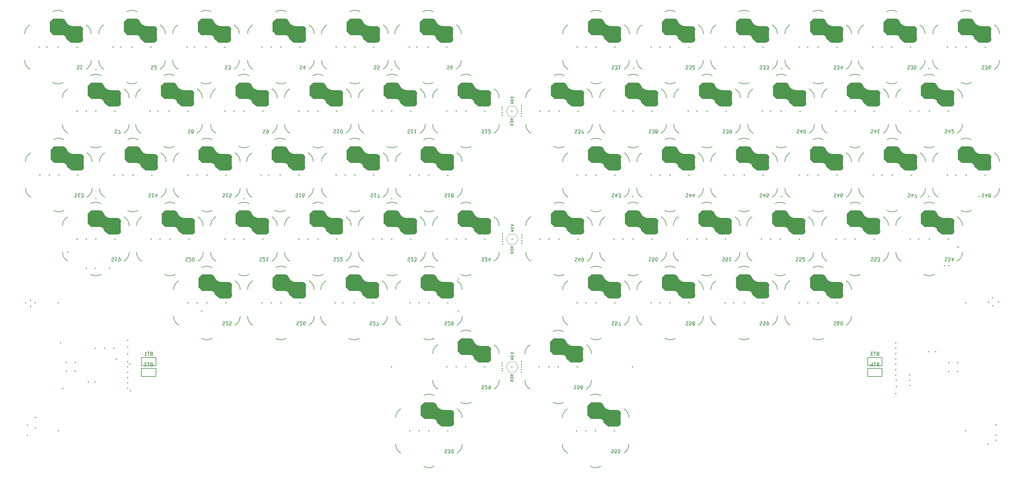
<source format=gbr>
%TF.GenerationSoftware,KiCad,Pcbnew,7.0.9*%
%TF.CreationDate,2023-12-25T02:24:27+05:30*%
%TF.ProjectId,HiveKB,48697665-4b42-42e6-9b69-6361645f7063,rev?*%
%TF.SameCoordinates,Original*%
%TF.FileFunction,Legend,Bot*%
%TF.FilePolarity,Positive*%
%FSLAX46Y46*%
G04 Gerber Fmt 4.6, Leading zero omitted, Abs format (unit mm)*
G04 Created by KiCad (PCBNEW 7.0.9) date 2023-12-25 02:24:27*
%MOMM*%
%LPD*%
G01*
G04 APERTURE LIST*
%ADD10C,0.150000*%
%ADD11C,0.120000*%
%ADD12C,0.350000*%
G04 APERTURE END LIST*
D10*
X221469280Y-132763238D02*
X222269280Y-132763238D01*
X221888328Y-132763238D02*
X221888328Y-132306095D01*
X221469280Y-132306095D02*
X222269280Y-132306095D01*
X221888328Y-131925143D02*
X221888328Y-131658477D01*
X221469280Y-131544191D02*
X221469280Y-131925143D01*
X221469280Y-131925143D02*
X222269280Y-131925143D01*
X222269280Y-131925143D02*
X222269280Y-131544191D01*
X222269280Y-131277524D02*
X221469280Y-130744190D01*
X222269280Y-130744190D02*
X221469280Y-131277524D01*
X222193871Y-137220381D02*
X221393871Y-137220381D01*
X221774823Y-137220381D02*
X221774823Y-137677524D01*
X222193871Y-137677524D02*
X221393871Y-137677524D01*
X221774823Y-138058476D02*
X221774823Y-138325142D01*
X222193871Y-138439428D02*
X222193871Y-138058476D01*
X222193871Y-138058476D02*
X221393871Y-138058476D01*
X221393871Y-138058476D02*
X221393871Y-138439428D01*
X221393871Y-138706095D02*
X222193871Y-139239429D01*
X221393871Y-139239429D02*
X222193871Y-138706095D01*
X221419280Y-170002358D02*
X222219280Y-170002358D01*
X221838328Y-170002358D02*
X221838328Y-169545215D01*
X221419280Y-169545215D02*
X222219280Y-169545215D01*
X221838328Y-169164263D02*
X221838328Y-168897597D01*
X221419280Y-168783311D02*
X221419280Y-169164263D01*
X221419280Y-169164263D02*
X222219280Y-169164263D01*
X222219280Y-169164263D02*
X222219280Y-168783311D01*
X222219280Y-168516644D02*
X221419280Y-167983310D01*
X222219280Y-167983310D02*
X221419280Y-168516644D01*
X222143871Y-174459501D02*
X221343871Y-174459501D01*
X221724823Y-174459501D02*
X221724823Y-174916644D01*
X222143871Y-174916644D02*
X221343871Y-174916644D01*
X221724823Y-175297596D02*
X221724823Y-175564262D01*
X222143871Y-175678548D02*
X222143871Y-175297596D01*
X222143871Y-175297596D02*
X221343871Y-175297596D01*
X221343871Y-175297596D02*
X221343871Y-175678548D01*
X221343871Y-175945215D02*
X222143871Y-176478549D01*
X221343871Y-176478549D02*
X222143871Y-175945215D01*
X221419280Y-95524118D02*
X222219280Y-95524118D01*
X221838328Y-95524118D02*
X221838328Y-95066975D01*
X221419280Y-95066975D02*
X222219280Y-95066975D01*
X221838328Y-94686023D02*
X221838328Y-94419357D01*
X221419280Y-94305071D02*
X221419280Y-94686023D01*
X221419280Y-94686023D02*
X222219280Y-94686023D01*
X222219280Y-94686023D02*
X222219280Y-94305071D01*
X222219280Y-94038404D02*
X221419280Y-93505070D01*
X222219280Y-93505070D02*
X221419280Y-94038404D01*
X222143871Y-99981261D02*
X221343871Y-99981261D01*
X221724823Y-99981261D02*
X221724823Y-100438404D01*
X222143871Y-100438404D02*
X221343871Y-100438404D01*
X221724823Y-100819356D02*
X221724823Y-101086022D01*
X222143871Y-101200308D02*
X222143871Y-100819356D01*
X222143871Y-100819356D02*
X221343871Y-100819356D01*
X221343871Y-100819356D02*
X221343871Y-101200308D01*
X221343871Y-101466975D02*
X222143871Y-102000309D01*
X221343871Y-102000309D02*
X222143871Y-101466975D01*
X191541016Y-140484577D02*
X191683873Y-140436957D01*
X191683873Y-140436957D02*
X191921968Y-140436957D01*
X191921968Y-140436957D02*
X192017206Y-140484577D01*
X192017206Y-140484577D02*
X192064825Y-140532196D01*
X192064825Y-140532196D02*
X192112444Y-140627434D01*
X192112444Y-140627434D02*
X192112444Y-140722672D01*
X192112444Y-140722672D02*
X192064825Y-140817910D01*
X192064825Y-140817910D02*
X192017206Y-140865529D01*
X192017206Y-140865529D02*
X191921968Y-140913148D01*
X191921968Y-140913148D02*
X191731492Y-140960767D01*
X191731492Y-140960767D02*
X191636254Y-141008386D01*
X191636254Y-141008386D02*
X191588635Y-141056005D01*
X191588635Y-141056005D02*
X191541016Y-141151243D01*
X191541016Y-141151243D02*
X191541016Y-141246481D01*
X191541016Y-141246481D02*
X191588635Y-141341719D01*
X191588635Y-141341719D02*
X191636254Y-141389338D01*
X191636254Y-141389338D02*
X191731492Y-141436957D01*
X191731492Y-141436957D02*
X191969587Y-141436957D01*
X191969587Y-141436957D02*
X192112444Y-141389338D01*
X192493397Y-141341719D02*
X192541016Y-141389338D01*
X192541016Y-141389338D02*
X192636254Y-141436957D01*
X192636254Y-141436957D02*
X192874349Y-141436957D01*
X192874349Y-141436957D02*
X192969587Y-141389338D01*
X192969587Y-141389338D02*
X193017206Y-141341719D01*
X193017206Y-141341719D02*
X193064825Y-141246481D01*
X193064825Y-141246481D02*
X193064825Y-141151243D01*
X193064825Y-141151243D02*
X193017206Y-141008386D01*
X193017206Y-141008386D02*
X192445778Y-140436957D01*
X192445778Y-140436957D02*
X193064825Y-140436957D01*
X193398159Y-141436957D02*
X194017206Y-141436957D01*
X194017206Y-141436957D02*
X193683873Y-141056005D01*
X193683873Y-141056005D02*
X193826730Y-141056005D01*
X193826730Y-141056005D02*
X193921968Y-141008386D01*
X193921968Y-141008386D02*
X193969587Y-140960767D01*
X193969587Y-140960767D02*
X194017206Y-140865529D01*
X194017206Y-140865529D02*
X194017206Y-140627434D01*
X194017206Y-140627434D02*
X193969587Y-140532196D01*
X193969587Y-140532196D02*
X193921968Y-140484577D01*
X193921968Y-140484577D02*
X193826730Y-140436957D01*
X193826730Y-140436957D02*
X193541016Y-140436957D01*
X193541016Y-140436957D02*
X193445778Y-140484577D01*
X193445778Y-140484577D02*
X193398159Y-140532196D01*
X347591257Y-140484614D02*
X347734114Y-140436994D01*
X347734114Y-140436994D02*
X347972209Y-140436994D01*
X347972209Y-140436994D02*
X348067447Y-140484614D01*
X348067447Y-140484614D02*
X348115066Y-140532233D01*
X348115066Y-140532233D02*
X348162685Y-140627471D01*
X348162685Y-140627471D02*
X348162685Y-140722709D01*
X348162685Y-140722709D02*
X348115066Y-140817947D01*
X348115066Y-140817947D02*
X348067447Y-140865566D01*
X348067447Y-140865566D02*
X347972209Y-140913185D01*
X347972209Y-140913185D02*
X347781733Y-140960804D01*
X347781733Y-140960804D02*
X347686495Y-141008423D01*
X347686495Y-141008423D02*
X347638876Y-141056042D01*
X347638876Y-141056042D02*
X347591257Y-141151280D01*
X347591257Y-141151280D02*
X347591257Y-141246518D01*
X347591257Y-141246518D02*
X347638876Y-141341756D01*
X347638876Y-141341756D02*
X347686495Y-141389375D01*
X347686495Y-141389375D02*
X347781733Y-141436994D01*
X347781733Y-141436994D02*
X348019828Y-141436994D01*
X348019828Y-141436994D02*
X348162685Y-141389375D01*
X349067447Y-141436994D02*
X348591257Y-141436994D01*
X348591257Y-141436994D02*
X348543638Y-140960804D01*
X348543638Y-140960804D02*
X348591257Y-141008423D01*
X348591257Y-141008423D02*
X348686495Y-141056042D01*
X348686495Y-141056042D02*
X348924590Y-141056042D01*
X348924590Y-141056042D02*
X349019828Y-141008423D01*
X349019828Y-141008423D02*
X349067447Y-140960804D01*
X349067447Y-140960804D02*
X349115066Y-140865566D01*
X349115066Y-140865566D02*
X349115066Y-140627471D01*
X349115066Y-140627471D02*
X349067447Y-140532233D01*
X349067447Y-140532233D02*
X349019828Y-140484614D01*
X349019828Y-140484614D02*
X348924590Y-140436994D01*
X348924590Y-140436994D02*
X348686495Y-140436994D01*
X348686495Y-140436994D02*
X348591257Y-140484614D01*
X348591257Y-140484614D02*
X348543638Y-140532233D01*
X349972209Y-141103661D02*
X349972209Y-140436994D01*
X349734114Y-141484614D02*
X349496019Y-140770328D01*
X349496019Y-140770328D02*
X350115066Y-140770328D01*
X327989326Y-171463569D02*
X327846469Y-171511188D01*
X327846469Y-171511188D02*
X327798850Y-171558807D01*
X327798850Y-171558807D02*
X327751231Y-171654045D01*
X327751231Y-171654045D02*
X327751231Y-171796902D01*
X327751231Y-171796902D02*
X327798850Y-171892140D01*
X327798850Y-171892140D02*
X327846469Y-171939760D01*
X327846469Y-171939760D02*
X327941707Y-171987379D01*
X327941707Y-171987379D02*
X328322659Y-171987379D01*
X328322659Y-171987379D02*
X328322659Y-170987379D01*
X328322659Y-170987379D02*
X327989326Y-170987379D01*
X327989326Y-170987379D02*
X327894088Y-171034998D01*
X327894088Y-171034998D02*
X327846469Y-171082617D01*
X327846469Y-171082617D02*
X327798850Y-171177855D01*
X327798850Y-171177855D02*
X327798850Y-171273093D01*
X327798850Y-171273093D02*
X327846469Y-171368331D01*
X327846469Y-171368331D02*
X327894088Y-171415950D01*
X327894088Y-171415950D02*
X327989326Y-171463569D01*
X327989326Y-171463569D02*
X328322659Y-171463569D01*
X327465516Y-170987379D02*
X326894088Y-170987379D01*
X327179802Y-171987379D02*
X327179802Y-170987379D01*
X326132183Y-171320712D02*
X326132183Y-171987379D01*
X326370278Y-170939760D02*
X326608373Y-171654045D01*
X326608373Y-171654045D02*
X325989326Y-171654045D01*
X213041019Y-177723675D02*
X213183876Y-177676055D01*
X213183876Y-177676055D02*
X213421971Y-177676055D01*
X213421971Y-177676055D02*
X213517209Y-177723675D01*
X213517209Y-177723675D02*
X213564828Y-177771294D01*
X213564828Y-177771294D02*
X213612447Y-177866532D01*
X213612447Y-177866532D02*
X213612447Y-177961770D01*
X213612447Y-177961770D02*
X213564828Y-178057008D01*
X213564828Y-178057008D02*
X213517209Y-178104627D01*
X213517209Y-178104627D02*
X213421971Y-178152246D01*
X213421971Y-178152246D02*
X213231495Y-178199865D01*
X213231495Y-178199865D02*
X213136257Y-178247484D01*
X213136257Y-178247484D02*
X213088638Y-178295103D01*
X213088638Y-178295103D02*
X213041019Y-178390341D01*
X213041019Y-178390341D02*
X213041019Y-178485579D01*
X213041019Y-178485579D02*
X213088638Y-178580817D01*
X213088638Y-178580817D02*
X213136257Y-178628436D01*
X213136257Y-178628436D02*
X213231495Y-178676055D01*
X213231495Y-178676055D02*
X213469590Y-178676055D01*
X213469590Y-178676055D02*
X213612447Y-178628436D01*
X213993400Y-178580817D02*
X214041019Y-178628436D01*
X214041019Y-178628436D02*
X214136257Y-178676055D01*
X214136257Y-178676055D02*
X214374352Y-178676055D01*
X214374352Y-178676055D02*
X214469590Y-178628436D01*
X214469590Y-178628436D02*
X214517209Y-178580817D01*
X214517209Y-178580817D02*
X214564828Y-178485579D01*
X214564828Y-178485579D02*
X214564828Y-178390341D01*
X214564828Y-178390341D02*
X214517209Y-178247484D01*
X214517209Y-178247484D02*
X213945781Y-177676055D01*
X213945781Y-177676055D02*
X214564828Y-177676055D01*
X215041019Y-177676055D02*
X215231495Y-177676055D01*
X215231495Y-177676055D02*
X215326733Y-177723675D01*
X215326733Y-177723675D02*
X215374352Y-177771294D01*
X215374352Y-177771294D02*
X215469590Y-177914151D01*
X215469590Y-177914151D02*
X215517209Y-178104627D01*
X215517209Y-178104627D02*
X215517209Y-178485579D01*
X215517209Y-178485579D02*
X215469590Y-178580817D01*
X215469590Y-178580817D02*
X215421971Y-178628436D01*
X215421971Y-178628436D02*
X215326733Y-178676055D01*
X215326733Y-178676055D02*
X215136257Y-178676055D01*
X215136257Y-178676055D02*
X215041019Y-178628436D01*
X215041019Y-178628436D02*
X214993400Y-178580817D01*
X214993400Y-178580817D02*
X214945781Y-178485579D01*
X214945781Y-178485579D02*
X214945781Y-178247484D01*
X214945781Y-178247484D02*
X214993400Y-178152246D01*
X214993400Y-178152246D02*
X215041019Y-178104627D01*
X215041019Y-178104627D02*
X215136257Y-178057008D01*
X215136257Y-178057008D02*
X215326733Y-178057008D01*
X215326733Y-178057008D02*
X215421971Y-178104627D01*
X215421971Y-178104627D02*
X215469590Y-178152246D01*
X215469590Y-178152246D02*
X215517209Y-178247484D01*
X240091257Y-103245518D02*
X240234114Y-103197898D01*
X240234114Y-103197898D02*
X240472209Y-103197898D01*
X240472209Y-103197898D02*
X240567447Y-103245518D01*
X240567447Y-103245518D02*
X240615066Y-103293137D01*
X240615066Y-103293137D02*
X240662685Y-103388375D01*
X240662685Y-103388375D02*
X240662685Y-103483613D01*
X240662685Y-103483613D02*
X240615066Y-103578851D01*
X240615066Y-103578851D02*
X240567447Y-103626470D01*
X240567447Y-103626470D02*
X240472209Y-103674089D01*
X240472209Y-103674089D02*
X240281733Y-103721708D01*
X240281733Y-103721708D02*
X240186495Y-103769327D01*
X240186495Y-103769327D02*
X240138876Y-103816946D01*
X240138876Y-103816946D02*
X240091257Y-103912184D01*
X240091257Y-103912184D02*
X240091257Y-104007422D01*
X240091257Y-104007422D02*
X240138876Y-104102660D01*
X240138876Y-104102660D02*
X240186495Y-104150279D01*
X240186495Y-104150279D02*
X240281733Y-104197898D01*
X240281733Y-104197898D02*
X240519828Y-104197898D01*
X240519828Y-104197898D02*
X240662685Y-104150279D01*
X240996019Y-104197898D02*
X241615066Y-104197898D01*
X241615066Y-104197898D02*
X241281733Y-103816946D01*
X241281733Y-103816946D02*
X241424590Y-103816946D01*
X241424590Y-103816946D02*
X241519828Y-103769327D01*
X241519828Y-103769327D02*
X241567447Y-103721708D01*
X241567447Y-103721708D02*
X241615066Y-103626470D01*
X241615066Y-103626470D02*
X241615066Y-103388375D01*
X241615066Y-103388375D02*
X241567447Y-103293137D01*
X241567447Y-103293137D02*
X241519828Y-103245518D01*
X241519828Y-103245518D02*
X241424590Y-103197898D01*
X241424590Y-103197898D02*
X241138876Y-103197898D01*
X241138876Y-103197898D02*
X241043638Y-103245518D01*
X241043638Y-103245518D02*
X240996019Y-103293137D01*
X241948400Y-104197898D02*
X242615066Y-104197898D01*
X242615066Y-104197898D02*
X242186495Y-103197898D01*
X283091257Y-103245518D02*
X283234114Y-103197898D01*
X283234114Y-103197898D02*
X283472209Y-103197898D01*
X283472209Y-103197898D02*
X283567447Y-103245518D01*
X283567447Y-103245518D02*
X283615066Y-103293137D01*
X283615066Y-103293137D02*
X283662685Y-103388375D01*
X283662685Y-103388375D02*
X283662685Y-103483613D01*
X283662685Y-103483613D02*
X283615066Y-103578851D01*
X283615066Y-103578851D02*
X283567447Y-103626470D01*
X283567447Y-103626470D02*
X283472209Y-103674089D01*
X283472209Y-103674089D02*
X283281733Y-103721708D01*
X283281733Y-103721708D02*
X283186495Y-103769327D01*
X283186495Y-103769327D02*
X283138876Y-103816946D01*
X283138876Y-103816946D02*
X283091257Y-103912184D01*
X283091257Y-103912184D02*
X283091257Y-104007422D01*
X283091257Y-104007422D02*
X283138876Y-104102660D01*
X283138876Y-104102660D02*
X283186495Y-104150279D01*
X283186495Y-104150279D02*
X283281733Y-104197898D01*
X283281733Y-104197898D02*
X283519828Y-104197898D01*
X283519828Y-104197898D02*
X283662685Y-104150279D01*
X283996019Y-104197898D02*
X284615066Y-104197898D01*
X284615066Y-104197898D02*
X284281733Y-103816946D01*
X284281733Y-103816946D02*
X284424590Y-103816946D01*
X284424590Y-103816946D02*
X284519828Y-103769327D01*
X284519828Y-103769327D02*
X284567447Y-103721708D01*
X284567447Y-103721708D02*
X284615066Y-103626470D01*
X284615066Y-103626470D02*
X284615066Y-103388375D01*
X284615066Y-103388375D02*
X284567447Y-103293137D01*
X284567447Y-103293137D02*
X284519828Y-103245518D01*
X284519828Y-103245518D02*
X284424590Y-103197898D01*
X284424590Y-103197898D02*
X284138876Y-103197898D01*
X284138876Y-103197898D02*
X284043638Y-103245518D01*
X284043638Y-103245518D02*
X283996019Y-103293137D01*
X285091257Y-103197898D02*
X285281733Y-103197898D01*
X285281733Y-103197898D02*
X285376971Y-103245518D01*
X285376971Y-103245518D02*
X285424590Y-103293137D01*
X285424590Y-103293137D02*
X285519828Y-103435994D01*
X285519828Y-103435994D02*
X285567447Y-103626470D01*
X285567447Y-103626470D02*
X285567447Y-104007422D01*
X285567447Y-104007422D02*
X285519828Y-104102660D01*
X285519828Y-104102660D02*
X285472209Y-104150279D01*
X285472209Y-104150279D02*
X285376971Y-104197898D01*
X285376971Y-104197898D02*
X285186495Y-104197898D01*
X285186495Y-104197898D02*
X285091257Y-104150279D01*
X285091257Y-104150279D02*
X285043638Y-104102660D01*
X285043638Y-104102660D02*
X284996019Y-104007422D01*
X284996019Y-104007422D02*
X284996019Y-103769327D01*
X284996019Y-103769327D02*
X285043638Y-103674089D01*
X285043638Y-103674089D02*
X285091257Y-103626470D01*
X285091257Y-103626470D02*
X285186495Y-103578851D01*
X285186495Y-103578851D02*
X285376971Y-103578851D01*
X285376971Y-103578851D02*
X285472209Y-103626470D01*
X285472209Y-103626470D02*
X285519828Y-103674089D01*
X285519828Y-103674089D02*
X285567447Y-103769327D01*
X358341257Y-84625970D02*
X358484114Y-84578350D01*
X358484114Y-84578350D02*
X358722209Y-84578350D01*
X358722209Y-84578350D02*
X358817447Y-84625970D01*
X358817447Y-84625970D02*
X358865066Y-84673589D01*
X358865066Y-84673589D02*
X358912685Y-84768827D01*
X358912685Y-84768827D02*
X358912685Y-84864065D01*
X358912685Y-84864065D02*
X358865066Y-84959303D01*
X358865066Y-84959303D02*
X358817447Y-85006922D01*
X358817447Y-85006922D02*
X358722209Y-85054541D01*
X358722209Y-85054541D02*
X358531733Y-85102160D01*
X358531733Y-85102160D02*
X358436495Y-85149779D01*
X358436495Y-85149779D02*
X358388876Y-85197398D01*
X358388876Y-85197398D02*
X358341257Y-85292636D01*
X358341257Y-85292636D02*
X358341257Y-85387874D01*
X358341257Y-85387874D02*
X358388876Y-85483112D01*
X358388876Y-85483112D02*
X358436495Y-85530731D01*
X358436495Y-85530731D02*
X358531733Y-85578350D01*
X358531733Y-85578350D02*
X358769828Y-85578350D01*
X358769828Y-85578350D02*
X358912685Y-85530731D01*
X359246019Y-85578350D02*
X359865066Y-85578350D01*
X359865066Y-85578350D02*
X359531733Y-85197398D01*
X359531733Y-85197398D02*
X359674590Y-85197398D01*
X359674590Y-85197398D02*
X359769828Y-85149779D01*
X359769828Y-85149779D02*
X359817447Y-85102160D01*
X359817447Y-85102160D02*
X359865066Y-85006922D01*
X359865066Y-85006922D02*
X359865066Y-84768827D01*
X359865066Y-84768827D02*
X359817447Y-84673589D01*
X359817447Y-84673589D02*
X359769828Y-84625970D01*
X359769828Y-84625970D02*
X359674590Y-84578350D01*
X359674590Y-84578350D02*
X359388876Y-84578350D01*
X359388876Y-84578350D02*
X359293638Y-84625970D01*
X359293638Y-84625970D02*
X359246019Y-84673589D01*
X360722209Y-85578350D02*
X360531733Y-85578350D01*
X360531733Y-85578350D02*
X360436495Y-85530731D01*
X360436495Y-85530731D02*
X360388876Y-85483112D01*
X360388876Y-85483112D02*
X360293638Y-85340255D01*
X360293638Y-85340255D02*
X360246019Y-85149779D01*
X360246019Y-85149779D02*
X360246019Y-84768827D01*
X360246019Y-84768827D02*
X360293638Y-84673589D01*
X360293638Y-84673589D02*
X360341257Y-84625970D01*
X360341257Y-84625970D02*
X360436495Y-84578350D01*
X360436495Y-84578350D02*
X360626971Y-84578350D01*
X360626971Y-84578350D02*
X360722209Y-84625970D01*
X360722209Y-84625970D02*
X360769828Y-84673589D01*
X360769828Y-84673589D02*
X360817447Y-84768827D01*
X360817447Y-84768827D02*
X360817447Y-85006922D01*
X360817447Y-85006922D02*
X360769828Y-85102160D01*
X360769828Y-85102160D02*
X360722209Y-85149779D01*
X360722209Y-85149779D02*
X360626971Y-85197398D01*
X360626971Y-85197398D02*
X360436495Y-85197398D01*
X360436495Y-85197398D02*
X360341257Y-85149779D01*
X360341257Y-85149779D02*
X360293638Y-85102160D01*
X360293638Y-85102160D02*
X360246019Y-85006922D01*
X261591257Y-103245518D02*
X261734114Y-103197898D01*
X261734114Y-103197898D02*
X261972209Y-103197898D01*
X261972209Y-103197898D02*
X262067447Y-103245518D01*
X262067447Y-103245518D02*
X262115066Y-103293137D01*
X262115066Y-103293137D02*
X262162685Y-103388375D01*
X262162685Y-103388375D02*
X262162685Y-103483613D01*
X262162685Y-103483613D02*
X262115066Y-103578851D01*
X262115066Y-103578851D02*
X262067447Y-103626470D01*
X262067447Y-103626470D02*
X261972209Y-103674089D01*
X261972209Y-103674089D02*
X261781733Y-103721708D01*
X261781733Y-103721708D02*
X261686495Y-103769327D01*
X261686495Y-103769327D02*
X261638876Y-103816946D01*
X261638876Y-103816946D02*
X261591257Y-103912184D01*
X261591257Y-103912184D02*
X261591257Y-104007422D01*
X261591257Y-104007422D02*
X261638876Y-104102660D01*
X261638876Y-104102660D02*
X261686495Y-104150279D01*
X261686495Y-104150279D02*
X261781733Y-104197898D01*
X261781733Y-104197898D02*
X262019828Y-104197898D01*
X262019828Y-104197898D02*
X262162685Y-104150279D01*
X262496019Y-104197898D02*
X263115066Y-104197898D01*
X263115066Y-104197898D02*
X262781733Y-103816946D01*
X262781733Y-103816946D02*
X262924590Y-103816946D01*
X262924590Y-103816946D02*
X263019828Y-103769327D01*
X263019828Y-103769327D02*
X263067447Y-103721708D01*
X263067447Y-103721708D02*
X263115066Y-103626470D01*
X263115066Y-103626470D02*
X263115066Y-103388375D01*
X263115066Y-103388375D02*
X263067447Y-103293137D01*
X263067447Y-103293137D02*
X263019828Y-103245518D01*
X263019828Y-103245518D02*
X262924590Y-103197898D01*
X262924590Y-103197898D02*
X262638876Y-103197898D01*
X262638876Y-103197898D02*
X262543638Y-103245518D01*
X262543638Y-103245518D02*
X262496019Y-103293137D01*
X263686495Y-103769327D02*
X263591257Y-103816946D01*
X263591257Y-103816946D02*
X263543638Y-103864565D01*
X263543638Y-103864565D02*
X263496019Y-103959803D01*
X263496019Y-103959803D02*
X263496019Y-104007422D01*
X263496019Y-104007422D02*
X263543638Y-104102660D01*
X263543638Y-104102660D02*
X263591257Y-104150279D01*
X263591257Y-104150279D02*
X263686495Y-104197898D01*
X263686495Y-104197898D02*
X263876971Y-104197898D01*
X263876971Y-104197898D02*
X263972209Y-104150279D01*
X263972209Y-104150279D02*
X264019828Y-104102660D01*
X264019828Y-104102660D02*
X264067447Y-104007422D01*
X264067447Y-104007422D02*
X264067447Y-103959803D01*
X264067447Y-103959803D02*
X264019828Y-103864565D01*
X264019828Y-103864565D02*
X263972209Y-103816946D01*
X263972209Y-103816946D02*
X263876971Y-103769327D01*
X263876971Y-103769327D02*
X263686495Y-103769327D01*
X263686495Y-103769327D02*
X263591257Y-103721708D01*
X263591257Y-103721708D02*
X263543638Y-103674089D01*
X263543638Y-103674089D02*
X263496019Y-103578851D01*
X263496019Y-103578851D02*
X263496019Y-103388375D01*
X263496019Y-103388375D02*
X263543638Y-103293137D01*
X263543638Y-103293137D02*
X263591257Y-103245518D01*
X263591257Y-103245518D02*
X263686495Y-103197898D01*
X263686495Y-103197898D02*
X263876971Y-103197898D01*
X263876971Y-103197898D02*
X263972209Y-103245518D01*
X263972209Y-103245518D02*
X264019828Y-103293137D01*
X264019828Y-103293137D02*
X264067447Y-103388375D01*
X264067447Y-103388375D02*
X264067447Y-103578851D01*
X264067447Y-103578851D02*
X264019828Y-103674089D01*
X264019828Y-103674089D02*
X263972209Y-103721708D01*
X263972209Y-103721708D02*
X263876971Y-103769327D01*
X315341257Y-84625970D02*
X315484114Y-84578350D01*
X315484114Y-84578350D02*
X315722209Y-84578350D01*
X315722209Y-84578350D02*
X315817447Y-84625970D01*
X315817447Y-84625970D02*
X315865066Y-84673589D01*
X315865066Y-84673589D02*
X315912685Y-84768827D01*
X315912685Y-84768827D02*
X315912685Y-84864065D01*
X315912685Y-84864065D02*
X315865066Y-84959303D01*
X315865066Y-84959303D02*
X315817447Y-85006922D01*
X315817447Y-85006922D02*
X315722209Y-85054541D01*
X315722209Y-85054541D02*
X315531733Y-85102160D01*
X315531733Y-85102160D02*
X315436495Y-85149779D01*
X315436495Y-85149779D02*
X315388876Y-85197398D01*
X315388876Y-85197398D02*
X315341257Y-85292636D01*
X315341257Y-85292636D02*
X315341257Y-85387874D01*
X315341257Y-85387874D02*
X315388876Y-85483112D01*
X315388876Y-85483112D02*
X315436495Y-85530731D01*
X315436495Y-85530731D02*
X315531733Y-85578350D01*
X315531733Y-85578350D02*
X315769828Y-85578350D01*
X315769828Y-85578350D02*
X315912685Y-85530731D01*
X316246019Y-85578350D02*
X316865066Y-85578350D01*
X316865066Y-85578350D02*
X316531733Y-85197398D01*
X316531733Y-85197398D02*
X316674590Y-85197398D01*
X316674590Y-85197398D02*
X316769828Y-85149779D01*
X316769828Y-85149779D02*
X316817447Y-85102160D01*
X316817447Y-85102160D02*
X316865066Y-85006922D01*
X316865066Y-85006922D02*
X316865066Y-84768827D01*
X316865066Y-84768827D02*
X316817447Y-84673589D01*
X316817447Y-84673589D02*
X316769828Y-84625970D01*
X316769828Y-84625970D02*
X316674590Y-84578350D01*
X316674590Y-84578350D02*
X316388876Y-84578350D01*
X316388876Y-84578350D02*
X316293638Y-84625970D01*
X316293638Y-84625970D02*
X316246019Y-84673589D01*
X317722209Y-85245017D02*
X317722209Y-84578350D01*
X317484114Y-85625970D02*
X317246019Y-84911684D01*
X317246019Y-84911684D02*
X317865066Y-84911684D01*
X261591257Y-140484614D02*
X261734114Y-140436994D01*
X261734114Y-140436994D02*
X261972209Y-140436994D01*
X261972209Y-140436994D02*
X262067447Y-140484614D01*
X262067447Y-140484614D02*
X262115066Y-140532233D01*
X262115066Y-140532233D02*
X262162685Y-140627471D01*
X262162685Y-140627471D02*
X262162685Y-140722709D01*
X262162685Y-140722709D02*
X262115066Y-140817947D01*
X262115066Y-140817947D02*
X262067447Y-140865566D01*
X262067447Y-140865566D02*
X261972209Y-140913185D01*
X261972209Y-140913185D02*
X261781733Y-140960804D01*
X261781733Y-140960804D02*
X261686495Y-141008423D01*
X261686495Y-141008423D02*
X261638876Y-141056042D01*
X261638876Y-141056042D02*
X261591257Y-141151280D01*
X261591257Y-141151280D02*
X261591257Y-141246518D01*
X261591257Y-141246518D02*
X261638876Y-141341756D01*
X261638876Y-141341756D02*
X261686495Y-141389375D01*
X261686495Y-141389375D02*
X261781733Y-141436994D01*
X261781733Y-141436994D02*
X262019828Y-141436994D01*
X262019828Y-141436994D02*
X262162685Y-141389375D01*
X263067447Y-141436994D02*
X262591257Y-141436994D01*
X262591257Y-141436994D02*
X262543638Y-140960804D01*
X262543638Y-140960804D02*
X262591257Y-141008423D01*
X262591257Y-141008423D02*
X262686495Y-141056042D01*
X262686495Y-141056042D02*
X262924590Y-141056042D01*
X262924590Y-141056042D02*
X263019828Y-141008423D01*
X263019828Y-141008423D02*
X263067447Y-140960804D01*
X263067447Y-140960804D02*
X263115066Y-140865566D01*
X263115066Y-140865566D02*
X263115066Y-140627471D01*
X263115066Y-140627471D02*
X263067447Y-140532233D01*
X263067447Y-140532233D02*
X263019828Y-140484614D01*
X263019828Y-140484614D02*
X262924590Y-140436994D01*
X262924590Y-140436994D02*
X262686495Y-140436994D01*
X262686495Y-140436994D02*
X262591257Y-140484614D01*
X262591257Y-140484614D02*
X262543638Y-140532233D01*
X263734114Y-141436994D02*
X263829352Y-141436994D01*
X263829352Y-141436994D02*
X263924590Y-141389375D01*
X263924590Y-141389375D02*
X263972209Y-141341756D01*
X263972209Y-141341756D02*
X264019828Y-141246518D01*
X264019828Y-141246518D02*
X264067447Y-141056042D01*
X264067447Y-141056042D02*
X264067447Y-140817947D01*
X264067447Y-140817947D02*
X264019828Y-140627471D01*
X264019828Y-140627471D02*
X263972209Y-140532233D01*
X263972209Y-140532233D02*
X263924590Y-140484614D01*
X263924590Y-140484614D02*
X263829352Y-140436994D01*
X263829352Y-140436994D02*
X263734114Y-140436994D01*
X263734114Y-140436994D02*
X263638876Y-140484614D01*
X263638876Y-140484614D02*
X263591257Y-140532233D01*
X263591257Y-140532233D02*
X263543638Y-140627471D01*
X263543638Y-140627471D02*
X263496019Y-140817947D01*
X263496019Y-140817947D02*
X263496019Y-141056042D01*
X263496019Y-141056042D02*
X263543638Y-141246518D01*
X263543638Y-141246518D02*
X263591257Y-141341756D01*
X263591257Y-141341756D02*
X263638876Y-141389375D01*
X263638876Y-141389375D02*
X263734114Y-141436994D01*
X336841257Y-121865066D02*
X336984114Y-121817446D01*
X336984114Y-121817446D02*
X337222209Y-121817446D01*
X337222209Y-121817446D02*
X337317447Y-121865066D01*
X337317447Y-121865066D02*
X337365066Y-121912685D01*
X337365066Y-121912685D02*
X337412685Y-122007923D01*
X337412685Y-122007923D02*
X337412685Y-122103161D01*
X337412685Y-122103161D02*
X337365066Y-122198399D01*
X337365066Y-122198399D02*
X337317447Y-122246018D01*
X337317447Y-122246018D02*
X337222209Y-122293637D01*
X337222209Y-122293637D02*
X337031733Y-122341256D01*
X337031733Y-122341256D02*
X336936495Y-122388875D01*
X336936495Y-122388875D02*
X336888876Y-122436494D01*
X336888876Y-122436494D02*
X336841257Y-122531732D01*
X336841257Y-122531732D02*
X336841257Y-122626970D01*
X336841257Y-122626970D02*
X336888876Y-122722208D01*
X336888876Y-122722208D02*
X336936495Y-122769827D01*
X336936495Y-122769827D02*
X337031733Y-122817446D01*
X337031733Y-122817446D02*
X337269828Y-122817446D01*
X337269828Y-122817446D02*
X337412685Y-122769827D01*
X338269828Y-122484113D02*
X338269828Y-121817446D01*
X338031733Y-122865066D02*
X337793638Y-122150780D01*
X337793638Y-122150780D02*
X338412685Y-122150780D01*
X338698400Y-122817446D02*
X339365066Y-122817446D01*
X339365066Y-122817446D02*
X338936495Y-121817446D01*
X105541018Y-140484577D02*
X105683875Y-140436957D01*
X105683875Y-140436957D02*
X105921970Y-140436957D01*
X105921970Y-140436957D02*
X106017208Y-140484577D01*
X106017208Y-140484577D02*
X106064827Y-140532196D01*
X106064827Y-140532196D02*
X106112446Y-140627434D01*
X106112446Y-140627434D02*
X106112446Y-140722672D01*
X106112446Y-140722672D02*
X106064827Y-140817910D01*
X106064827Y-140817910D02*
X106017208Y-140865529D01*
X106017208Y-140865529D02*
X105921970Y-140913148D01*
X105921970Y-140913148D02*
X105731494Y-140960767D01*
X105731494Y-140960767D02*
X105636256Y-141008386D01*
X105636256Y-141008386D02*
X105588637Y-141056005D01*
X105588637Y-141056005D02*
X105541018Y-141151243D01*
X105541018Y-141151243D02*
X105541018Y-141246481D01*
X105541018Y-141246481D02*
X105588637Y-141341719D01*
X105588637Y-141341719D02*
X105636256Y-141389338D01*
X105636256Y-141389338D02*
X105731494Y-141436957D01*
X105731494Y-141436957D02*
X105969589Y-141436957D01*
X105969589Y-141436957D02*
X106112446Y-141389338D01*
X107064827Y-140436957D02*
X106493399Y-140436957D01*
X106779113Y-140436957D02*
X106779113Y-141436957D01*
X106779113Y-141436957D02*
X106683875Y-141294100D01*
X106683875Y-141294100D02*
X106588637Y-141198862D01*
X106588637Y-141198862D02*
X106493399Y-141151243D01*
X107541018Y-140436957D02*
X107731494Y-140436957D01*
X107731494Y-140436957D02*
X107826732Y-140484577D01*
X107826732Y-140484577D02*
X107874351Y-140532196D01*
X107874351Y-140532196D02*
X107969589Y-140675053D01*
X107969589Y-140675053D02*
X108017208Y-140865529D01*
X108017208Y-140865529D02*
X108017208Y-141246481D01*
X108017208Y-141246481D02*
X107969589Y-141341719D01*
X107969589Y-141341719D02*
X107921970Y-141389338D01*
X107921970Y-141389338D02*
X107826732Y-141436957D01*
X107826732Y-141436957D02*
X107636256Y-141436957D01*
X107636256Y-141436957D02*
X107541018Y-141389338D01*
X107541018Y-141389338D02*
X107493399Y-141341719D01*
X107493399Y-141341719D02*
X107445780Y-141246481D01*
X107445780Y-141246481D02*
X107445780Y-141008386D01*
X107445780Y-141008386D02*
X107493399Y-140913148D01*
X107493399Y-140913148D02*
X107541018Y-140865529D01*
X107541018Y-140865529D02*
X107636256Y-140817910D01*
X107636256Y-140817910D02*
X107826732Y-140817910D01*
X107826732Y-140817910D02*
X107921970Y-140865529D01*
X107921970Y-140865529D02*
X107969589Y-140913148D01*
X107969589Y-140913148D02*
X108017208Y-141008386D01*
X315341257Y-159104162D02*
X315484114Y-159056542D01*
X315484114Y-159056542D02*
X315722209Y-159056542D01*
X315722209Y-159056542D02*
X315817447Y-159104162D01*
X315817447Y-159104162D02*
X315865066Y-159151781D01*
X315865066Y-159151781D02*
X315912685Y-159247019D01*
X315912685Y-159247019D02*
X315912685Y-159342257D01*
X315912685Y-159342257D02*
X315865066Y-159437495D01*
X315865066Y-159437495D02*
X315817447Y-159485114D01*
X315817447Y-159485114D02*
X315722209Y-159532733D01*
X315722209Y-159532733D02*
X315531733Y-159580352D01*
X315531733Y-159580352D02*
X315436495Y-159627971D01*
X315436495Y-159627971D02*
X315388876Y-159675590D01*
X315388876Y-159675590D02*
X315341257Y-159770828D01*
X315341257Y-159770828D02*
X315341257Y-159866066D01*
X315341257Y-159866066D02*
X315388876Y-159961304D01*
X315388876Y-159961304D02*
X315436495Y-160008923D01*
X315436495Y-160008923D02*
X315531733Y-160056542D01*
X315531733Y-160056542D02*
X315769828Y-160056542D01*
X315769828Y-160056542D02*
X315912685Y-160008923D01*
X316769828Y-160056542D02*
X316579352Y-160056542D01*
X316579352Y-160056542D02*
X316484114Y-160008923D01*
X316484114Y-160008923D02*
X316436495Y-159961304D01*
X316436495Y-159961304D02*
X316341257Y-159818447D01*
X316341257Y-159818447D02*
X316293638Y-159627971D01*
X316293638Y-159627971D02*
X316293638Y-159247019D01*
X316293638Y-159247019D02*
X316341257Y-159151781D01*
X316341257Y-159151781D02*
X316388876Y-159104162D01*
X316388876Y-159104162D02*
X316484114Y-159056542D01*
X316484114Y-159056542D02*
X316674590Y-159056542D01*
X316674590Y-159056542D02*
X316769828Y-159104162D01*
X316769828Y-159104162D02*
X316817447Y-159151781D01*
X316817447Y-159151781D02*
X316865066Y-159247019D01*
X316865066Y-159247019D02*
X316865066Y-159485114D01*
X316865066Y-159485114D02*
X316817447Y-159580352D01*
X316817447Y-159580352D02*
X316769828Y-159627971D01*
X316769828Y-159627971D02*
X316674590Y-159675590D01*
X316674590Y-159675590D02*
X316484114Y-159675590D01*
X316484114Y-159675590D02*
X316388876Y-159627971D01*
X316388876Y-159627971D02*
X316341257Y-159580352D01*
X316341257Y-159580352D02*
X316293638Y-159485114D01*
X317484114Y-160056542D02*
X317579352Y-160056542D01*
X317579352Y-160056542D02*
X317674590Y-160008923D01*
X317674590Y-160008923D02*
X317722209Y-159961304D01*
X317722209Y-159961304D02*
X317769828Y-159866066D01*
X317769828Y-159866066D02*
X317817447Y-159675590D01*
X317817447Y-159675590D02*
X317817447Y-159437495D01*
X317817447Y-159437495D02*
X317769828Y-159247019D01*
X317769828Y-159247019D02*
X317722209Y-159151781D01*
X317722209Y-159151781D02*
X317674590Y-159104162D01*
X317674590Y-159104162D02*
X317579352Y-159056542D01*
X317579352Y-159056542D02*
X317484114Y-159056542D01*
X317484114Y-159056542D02*
X317388876Y-159104162D01*
X317388876Y-159104162D02*
X317341257Y-159151781D01*
X317341257Y-159151781D02*
X317293638Y-159247019D01*
X317293638Y-159247019D02*
X317246019Y-159437495D01*
X317246019Y-159437495D02*
X317246019Y-159675590D01*
X317246019Y-159675590D02*
X317293638Y-159866066D01*
X317293638Y-159866066D02*
X317341257Y-159961304D01*
X317341257Y-159961304D02*
X317388876Y-160008923D01*
X317388876Y-160008923D02*
X317484114Y-160056542D01*
X202993400Y-84625972D02*
X203136257Y-84578352D01*
X203136257Y-84578352D02*
X203374352Y-84578352D01*
X203374352Y-84578352D02*
X203469590Y-84625972D01*
X203469590Y-84625972D02*
X203517209Y-84673591D01*
X203517209Y-84673591D02*
X203564828Y-84768829D01*
X203564828Y-84768829D02*
X203564828Y-84864067D01*
X203564828Y-84864067D02*
X203517209Y-84959305D01*
X203517209Y-84959305D02*
X203469590Y-85006924D01*
X203469590Y-85006924D02*
X203374352Y-85054543D01*
X203374352Y-85054543D02*
X203183876Y-85102162D01*
X203183876Y-85102162D02*
X203088638Y-85149781D01*
X203088638Y-85149781D02*
X203041019Y-85197400D01*
X203041019Y-85197400D02*
X202993400Y-85292638D01*
X202993400Y-85292638D02*
X202993400Y-85387876D01*
X202993400Y-85387876D02*
X203041019Y-85483114D01*
X203041019Y-85483114D02*
X203088638Y-85530733D01*
X203088638Y-85530733D02*
X203183876Y-85578352D01*
X203183876Y-85578352D02*
X203421971Y-85578352D01*
X203421971Y-85578352D02*
X203564828Y-85530733D01*
X204421971Y-85578352D02*
X204231495Y-85578352D01*
X204231495Y-85578352D02*
X204136257Y-85530733D01*
X204136257Y-85530733D02*
X204088638Y-85483114D01*
X204088638Y-85483114D02*
X203993400Y-85340257D01*
X203993400Y-85340257D02*
X203945781Y-85149781D01*
X203945781Y-85149781D02*
X203945781Y-84768829D01*
X203945781Y-84768829D02*
X203993400Y-84673591D01*
X203993400Y-84673591D02*
X204041019Y-84625972D01*
X204041019Y-84625972D02*
X204136257Y-84578352D01*
X204136257Y-84578352D02*
X204326733Y-84578352D01*
X204326733Y-84578352D02*
X204421971Y-84625972D01*
X204421971Y-84625972D02*
X204469590Y-84673591D01*
X204469590Y-84673591D02*
X204517209Y-84768829D01*
X204517209Y-84768829D02*
X204517209Y-85006924D01*
X204517209Y-85006924D02*
X204469590Y-85102162D01*
X204469590Y-85102162D02*
X204421971Y-85149781D01*
X204421971Y-85149781D02*
X204326733Y-85197400D01*
X204326733Y-85197400D02*
X204136257Y-85197400D01*
X204136257Y-85197400D02*
X204041019Y-85149781D01*
X204041019Y-85149781D02*
X203993400Y-85102162D01*
X203993400Y-85102162D02*
X203945781Y-85006924D01*
X160243400Y-84625972D02*
X160386257Y-84578352D01*
X160386257Y-84578352D02*
X160624352Y-84578352D01*
X160624352Y-84578352D02*
X160719590Y-84625972D01*
X160719590Y-84625972D02*
X160767209Y-84673591D01*
X160767209Y-84673591D02*
X160814828Y-84768829D01*
X160814828Y-84768829D02*
X160814828Y-84864067D01*
X160814828Y-84864067D02*
X160767209Y-84959305D01*
X160767209Y-84959305D02*
X160719590Y-85006924D01*
X160719590Y-85006924D02*
X160624352Y-85054543D01*
X160624352Y-85054543D02*
X160433876Y-85102162D01*
X160433876Y-85102162D02*
X160338638Y-85149781D01*
X160338638Y-85149781D02*
X160291019Y-85197400D01*
X160291019Y-85197400D02*
X160243400Y-85292638D01*
X160243400Y-85292638D02*
X160243400Y-85387876D01*
X160243400Y-85387876D02*
X160291019Y-85483114D01*
X160291019Y-85483114D02*
X160338638Y-85530733D01*
X160338638Y-85530733D02*
X160433876Y-85578352D01*
X160433876Y-85578352D02*
X160671971Y-85578352D01*
X160671971Y-85578352D02*
X160814828Y-85530733D01*
X161671971Y-85245019D02*
X161671971Y-84578352D01*
X161433876Y-85625972D02*
X161195781Y-84911686D01*
X161195781Y-84911686D02*
X161814828Y-84911686D01*
X180791020Y-121864974D02*
X180933877Y-121817354D01*
X180933877Y-121817354D02*
X181171972Y-121817354D01*
X181171972Y-121817354D02*
X181267210Y-121864974D01*
X181267210Y-121864974D02*
X181314829Y-121912593D01*
X181314829Y-121912593D02*
X181362448Y-122007831D01*
X181362448Y-122007831D02*
X181362448Y-122103069D01*
X181362448Y-122103069D02*
X181314829Y-122198307D01*
X181314829Y-122198307D02*
X181267210Y-122245926D01*
X181267210Y-122245926D02*
X181171972Y-122293545D01*
X181171972Y-122293545D02*
X180981496Y-122341164D01*
X180981496Y-122341164D02*
X180886258Y-122388783D01*
X180886258Y-122388783D02*
X180838639Y-122436402D01*
X180838639Y-122436402D02*
X180791020Y-122531640D01*
X180791020Y-122531640D02*
X180791020Y-122626878D01*
X180791020Y-122626878D02*
X180838639Y-122722116D01*
X180838639Y-122722116D02*
X180886258Y-122769735D01*
X180886258Y-122769735D02*
X180981496Y-122817354D01*
X180981496Y-122817354D02*
X181219591Y-122817354D01*
X181219591Y-122817354D02*
X181362448Y-122769735D01*
X182314829Y-121817354D02*
X181743401Y-121817354D01*
X182029115Y-121817354D02*
X182029115Y-122817354D01*
X182029115Y-122817354D02*
X181933877Y-122674497D01*
X181933877Y-122674497D02*
X181838639Y-122579259D01*
X181838639Y-122579259D02*
X181743401Y-122531640D01*
X182648163Y-122817354D02*
X183314829Y-122817354D01*
X183314829Y-122817354D02*
X182886258Y-121817354D01*
X213041020Y-140484576D02*
X213183877Y-140436956D01*
X213183877Y-140436956D02*
X213421972Y-140436956D01*
X213421972Y-140436956D02*
X213517210Y-140484576D01*
X213517210Y-140484576D02*
X213564829Y-140532195D01*
X213564829Y-140532195D02*
X213612448Y-140627433D01*
X213612448Y-140627433D02*
X213612448Y-140722671D01*
X213612448Y-140722671D02*
X213564829Y-140817909D01*
X213564829Y-140817909D02*
X213517210Y-140865528D01*
X213517210Y-140865528D02*
X213421972Y-140913147D01*
X213421972Y-140913147D02*
X213231496Y-140960766D01*
X213231496Y-140960766D02*
X213136258Y-141008385D01*
X213136258Y-141008385D02*
X213088639Y-141056004D01*
X213088639Y-141056004D02*
X213041020Y-141151242D01*
X213041020Y-141151242D02*
X213041020Y-141246480D01*
X213041020Y-141246480D02*
X213088639Y-141341718D01*
X213088639Y-141341718D02*
X213136258Y-141389337D01*
X213136258Y-141389337D02*
X213231496Y-141436956D01*
X213231496Y-141436956D02*
X213469591Y-141436956D01*
X213469591Y-141436956D02*
X213612448Y-141389337D01*
X213993401Y-141341718D02*
X214041020Y-141389337D01*
X214041020Y-141389337D02*
X214136258Y-141436956D01*
X214136258Y-141436956D02*
X214374353Y-141436956D01*
X214374353Y-141436956D02*
X214469591Y-141389337D01*
X214469591Y-141389337D02*
X214517210Y-141341718D01*
X214517210Y-141341718D02*
X214564829Y-141246480D01*
X214564829Y-141246480D02*
X214564829Y-141151242D01*
X214564829Y-141151242D02*
X214517210Y-141008385D01*
X214517210Y-141008385D02*
X213945782Y-140436956D01*
X213945782Y-140436956D02*
X214564829Y-140436956D01*
X215421972Y-141103623D02*
X215421972Y-140436956D01*
X215183877Y-141484576D02*
X214945782Y-140770290D01*
X214945782Y-140770290D02*
X215564829Y-140770290D01*
X250841257Y-84625970D02*
X250984114Y-84578350D01*
X250984114Y-84578350D02*
X251222209Y-84578350D01*
X251222209Y-84578350D02*
X251317447Y-84625970D01*
X251317447Y-84625970D02*
X251365066Y-84673589D01*
X251365066Y-84673589D02*
X251412685Y-84768827D01*
X251412685Y-84768827D02*
X251412685Y-84864065D01*
X251412685Y-84864065D02*
X251365066Y-84959303D01*
X251365066Y-84959303D02*
X251317447Y-85006922D01*
X251317447Y-85006922D02*
X251222209Y-85054541D01*
X251222209Y-85054541D02*
X251031733Y-85102160D01*
X251031733Y-85102160D02*
X250936495Y-85149779D01*
X250936495Y-85149779D02*
X250888876Y-85197398D01*
X250888876Y-85197398D02*
X250841257Y-85292636D01*
X250841257Y-85292636D02*
X250841257Y-85387874D01*
X250841257Y-85387874D02*
X250888876Y-85483112D01*
X250888876Y-85483112D02*
X250936495Y-85530731D01*
X250936495Y-85530731D02*
X251031733Y-85578350D01*
X251031733Y-85578350D02*
X251269828Y-85578350D01*
X251269828Y-85578350D02*
X251412685Y-85530731D01*
X251746019Y-85578350D02*
X252365066Y-85578350D01*
X252365066Y-85578350D02*
X252031733Y-85197398D01*
X252031733Y-85197398D02*
X252174590Y-85197398D01*
X252174590Y-85197398D02*
X252269828Y-85149779D01*
X252269828Y-85149779D02*
X252317447Y-85102160D01*
X252317447Y-85102160D02*
X252365066Y-85006922D01*
X252365066Y-85006922D02*
X252365066Y-84768827D01*
X252365066Y-84768827D02*
X252317447Y-84673589D01*
X252317447Y-84673589D02*
X252269828Y-84625970D01*
X252269828Y-84625970D02*
X252174590Y-84578350D01*
X252174590Y-84578350D02*
X251888876Y-84578350D01*
X251888876Y-84578350D02*
X251793638Y-84625970D01*
X251793638Y-84625970D02*
X251746019Y-84673589D01*
X253317447Y-84578350D02*
X252746019Y-84578350D01*
X253031733Y-84578350D02*
X253031733Y-85578350D01*
X253031733Y-85578350D02*
X252936495Y-85435493D01*
X252936495Y-85435493D02*
X252841257Y-85340255D01*
X252841257Y-85340255D02*
X252746019Y-85292636D01*
X326091257Y-140484614D02*
X326234114Y-140436994D01*
X326234114Y-140436994D02*
X326472209Y-140436994D01*
X326472209Y-140436994D02*
X326567447Y-140484614D01*
X326567447Y-140484614D02*
X326615066Y-140532233D01*
X326615066Y-140532233D02*
X326662685Y-140627471D01*
X326662685Y-140627471D02*
X326662685Y-140722709D01*
X326662685Y-140722709D02*
X326615066Y-140817947D01*
X326615066Y-140817947D02*
X326567447Y-140865566D01*
X326567447Y-140865566D02*
X326472209Y-140913185D01*
X326472209Y-140913185D02*
X326281733Y-140960804D01*
X326281733Y-140960804D02*
X326186495Y-141008423D01*
X326186495Y-141008423D02*
X326138876Y-141056042D01*
X326138876Y-141056042D02*
X326091257Y-141151280D01*
X326091257Y-141151280D02*
X326091257Y-141246518D01*
X326091257Y-141246518D02*
X326138876Y-141341756D01*
X326138876Y-141341756D02*
X326186495Y-141389375D01*
X326186495Y-141389375D02*
X326281733Y-141436994D01*
X326281733Y-141436994D02*
X326519828Y-141436994D01*
X326519828Y-141436994D02*
X326662685Y-141389375D01*
X327567447Y-141436994D02*
X327091257Y-141436994D01*
X327091257Y-141436994D02*
X327043638Y-140960804D01*
X327043638Y-140960804D02*
X327091257Y-141008423D01*
X327091257Y-141008423D02*
X327186495Y-141056042D01*
X327186495Y-141056042D02*
X327424590Y-141056042D01*
X327424590Y-141056042D02*
X327519828Y-141008423D01*
X327519828Y-141008423D02*
X327567447Y-140960804D01*
X327567447Y-140960804D02*
X327615066Y-140865566D01*
X327615066Y-140865566D02*
X327615066Y-140627471D01*
X327615066Y-140627471D02*
X327567447Y-140532233D01*
X327567447Y-140532233D02*
X327519828Y-140484614D01*
X327519828Y-140484614D02*
X327424590Y-140436994D01*
X327424590Y-140436994D02*
X327186495Y-140436994D01*
X327186495Y-140436994D02*
X327091257Y-140484614D01*
X327091257Y-140484614D02*
X327043638Y-140532233D01*
X327948400Y-141436994D02*
X328567447Y-141436994D01*
X328567447Y-141436994D02*
X328234114Y-141056042D01*
X328234114Y-141056042D02*
X328376971Y-141056042D01*
X328376971Y-141056042D02*
X328472209Y-141008423D01*
X328472209Y-141008423D02*
X328519828Y-140960804D01*
X328519828Y-140960804D02*
X328567447Y-140865566D01*
X328567447Y-140865566D02*
X328567447Y-140627471D01*
X328567447Y-140627471D02*
X328519828Y-140532233D01*
X328519828Y-140532233D02*
X328472209Y-140484614D01*
X328472209Y-140484614D02*
X328376971Y-140436994D01*
X328376971Y-140436994D02*
X328091257Y-140436994D01*
X328091257Y-140436994D02*
X327996019Y-140484614D01*
X327996019Y-140484614D02*
X327948400Y-140532233D01*
X315341257Y-121865066D02*
X315484114Y-121817446D01*
X315484114Y-121817446D02*
X315722209Y-121817446D01*
X315722209Y-121817446D02*
X315817447Y-121865066D01*
X315817447Y-121865066D02*
X315865066Y-121912685D01*
X315865066Y-121912685D02*
X315912685Y-122007923D01*
X315912685Y-122007923D02*
X315912685Y-122103161D01*
X315912685Y-122103161D02*
X315865066Y-122198399D01*
X315865066Y-122198399D02*
X315817447Y-122246018D01*
X315817447Y-122246018D02*
X315722209Y-122293637D01*
X315722209Y-122293637D02*
X315531733Y-122341256D01*
X315531733Y-122341256D02*
X315436495Y-122388875D01*
X315436495Y-122388875D02*
X315388876Y-122436494D01*
X315388876Y-122436494D02*
X315341257Y-122531732D01*
X315341257Y-122531732D02*
X315341257Y-122626970D01*
X315341257Y-122626970D02*
X315388876Y-122722208D01*
X315388876Y-122722208D02*
X315436495Y-122769827D01*
X315436495Y-122769827D02*
X315531733Y-122817446D01*
X315531733Y-122817446D02*
X315769828Y-122817446D01*
X315769828Y-122817446D02*
X315912685Y-122769827D01*
X316769828Y-122484113D02*
X316769828Y-121817446D01*
X316531733Y-122865066D02*
X316293638Y-122150780D01*
X316293638Y-122150780D02*
X316912685Y-122150780D01*
X317722209Y-122817446D02*
X317531733Y-122817446D01*
X317531733Y-122817446D02*
X317436495Y-122769827D01*
X317436495Y-122769827D02*
X317388876Y-122722208D01*
X317388876Y-122722208D02*
X317293638Y-122579351D01*
X317293638Y-122579351D02*
X317246019Y-122388875D01*
X317246019Y-122388875D02*
X317246019Y-122007923D01*
X317246019Y-122007923D02*
X317293638Y-121912685D01*
X317293638Y-121912685D02*
X317341257Y-121865066D01*
X317341257Y-121865066D02*
X317436495Y-121817446D01*
X317436495Y-121817446D02*
X317626971Y-121817446D01*
X317626971Y-121817446D02*
X317722209Y-121865066D01*
X317722209Y-121865066D02*
X317769828Y-121912685D01*
X317769828Y-121912685D02*
X317817447Y-122007923D01*
X317817447Y-122007923D02*
X317817447Y-122246018D01*
X317817447Y-122246018D02*
X317769828Y-122341256D01*
X317769828Y-122341256D02*
X317722209Y-122388875D01*
X317722209Y-122388875D02*
X317626971Y-122436494D01*
X317626971Y-122436494D02*
X317436495Y-122436494D01*
X317436495Y-122436494D02*
X317341257Y-122388875D01*
X317341257Y-122388875D02*
X317293638Y-122341256D01*
X317293638Y-122341256D02*
X317246019Y-122246018D01*
X336716257Y-84625970D02*
X336859114Y-84578350D01*
X336859114Y-84578350D02*
X337097209Y-84578350D01*
X337097209Y-84578350D02*
X337192447Y-84625970D01*
X337192447Y-84625970D02*
X337240066Y-84673589D01*
X337240066Y-84673589D02*
X337287685Y-84768827D01*
X337287685Y-84768827D02*
X337287685Y-84864065D01*
X337287685Y-84864065D02*
X337240066Y-84959303D01*
X337240066Y-84959303D02*
X337192447Y-85006922D01*
X337192447Y-85006922D02*
X337097209Y-85054541D01*
X337097209Y-85054541D02*
X336906733Y-85102160D01*
X336906733Y-85102160D02*
X336811495Y-85149779D01*
X336811495Y-85149779D02*
X336763876Y-85197398D01*
X336763876Y-85197398D02*
X336716257Y-85292636D01*
X336716257Y-85292636D02*
X336716257Y-85387874D01*
X336716257Y-85387874D02*
X336763876Y-85483112D01*
X336763876Y-85483112D02*
X336811495Y-85530731D01*
X336811495Y-85530731D02*
X336906733Y-85578350D01*
X336906733Y-85578350D02*
X337144828Y-85578350D01*
X337144828Y-85578350D02*
X337287685Y-85530731D01*
X337621019Y-85578350D02*
X338240066Y-85578350D01*
X338240066Y-85578350D02*
X337906733Y-85197398D01*
X337906733Y-85197398D02*
X338049590Y-85197398D01*
X338049590Y-85197398D02*
X338144828Y-85149779D01*
X338144828Y-85149779D02*
X338192447Y-85102160D01*
X338192447Y-85102160D02*
X338240066Y-85006922D01*
X338240066Y-85006922D02*
X338240066Y-84768827D01*
X338240066Y-84768827D02*
X338192447Y-84673589D01*
X338192447Y-84673589D02*
X338144828Y-84625970D01*
X338144828Y-84625970D02*
X338049590Y-84578350D01*
X338049590Y-84578350D02*
X337763876Y-84578350D01*
X337763876Y-84578350D02*
X337668638Y-84625970D01*
X337668638Y-84625970D02*
X337621019Y-84673589D01*
X339144828Y-85578350D02*
X338668638Y-85578350D01*
X338668638Y-85578350D02*
X338621019Y-85102160D01*
X338621019Y-85102160D02*
X338668638Y-85149779D01*
X338668638Y-85149779D02*
X338763876Y-85197398D01*
X338763876Y-85197398D02*
X339001971Y-85197398D01*
X339001971Y-85197398D02*
X339097209Y-85149779D01*
X339097209Y-85149779D02*
X339144828Y-85102160D01*
X339144828Y-85102160D02*
X339192447Y-85006922D01*
X339192447Y-85006922D02*
X339192447Y-84768827D01*
X339192447Y-84768827D02*
X339144828Y-84673589D01*
X339144828Y-84673589D02*
X339097209Y-84625970D01*
X339097209Y-84625970D02*
X339001971Y-84578350D01*
X339001971Y-84578350D02*
X338763876Y-84578350D01*
X338763876Y-84578350D02*
X338668638Y-84625970D01*
X338668638Y-84625970D02*
X338621019Y-84673589D01*
X116291024Y-121864974D02*
X116433881Y-121817354D01*
X116433881Y-121817354D02*
X116671976Y-121817354D01*
X116671976Y-121817354D02*
X116767214Y-121864974D01*
X116767214Y-121864974D02*
X116814833Y-121912593D01*
X116814833Y-121912593D02*
X116862452Y-122007831D01*
X116862452Y-122007831D02*
X116862452Y-122103069D01*
X116862452Y-122103069D02*
X116814833Y-122198307D01*
X116814833Y-122198307D02*
X116767214Y-122245926D01*
X116767214Y-122245926D02*
X116671976Y-122293545D01*
X116671976Y-122293545D02*
X116481500Y-122341164D01*
X116481500Y-122341164D02*
X116386262Y-122388783D01*
X116386262Y-122388783D02*
X116338643Y-122436402D01*
X116338643Y-122436402D02*
X116291024Y-122531640D01*
X116291024Y-122531640D02*
X116291024Y-122626878D01*
X116291024Y-122626878D02*
X116338643Y-122722116D01*
X116338643Y-122722116D02*
X116386262Y-122769735D01*
X116386262Y-122769735D02*
X116481500Y-122817354D01*
X116481500Y-122817354D02*
X116719595Y-122817354D01*
X116719595Y-122817354D02*
X116862452Y-122769735D01*
X117814833Y-121817354D02*
X117243405Y-121817354D01*
X117529119Y-121817354D02*
X117529119Y-122817354D01*
X117529119Y-122817354D02*
X117433881Y-122674497D01*
X117433881Y-122674497D02*
X117338643Y-122579259D01*
X117338643Y-122579259D02*
X117243405Y-122531640D01*
X118671976Y-122484021D02*
X118671976Y-121817354D01*
X118433881Y-122864974D02*
X118195786Y-122150688D01*
X118195786Y-122150688D02*
X118814833Y-122150688D01*
X159041024Y-121864974D02*
X159183881Y-121817354D01*
X159183881Y-121817354D02*
X159421976Y-121817354D01*
X159421976Y-121817354D02*
X159517214Y-121864974D01*
X159517214Y-121864974D02*
X159564833Y-121912593D01*
X159564833Y-121912593D02*
X159612452Y-122007831D01*
X159612452Y-122007831D02*
X159612452Y-122103069D01*
X159612452Y-122103069D02*
X159564833Y-122198307D01*
X159564833Y-122198307D02*
X159517214Y-122245926D01*
X159517214Y-122245926D02*
X159421976Y-122293545D01*
X159421976Y-122293545D02*
X159231500Y-122341164D01*
X159231500Y-122341164D02*
X159136262Y-122388783D01*
X159136262Y-122388783D02*
X159088643Y-122436402D01*
X159088643Y-122436402D02*
X159041024Y-122531640D01*
X159041024Y-122531640D02*
X159041024Y-122626878D01*
X159041024Y-122626878D02*
X159088643Y-122722116D01*
X159088643Y-122722116D02*
X159136262Y-122769735D01*
X159136262Y-122769735D02*
X159231500Y-122817354D01*
X159231500Y-122817354D02*
X159469595Y-122817354D01*
X159469595Y-122817354D02*
X159612452Y-122769735D01*
X160564833Y-121817354D02*
X159993405Y-121817354D01*
X160279119Y-121817354D02*
X160279119Y-122817354D01*
X160279119Y-122817354D02*
X160183881Y-122674497D01*
X160183881Y-122674497D02*
X160088643Y-122579259D01*
X160088643Y-122579259D02*
X159993405Y-122531640D01*
X161421976Y-122817354D02*
X161231500Y-122817354D01*
X161231500Y-122817354D02*
X161136262Y-122769735D01*
X161136262Y-122769735D02*
X161088643Y-122722116D01*
X161088643Y-122722116D02*
X160993405Y-122579259D01*
X160993405Y-122579259D02*
X160945786Y-122388783D01*
X160945786Y-122388783D02*
X160945786Y-122007831D01*
X160945786Y-122007831D02*
X160993405Y-121912593D01*
X160993405Y-121912593D02*
X161041024Y-121864974D01*
X161041024Y-121864974D02*
X161136262Y-121817354D01*
X161136262Y-121817354D02*
X161326738Y-121817354D01*
X161326738Y-121817354D02*
X161421976Y-121864974D01*
X161421976Y-121864974D02*
X161469595Y-121912593D01*
X161469595Y-121912593D02*
X161517214Y-122007831D01*
X161517214Y-122007831D02*
X161517214Y-122245926D01*
X161517214Y-122245926D02*
X161469595Y-122341164D01*
X161469595Y-122341164D02*
X161421976Y-122388783D01*
X161421976Y-122388783D02*
X161326738Y-122436402D01*
X161326738Y-122436402D02*
X161136262Y-122436402D01*
X161136262Y-122436402D02*
X161041024Y-122388783D01*
X161041024Y-122388783D02*
X160993405Y-122341164D01*
X160993405Y-122341164D02*
X160945786Y-122245926D01*
X293841257Y-84625970D02*
X293984114Y-84578350D01*
X293984114Y-84578350D02*
X294222209Y-84578350D01*
X294222209Y-84578350D02*
X294317447Y-84625970D01*
X294317447Y-84625970D02*
X294365066Y-84673589D01*
X294365066Y-84673589D02*
X294412685Y-84768827D01*
X294412685Y-84768827D02*
X294412685Y-84864065D01*
X294412685Y-84864065D02*
X294365066Y-84959303D01*
X294365066Y-84959303D02*
X294317447Y-85006922D01*
X294317447Y-85006922D02*
X294222209Y-85054541D01*
X294222209Y-85054541D02*
X294031733Y-85102160D01*
X294031733Y-85102160D02*
X293936495Y-85149779D01*
X293936495Y-85149779D02*
X293888876Y-85197398D01*
X293888876Y-85197398D02*
X293841257Y-85292636D01*
X293841257Y-85292636D02*
X293841257Y-85387874D01*
X293841257Y-85387874D02*
X293888876Y-85483112D01*
X293888876Y-85483112D02*
X293936495Y-85530731D01*
X293936495Y-85530731D02*
X294031733Y-85578350D01*
X294031733Y-85578350D02*
X294269828Y-85578350D01*
X294269828Y-85578350D02*
X294412685Y-85530731D01*
X294746019Y-85578350D02*
X295365066Y-85578350D01*
X295365066Y-85578350D02*
X295031733Y-85197398D01*
X295031733Y-85197398D02*
X295174590Y-85197398D01*
X295174590Y-85197398D02*
X295269828Y-85149779D01*
X295269828Y-85149779D02*
X295317447Y-85102160D01*
X295317447Y-85102160D02*
X295365066Y-85006922D01*
X295365066Y-85006922D02*
X295365066Y-84768827D01*
X295365066Y-84768827D02*
X295317447Y-84673589D01*
X295317447Y-84673589D02*
X295269828Y-84625970D01*
X295269828Y-84625970D02*
X295174590Y-84578350D01*
X295174590Y-84578350D02*
X294888876Y-84578350D01*
X294888876Y-84578350D02*
X294793638Y-84625970D01*
X294793638Y-84625970D02*
X294746019Y-84673589D01*
X295698400Y-85578350D02*
X296317447Y-85578350D01*
X296317447Y-85578350D02*
X295984114Y-85197398D01*
X295984114Y-85197398D02*
X296126971Y-85197398D01*
X296126971Y-85197398D02*
X296222209Y-85149779D01*
X296222209Y-85149779D02*
X296269828Y-85102160D01*
X296269828Y-85102160D02*
X296317447Y-85006922D01*
X296317447Y-85006922D02*
X296317447Y-84768827D01*
X296317447Y-84768827D02*
X296269828Y-84673589D01*
X296269828Y-84673589D02*
X296222209Y-84625970D01*
X296222209Y-84625970D02*
X296126971Y-84578350D01*
X296126971Y-84578350D02*
X295841257Y-84578350D01*
X295841257Y-84578350D02*
X295746019Y-84625970D01*
X295746019Y-84625970D02*
X295698400Y-84673589D01*
X95493402Y-84625975D02*
X95636259Y-84578355D01*
X95636259Y-84578355D02*
X95874354Y-84578355D01*
X95874354Y-84578355D02*
X95969592Y-84625975D01*
X95969592Y-84625975D02*
X96017211Y-84673594D01*
X96017211Y-84673594D02*
X96064830Y-84768832D01*
X96064830Y-84768832D02*
X96064830Y-84864070D01*
X96064830Y-84864070D02*
X96017211Y-84959308D01*
X96017211Y-84959308D02*
X95969592Y-85006927D01*
X95969592Y-85006927D02*
X95874354Y-85054546D01*
X95874354Y-85054546D02*
X95683878Y-85102165D01*
X95683878Y-85102165D02*
X95588640Y-85149784D01*
X95588640Y-85149784D02*
X95541021Y-85197403D01*
X95541021Y-85197403D02*
X95493402Y-85292641D01*
X95493402Y-85292641D02*
X95493402Y-85387879D01*
X95493402Y-85387879D02*
X95541021Y-85483117D01*
X95541021Y-85483117D02*
X95588640Y-85530736D01*
X95588640Y-85530736D02*
X95683878Y-85578355D01*
X95683878Y-85578355D02*
X95921973Y-85578355D01*
X95921973Y-85578355D02*
X96064830Y-85530736D01*
X97017211Y-84578355D02*
X96445783Y-84578355D01*
X96731497Y-84578355D02*
X96731497Y-85578355D01*
X96731497Y-85578355D02*
X96636259Y-85435498D01*
X96636259Y-85435498D02*
X96541021Y-85340260D01*
X96541021Y-85340260D02*
X96445783Y-85292641D01*
X170041018Y-140484576D02*
X170183875Y-140436956D01*
X170183875Y-140436956D02*
X170421970Y-140436956D01*
X170421970Y-140436956D02*
X170517208Y-140484576D01*
X170517208Y-140484576D02*
X170564827Y-140532195D01*
X170564827Y-140532195D02*
X170612446Y-140627433D01*
X170612446Y-140627433D02*
X170612446Y-140722671D01*
X170612446Y-140722671D02*
X170564827Y-140817909D01*
X170564827Y-140817909D02*
X170517208Y-140865528D01*
X170517208Y-140865528D02*
X170421970Y-140913147D01*
X170421970Y-140913147D02*
X170231494Y-140960766D01*
X170231494Y-140960766D02*
X170136256Y-141008385D01*
X170136256Y-141008385D02*
X170088637Y-141056004D01*
X170088637Y-141056004D02*
X170041018Y-141151242D01*
X170041018Y-141151242D02*
X170041018Y-141246480D01*
X170041018Y-141246480D02*
X170088637Y-141341718D01*
X170088637Y-141341718D02*
X170136256Y-141389337D01*
X170136256Y-141389337D02*
X170231494Y-141436956D01*
X170231494Y-141436956D02*
X170469589Y-141436956D01*
X170469589Y-141436956D02*
X170612446Y-141389337D01*
X170993399Y-141341718D02*
X171041018Y-141389337D01*
X171041018Y-141389337D02*
X171136256Y-141436956D01*
X171136256Y-141436956D02*
X171374351Y-141436956D01*
X171374351Y-141436956D02*
X171469589Y-141389337D01*
X171469589Y-141389337D02*
X171517208Y-141341718D01*
X171517208Y-141341718D02*
X171564827Y-141246480D01*
X171564827Y-141246480D02*
X171564827Y-141151242D01*
X171564827Y-141151242D02*
X171517208Y-141008385D01*
X171517208Y-141008385D02*
X170945780Y-140436956D01*
X170945780Y-140436956D02*
X171564827Y-140436956D01*
X171945780Y-141341718D02*
X171993399Y-141389337D01*
X171993399Y-141389337D02*
X172088637Y-141436956D01*
X172088637Y-141436956D02*
X172326732Y-141436956D01*
X172326732Y-141436956D02*
X172421970Y-141389337D01*
X172421970Y-141389337D02*
X172469589Y-141341718D01*
X172469589Y-141341718D02*
X172517208Y-141246480D01*
X172517208Y-141246480D02*
X172517208Y-141151242D01*
X172517208Y-141151242D02*
X172469589Y-141008385D01*
X172469589Y-141008385D02*
X171898161Y-140436956D01*
X171898161Y-140436956D02*
X172517208Y-140436956D01*
X191541021Y-103245472D02*
X191683878Y-103197852D01*
X191683878Y-103197852D02*
X191921973Y-103197852D01*
X191921973Y-103197852D02*
X192017211Y-103245472D01*
X192017211Y-103245472D02*
X192064830Y-103293091D01*
X192064830Y-103293091D02*
X192112449Y-103388329D01*
X192112449Y-103388329D02*
X192112449Y-103483567D01*
X192112449Y-103483567D02*
X192064830Y-103578805D01*
X192064830Y-103578805D02*
X192017211Y-103626424D01*
X192017211Y-103626424D02*
X191921973Y-103674043D01*
X191921973Y-103674043D02*
X191731497Y-103721662D01*
X191731497Y-103721662D02*
X191636259Y-103769281D01*
X191636259Y-103769281D02*
X191588640Y-103816900D01*
X191588640Y-103816900D02*
X191541021Y-103912138D01*
X191541021Y-103912138D02*
X191541021Y-104007376D01*
X191541021Y-104007376D02*
X191588640Y-104102614D01*
X191588640Y-104102614D02*
X191636259Y-104150233D01*
X191636259Y-104150233D02*
X191731497Y-104197852D01*
X191731497Y-104197852D02*
X191969592Y-104197852D01*
X191969592Y-104197852D02*
X192112449Y-104150233D01*
X193064830Y-103197852D02*
X192493402Y-103197852D01*
X192779116Y-103197852D02*
X192779116Y-104197852D01*
X192779116Y-104197852D02*
X192683878Y-104054995D01*
X192683878Y-104054995D02*
X192588640Y-103959757D01*
X192588640Y-103959757D02*
X192493402Y-103912138D01*
X194017211Y-103197852D02*
X193445783Y-103197852D01*
X193731497Y-103197852D02*
X193731497Y-104197852D01*
X193731497Y-104197852D02*
X193636259Y-104054995D01*
X193636259Y-104054995D02*
X193541021Y-103959757D01*
X193541021Y-103959757D02*
X193445783Y-103912138D01*
X94791023Y-121864972D02*
X94933880Y-121817352D01*
X94933880Y-121817352D02*
X95171975Y-121817352D01*
X95171975Y-121817352D02*
X95267213Y-121864972D01*
X95267213Y-121864972D02*
X95314832Y-121912591D01*
X95314832Y-121912591D02*
X95362451Y-122007829D01*
X95362451Y-122007829D02*
X95362451Y-122103067D01*
X95362451Y-122103067D02*
X95314832Y-122198305D01*
X95314832Y-122198305D02*
X95267213Y-122245924D01*
X95267213Y-122245924D02*
X95171975Y-122293543D01*
X95171975Y-122293543D02*
X94981499Y-122341162D01*
X94981499Y-122341162D02*
X94886261Y-122388781D01*
X94886261Y-122388781D02*
X94838642Y-122436400D01*
X94838642Y-122436400D02*
X94791023Y-122531638D01*
X94791023Y-122531638D02*
X94791023Y-122626876D01*
X94791023Y-122626876D02*
X94838642Y-122722114D01*
X94838642Y-122722114D02*
X94886261Y-122769733D01*
X94886261Y-122769733D02*
X94981499Y-122817352D01*
X94981499Y-122817352D02*
X95219594Y-122817352D01*
X95219594Y-122817352D02*
X95362451Y-122769733D01*
X96314832Y-121817352D02*
X95743404Y-121817352D01*
X96029118Y-121817352D02*
X96029118Y-122817352D01*
X96029118Y-122817352D02*
X95933880Y-122674495D01*
X95933880Y-122674495D02*
X95838642Y-122579257D01*
X95838642Y-122579257D02*
X95743404Y-122531638D01*
X96648166Y-122817352D02*
X97267213Y-122817352D01*
X97267213Y-122817352D02*
X96933880Y-122436400D01*
X96933880Y-122436400D02*
X97076737Y-122436400D01*
X97076737Y-122436400D02*
X97171975Y-122388781D01*
X97171975Y-122388781D02*
X97219594Y-122341162D01*
X97219594Y-122341162D02*
X97267213Y-122245924D01*
X97267213Y-122245924D02*
X97267213Y-122007829D01*
X97267213Y-122007829D02*
X97219594Y-121912591D01*
X97219594Y-121912591D02*
X97171975Y-121864972D01*
X97171975Y-121864972D02*
X97076737Y-121817352D01*
X97076737Y-121817352D02*
X96791023Y-121817352D01*
X96791023Y-121817352D02*
X96695785Y-121864972D01*
X96695785Y-121864972D02*
X96648166Y-121912591D01*
X137791018Y-159104079D02*
X137933875Y-159056459D01*
X137933875Y-159056459D02*
X138171970Y-159056459D01*
X138171970Y-159056459D02*
X138267208Y-159104079D01*
X138267208Y-159104079D02*
X138314827Y-159151698D01*
X138314827Y-159151698D02*
X138362446Y-159246936D01*
X138362446Y-159246936D02*
X138362446Y-159342174D01*
X138362446Y-159342174D02*
X138314827Y-159437412D01*
X138314827Y-159437412D02*
X138267208Y-159485031D01*
X138267208Y-159485031D02*
X138171970Y-159532650D01*
X138171970Y-159532650D02*
X137981494Y-159580269D01*
X137981494Y-159580269D02*
X137886256Y-159627888D01*
X137886256Y-159627888D02*
X137838637Y-159675507D01*
X137838637Y-159675507D02*
X137791018Y-159770745D01*
X137791018Y-159770745D02*
X137791018Y-159865983D01*
X137791018Y-159865983D02*
X137838637Y-159961221D01*
X137838637Y-159961221D02*
X137886256Y-160008840D01*
X137886256Y-160008840D02*
X137981494Y-160056459D01*
X137981494Y-160056459D02*
X138219589Y-160056459D01*
X138219589Y-160056459D02*
X138362446Y-160008840D01*
X138743399Y-159961221D02*
X138791018Y-160008840D01*
X138791018Y-160008840D02*
X138886256Y-160056459D01*
X138886256Y-160056459D02*
X139124351Y-160056459D01*
X139124351Y-160056459D02*
X139219589Y-160008840D01*
X139219589Y-160008840D02*
X139267208Y-159961221D01*
X139267208Y-159961221D02*
X139314827Y-159865983D01*
X139314827Y-159865983D02*
X139314827Y-159770745D01*
X139314827Y-159770745D02*
X139267208Y-159627888D01*
X139267208Y-159627888D02*
X138695780Y-159056459D01*
X138695780Y-159056459D02*
X139314827Y-159056459D01*
X140219589Y-160056459D02*
X139743399Y-160056459D01*
X139743399Y-160056459D02*
X139695780Y-159580269D01*
X139695780Y-159580269D02*
X139743399Y-159627888D01*
X139743399Y-159627888D02*
X139838637Y-159675507D01*
X139838637Y-159675507D02*
X140076732Y-159675507D01*
X140076732Y-159675507D02*
X140171970Y-159627888D01*
X140171970Y-159627888D02*
X140219589Y-159580269D01*
X140219589Y-159580269D02*
X140267208Y-159485031D01*
X140267208Y-159485031D02*
X140267208Y-159246936D01*
X140267208Y-159246936D02*
X140219589Y-159151698D01*
X140219589Y-159151698D02*
X140171970Y-159104079D01*
X140171970Y-159104079D02*
X140076732Y-159056459D01*
X140076732Y-159056459D02*
X139838637Y-159056459D01*
X139838637Y-159056459D02*
X139743399Y-159104079D01*
X139743399Y-159104079D02*
X139695780Y-159151698D01*
X250841257Y-121865066D02*
X250984114Y-121817446D01*
X250984114Y-121817446D02*
X251222209Y-121817446D01*
X251222209Y-121817446D02*
X251317447Y-121865066D01*
X251317447Y-121865066D02*
X251365066Y-121912685D01*
X251365066Y-121912685D02*
X251412685Y-122007923D01*
X251412685Y-122007923D02*
X251412685Y-122103161D01*
X251412685Y-122103161D02*
X251365066Y-122198399D01*
X251365066Y-122198399D02*
X251317447Y-122246018D01*
X251317447Y-122246018D02*
X251222209Y-122293637D01*
X251222209Y-122293637D02*
X251031733Y-122341256D01*
X251031733Y-122341256D02*
X250936495Y-122388875D01*
X250936495Y-122388875D02*
X250888876Y-122436494D01*
X250888876Y-122436494D02*
X250841257Y-122531732D01*
X250841257Y-122531732D02*
X250841257Y-122626970D01*
X250841257Y-122626970D02*
X250888876Y-122722208D01*
X250888876Y-122722208D02*
X250936495Y-122769827D01*
X250936495Y-122769827D02*
X251031733Y-122817446D01*
X251031733Y-122817446D02*
X251269828Y-122817446D01*
X251269828Y-122817446D02*
X251412685Y-122769827D01*
X252269828Y-122484113D02*
X252269828Y-121817446D01*
X252031733Y-122865066D02*
X251793638Y-122150780D01*
X251793638Y-122150780D02*
X252412685Y-122150780D01*
X252698400Y-122817446D02*
X253317447Y-122817446D01*
X253317447Y-122817446D02*
X252984114Y-122436494D01*
X252984114Y-122436494D02*
X253126971Y-122436494D01*
X253126971Y-122436494D02*
X253222209Y-122388875D01*
X253222209Y-122388875D02*
X253269828Y-122341256D01*
X253269828Y-122341256D02*
X253317447Y-122246018D01*
X253317447Y-122246018D02*
X253317447Y-122007923D01*
X253317447Y-122007923D02*
X253269828Y-121912685D01*
X253269828Y-121912685D02*
X253222209Y-121865066D01*
X253222209Y-121865066D02*
X253126971Y-121817446D01*
X253126971Y-121817446D02*
X252841257Y-121817446D01*
X252841257Y-121817446D02*
X252746019Y-121865066D01*
X252746019Y-121865066D02*
X252698400Y-121912685D01*
X138493403Y-84625974D02*
X138636260Y-84578354D01*
X138636260Y-84578354D02*
X138874355Y-84578354D01*
X138874355Y-84578354D02*
X138969593Y-84625974D01*
X138969593Y-84625974D02*
X139017212Y-84673593D01*
X139017212Y-84673593D02*
X139064831Y-84768831D01*
X139064831Y-84768831D02*
X139064831Y-84864069D01*
X139064831Y-84864069D02*
X139017212Y-84959307D01*
X139017212Y-84959307D02*
X138969593Y-85006926D01*
X138969593Y-85006926D02*
X138874355Y-85054545D01*
X138874355Y-85054545D02*
X138683879Y-85102164D01*
X138683879Y-85102164D02*
X138588641Y-85149783D01*
X138588641Y-85149783D02*
X138541022Y-85197402D01*
X138541022Y-85197402D02*
X138493403Y-85292640D01*
X138493403Y-85292640D02*
X138493403Y-85387878D01*
X138493403Y-85387878D02*
X138541022Y-85483116D01*
X138541022Y-85483116D02*
X138588641Y-85530735D01*
X138588641Y-85530735D02*
X138683879Y-85578354D01*
X138683879Y-85578354D02*
X138921974Y-85578354D01*
X138921974Y-85578354D02*
X139064831Y-85530735D01*
X139398165Y-85578354D02*
X140017212Y-85578354D01*
X140017212Y-85578354D02*
X139683879Y-85197402D01*
X139683879Y-85197402D02*
X139826736Y-85197402D01*
X139826736Y-85197402D02*
X139921974Y-85149783D01*
X139921974Y-85149783D02*
X139969593Y-85102164D01*
X139969593Y-85102164D02*
X140017212Y-85006926D01*
X140017212Y-85006926D02*
X140017212Y-84768831D01*
X140017212Y-84768831D02*
X139969593Y-84673593D01*
X139969593Y-84673593D02*
X139921974Y-84625974D01*
X139921974Y-84625974D02*
X139826736Y-84578354D01*
X139826736Y-84578354D02*
X139541022Y-84578354D01*
X139541022Y-84578354D02*
X139445784Y-84625974D01*
X139445784Y-84625974D02*
X139398165Y-84673593D01*
X282966257Y-140484614D02*
X283109114Y-140436994D01*
X283109114Y-140436994D02*
X283347209Y-140436994D01*
X283347209Y-140436994D02*
X283442447Y-140484614D01*
X283442447Y-140484614D02*
X283490066Y-140532233D01*
X283490066Y-140532233D02*
X283537685Y-140627471D01*
X283537685Y-140627471D02*
X283537685Y-140722709D01*
X283537685Y-140722709D02*
X283490066Y-140817947D01*
X283490066Y-140817947D02*
X283442447Y-140865566D01*
X283442447Y-140865566D02*
X283347209Y-140913185D01*
X283347209Y-140913185D02*
X283156733Y-140960804D01*
X283156733Y-140960804D02*
X283061495Y-141008423D01*
X283061495Y-141008423D02*
X283013876Y-141056042D01*
X283013876Y-141056042D02*
X282966257Y-141151280D01*
X282966257Y-141151280D02*
X282966257Y-141246518D01*
X282966257Y-141246518D02*
X283013876Y-141341756D01*
X283013876Y-141341756D02*
X283061495Y-141389375D01*
X283061495Y-141389375D02*
X283156733Y-141436994D01*
X283156733Y-141436994D02*
X283394828Y-141436994D01*
X283394828Y-141436994D02*
X283537685Y-141389375D01*
X284442447Y-141436994D02*
X283966257Y-141436994D01*
X283966257Y-141436994D02*
X283918638Y-140960804D01*
X283918638Y-140960804D02*
X283966257Y-141008423D01*
X283966257Y-141008423D02*
X284061495Y-141056042D01*
X284061495Y-141056042D02*
X284299590Y-141056042D01*
X284299590Y-141056042D02*
X284394828Y-141008423D01*
X284394828Y-141008423D02*
X284442447Y-140960804D01*
X284442447Y-140960804D02*
X284490066Y-140865566D01*
X284490066Y-140865566D02*
X284490066Y-140627471D01*
X284490066Y-140627471D02*
X284442447Y-140532233D01*
X284442447Y-140532233D02*
X284394828Y-140484614D01*
X284394828Y-140484614D02*
X284299590Y-140436994D01*
X284299590Y-140436994D02*
X284061495Y-140436994D01*
X284061495Y-140436994D02*
X283966257Y-140484614D01*
X283966257Y-140484614D02*
X283918638Y-140532233D01*
X285442447Y-140436994D02*
X284871019Y-140436994D01*
X285156733Y-140436994D02*
X285156733Y-141436994D01*
X285156733Y-141436994D02*
X285061495Y-141294137D01*
X285061495Y-141294137D02*
X284966257Y-141198899D01*
X284966257Y-141198899D02*
X284871019Y-141151280D01*
X149493399Y-103245476D02*
X149636256Y-103197856D01*
X149636256Y-103197856D02*
X149874351Y-103197856D01*
X149874351Y-103197856D02*
X149969589Y-103245476D01*
X149969589Y-103245476D02*
X150017208Y-103293095D01*
X150017208Y-103293095D02*
X150064827Y-103388333D01*
X150064827Y-103388333D02*
X150064827Y-103483571D01*
X150064827Y-103483571D02*
X150017208Y-103578809D01*
X150017208Y-103578809D02*
X149969589Y-103626428D01*
X149969589Y-103626428D02*
X149874351Y-103674047D01*
X149874351Y-103674047D02*
X149683875Y-103721666D01*
X149683875Y-103721666D02*
X149588637Y-103769285D01*
X149588637Y-103769285D02*
X149541018Y-103816904D01*
X149541018Y-103816904D02*
X149493399Y-103912142D01*
X149493399Y-103912142D02*
X149493399Y-104007380D01*
X149493399Y-104007380D02*
X149541018Y-104102618D01*
X149541018Y-104102618D02*
X149588637Y-104150237D01*
X149588637Y-104150237D02*
X149683875Y-104197856D01*
X149683875Y-104197856D02*
X149921970Y-104197856D01*
X149921970Y-104197856D02*
X150064827Y-104150237D01*
X150541018Y-103197856D02*
X150731494Y-103197856D01*
X150731494Y-103197856D02*
X150826732Y-103245476D01*
X150826732Y-103245476D02*
X150874351Y-103293095D01*
X150874351Y-103293095D02*
X150969589Y-103435952D01*
X150969589Y-103435952D02*
X151017208Y-103626428D01*
X151017208Y-103626428D02*
X151017208Y-104007380D01*
X151017208Y-104007380D02*
X150969589Y-104102618D01*
X150969589Y-104102618D02*
X150921970Y-104150237D01*
X150921970Y-104150237D02*
X150826732Y-104197856D01*
X150826732Y-104197856D02*
X150636256Y-104197856D01*
X150636256Y-104197856D02*
X150541018Y-104150237D01*
X150541018Y-104150237D02*
X150493399Y-104102618D01*
X150493399Y-104102618D02*
X150445780Y-104007380D01*
X150445780Y-104007380D02*
X150445780Y-103769285D01*
X150445780Y-103769285D02*
X150493399Y-103674047D01*
X150493399Y-103674047D02*
X150541018Y-103626428D01*
X150541018Y-103626428D02*
X150636256Y-103578809D01*
X150636256Y-103578809D02*
X150826732Y-103578809D01*
X150826732Y-103578809D02*
X150921970Y-103626428D01*
X150921970Y-103626428D02*
X150969589Y-103674047D01*
X150969589Y-103674047D02*
X151017208Y-103769285D01*
X326091257Y-103245518D02*
X326234114Y-103197898D01*
X326234114Y-103197898D02*
X326472209Y-103197898D01*
X326472209Y-103197898D02*
X326567447Y-103245518D01*
X326567447Y-103245518D02*
X326615066Y-103293137D01*
X326615066Y-103293137D02*
X326662685Y-103388375D01*
X326662685Y-103388375D02*
X326662685Y-103483613D01*
X326662685Y-103483613D02*
X326615066Y-103578851D01*
X326615066Y-103578851D02*
X326567447Y-103626470D01*
X326567447Y-103626470D02*
X326472209Y-103674089D01*
X326472209Y-103674089D02*
X326281733Y-103721708D01*
X326281733Y-103721708D02*
X326186495Y-103769327D01*
X326186495Y-103769327D02*
X326138876Y-103816946D01*
X326138876Y-103816946D02*
X326091257Y-103912184D01*
X326091257Y-103912184D02*
X326091257Y-104007422D01*
X326091257Y-104007422D02*
X326138876Y-104102660D01*
X326138876Y-104102660D02*
X326186495Y-104150279D01*
X326186495Y-104150279D02*
X326281733Y-104197898D01*
X326281733Y-104197898D02*
X326519828Y-104197898D01*
X326519828Y-104197898D02*
X326662685Y-104150279D01*
X327519828Y-103864565D02*
X327519828Y-103197898D01*
X327281733Y-104245518D02*
X327043638Y-103531232D01*
X327043638Y-103531232D02*
X327662685Y-103531232D01*
X328567447Y-103197898D02*
X327996019Y-103197898D01*
X328281733Y-103197898D02*
X328281733Y-104197898D01*
X328281733Y-104197898D02*
X328186495Y-104055041D01*
X328186495Y-104055041D02*
X328091257Y-103959803D01*
X328091257Y-103959803D02*
X327996019Y-103912184D01*
X304341257Y-140484614D02*
X304484114Y-140436994D01*
X304484114Y-140436994D02*
X304722209Y-140436994D01*
X304722209Y-140436994D02*
X304817447Y-140484614D01*
X304817447Y-140484614D02*
X304865066Y-140532233D01*
X304865066Y-140532233D02*
X304912685Y-140627471D01*
X304912685Y-140627471D02*
X304912685Y-140722709D01*
X304912685Y-140722709D02*
X304865066Y-140817947D01*
X304865066Y-140817947D02*
X304817447Y-140865566D01*
X304817447Y-140865566D02*
X304722209Y-140913185D01*
X304722209Y-140913185D02*
X304531733Y-140960804D01*
X304531733Y-140960804D02*
X304436495Y-141008423D01*
X304436495Y-141008423D02*
X304388876Y-141056042D01*
X304388876Y-141056042D02*
X304341257Y-141151280D01*
X304341257Y-141151280D02*
X304341257Y-141246518D01*
X304341257Y-141246518D02*
X304388876Y-141341756D01*
X304388876Y-141341756D02*
X304436495Y-141389375D01*
X304436495Y-141389375D02*
X304531733Y-141436994D01*
X304531733Y-141436994D02*
X304769828Y-141436994D01*
X304769828Y-141436994D02*
X304912685Y-141389375D01*
X305817447Y-141436994D02*
X305341257Y-141436994D01*
X305341257Y-141436994D02*
X305293638Y-140960804D01*
X305293638Y-140960804D02*
X305341257Y-141008423D01*
X305341257Y-141008423D02*
X305436495Y-141056042D01*
X305436495Y-141056042D02*
X305674590Y-141056042D01*
X305674590Y-141056042D02*
X305769828Y-141008423D01*
X305769828Y-141008423D02*
X305817447Y-140960804D01*
X305817447Y-140960804D02*
X305865066Y-140865566D01*
X305865066Y-140865566D02*
X305865066Y-140627471D01*
X305865066Y-140627471D02*
X305817447Y-140532233D01*
X305817447Y-140532233D02*
X305769828Y-140484614D01*
X305769828Y-140484614D02*
X305674590Y-140436994D01*
X305674590Y-140436994D02*
X305436495Y-140436994D01*
X305436495Y-140436994D02*
X305341257Y-140484614D01*
X305341257Y-140484614D02*
X305293638Y-140532233D01*
X306246019Y-141341756D02*
X306293638Y-141389375D01*
X306293638Y-141389375D02*
X306388876Y-141436994D01*
X306388876Y-141436994D02*
X306626971Y-141436994D01*
X306626971Y-141436994D02*
X306722209Y-141389375D01*
X306722209Y-141389375D02*
X306769828Y-141341756D01*
X306769828Y-141341756D02*
X306817447Y-141246518D01*
X306817447Y-141246518D02*
X306817447Y-141151280D01*
X306817447Y-141151280D02*
X306769828Y-141008423D01*
X306769828Y-141008423D02*
X306198400Y-140436994D01*
X306198400Y-140436994D02*
X306817447Y-140436994D01*
X127041016Y-140484572D02*
X127183873Y-140436952D01*
X127183873Y-140436952D02*
X127421968Y-140436952D01*
X127421968Y-140436952D02*
X127517206Y-140484572D01*
X127517206Y-140484572D02*
X127564825Y-140532191D01*
X127564825Y-140532191D02*
X127612444Y-140627429D01*
X127612444Y-140627429D02*
X127612444Y-140722667D01*
X127612444Y-140722667D02*
X127564825Y-140817905D01*
X127564825Y-140817905D02*
X127517206Y-140865524D01*
X127517206Y-140865524D02*
X127421968Y-140913143D01*
X127421968Y-140913143D02*
X127231492Y-140960762D01*
X127231492Y-140960762D02*
X127136254Y-141008381D01*
X127136254Y-141008381D02*
X127088635Y-141056000D01*
X127088635Y-141056000D02*
X127041016Y-141151238D01*
X127041016Y-141151238D02*
X127041016Y-141246476D01*
X127041016Y-141246476D02*
X127088635Y-141341714D01*
X127088635Y-141341714D02*
X127136254Y-141389333D01*
X127136254Y-141389333D02*
X127231492Y-141436952D01*
X127231492Y-141436952D02*
X127469587Y-141436952D01*
X127469587Y-141436952D02*
X127612444Y-141389333D01*
X127993397Y-141341714D02*
X128041016Y-141389333D01*
X128041016Y-141389333D02*
X128136254Y-141436952D01*
X128136254Y-141436952D02*
X128374349Y-141436952D01*
X128374349Y-141436952D02*
X128469587Y-141389333D01*
X128469587Y-141389333D02*
X128517206Y-141341714D01*
X128517206Y-141341714D02*
X128564825Y-141246476D01*
X128564825Y-141246476D02*
X128564825Y-141151238D01*
X128564825Y-141151238D02*
X128517206Y-141008381D01*
X128517206Y-141008381D02*
X127945778Y-140436952D01*
X127945778Y-140436952D02*
X128564825Y-140436952D01*
X129183873Y-141436952D02*
X129279111Y-141436952D01*
X129279111Y-141436952D02*
X129374349Y-141389333D01*
X129374349Y-141389333D02*
X129421968Y-141341714D01*
X129421968Y-141341714D02*
X129469587Y-141246476D01*
X129469587Y-141246476D02*
X129517206Y-141056000D01*
X129517206Y-141056000D02*
X129517206Y-140817905D01*
X129517206Y-140817905D02*
X129469587Y-140627429D01*
X129469587Y-140627429D02*
X129421968Y-140532191D01*
X129421968Y-140532191D02*
X129374349Y-140484572D01*
X129374349Y-140484572D02*
X129279111Y-140436952D01*
X129279111Y-140436952D02*
X129183873Y-140436952D01*
X129183873Y-140436952D02*
X129088635Y-140484572D01*
X129088635Y-140484572D02*
X129041016Y-140532191D01*
X129041016Y-140532191D02*
X128993397Y-140627429D01*
X128993397Y-140627429D02*
X128945778Y-140817905D01*
X128945778Y-140817905D02*
X128945778Y-141056000D01*
X128945778Y-141056000D02*
X128993397Y-141246476D01*
X128993397Y-141246476D02*
X129041016Y-141341714D01*
X129041016Y-141341714D02*
X129088635Y-141389333D01*
X129088635Y-141389333D02*
X129183873Y-141436952D01*
X159291018Y-159104078D02*
X159433875Y-159056458D01*
X159433875Y-159056458D02*
X159671970Y-159056458D01*
X159671970Y-159056458D02*
X159767208Y-159104078D01*
X159767208Y-159104078D02*
X159814827Y-159151697D01*
X159814827Y-159151697D02*
X159862446Y-159246935D01*
X159862446Y-159246935D02*
X159862446Y-159342173D01*
X159862446Y-159342173D02*
X159814827Y-159437411D01*
X159814827Y-159437411D02*
X159767208Y-159485030D01*
X159767208Y-159485030D02*
X159671970Y-159532649D01*
X159671970Y-159532649D02*
X159481494Y-159580268D01*
X159481494Y-159580268D02*
X159386256Y-159627887D01*
X159386256Y-159627887D02*
X159338637Y-159675506D01*
X159338637Y-159675506D02*
X159291018Y-159770744D01*
X159291018Y-159770744D02*
X159291018Y-159865982D01*
X159291018Y-159865982D02*
X159338637Y-159961220D01*
X159338637Y-159961220D02*
X159386256Y-160008839D01*
X159386256Y-160008839D02*
X159481494Y-160056458D01*
X159481494Y-160056458D02*
X159719589Y-160056458D01*
X159719589Y-160056458D02*
X159862446Y-160008839D01*
X160243399Y-159961220D02*
X160291018Y-160008839D01*
X160291018Y-160008839D02*
X160386256Y-160056458D01*
X160386256Y-160056458D02*
X160624351Y-160056458D01*
X160624351Y-160056458D02*
X160719589Y-160008839D01*
X160719589Y-160008839D02*
X160767208Y-159961220D01*
X160767208Y-159961220D02*
X160814827Y-159865982D01*
X160814827Y-159865982D02*
X160814827Y-159770744D01*
X160814827Y-159770744D02*
X160767208Y-159627887D01*
X160767208Y-159627887D02*
X160195780Y-159056458D01*
X160195780Y-159056458D02*
X160814827Y-159056458D01*
X161671970Y-160056458D02*
X161481494Y-160056458D01*
X161481494Y-160056458D02*
X161386256Y-160008839D01*
X161386256Y-160008839D02*
X161338637Y-159961220D01*
X161338637Y-159961220D02*
X161243399Y-159818363D01*
X161243399Y-159818363D02*
X161195780Y-159627887D01*
X161195780Y-159627887D02*
X161195780Y-159246935D01*
X161195780Y-159246935D02*
X161243399Y-159151697D01*
X161243399Y-159151697D02*
X161291018Y-159104078D01*
X161291018Y-159104078D02*
X161386256Y-159056458D01*
X161386256Y-159056458D02*
X161576732Y-159056458D01*
X161576732Y-159056458D02*
X161671970Y-159104078D01*
X161671970Y-159104078D02*
X161719589Y-159151697D01*
X161719589Y-159151697D02*
X161767208Y-159246935D01*
X161767208Y-159246935D02*
X161767208Y-159485030D01*
X161767208Y-159485030D02*
X161719589Y-159580268D01*
X161719589Y-159580268D02*
X161671970Y-159627887D01*
X161671970Y-159627887D02*
X161576732Y-159675506D01*
X161576732Y-159675506D02*
X161386256Y-159675506D01*
X161386256Y-159675506D02*
X161291018Y-159627887D01*
X161291018Y-159627887D02*
X161243399Y-159580268D01*
X161243399Y-159580268D02*
X161195780Y-159485030D01*
X181743400Y-84625975D02*
X181886257Y-84578355D01*
X181886257Y-84578355D02*
X182124352Y-84578355D01*
X182124352Y-84578355D02*
X182219590Y-84625975D01*
X182219590Y-84625975D02*
X182267209Y-84673594D01*
X182267209Y-84673594D02*
X182314828Y-84768832D01*
X182314828Y-84768832D02*
X182314828Y-84864070D01*
X182314828Y-84864070D02*
X182267209Y-84959308D01*
X182267209Y-84959308D02*
X182219590Y-85006927D01*
X182219590Y-85006927D02*
X182124352Y-85054546D01*
X182124352Y-85054546D02*
X181933876Y-85102165D01*
X181933876Y-85102165D02*
X181838638Y-85149784D01*
X181838638Y-85149784D02*
X181791019Y-85197403D01*
X181791019Y-85197403D02*
X181743400Y-85292641D01*
X181743400Y-85292641D02*
X181743400Y-85387879D01*
X181743400Y-85387879D02*
X181791019Y-85483117D01*
X181791019Y-85483117D02*
X181838638Y-85530736D01*
X181838638Y-85530736D02*
X181933876Y-85578355D01*
X181933876Y-85578355D02*
X182171971Y-85578355D01*
X182171971Y-85578355D02*
X182314828Y-85530736D01*
X183219590Y-85578355D02*
X182743400Y-85578355D01*
X182743400Y-85578355D02*
X182695781Y-85102165D01*
X182695781Y-85102165D02*
X182743400Y-85149784D01*
X182743400Y-85149784D02*
X182838638Y-85197403D01*
X182838638Y-85197403D02*
X183076733Y-85197403D01*
X183076733Y-85197403D02*
X183171971Y-85149784D01*
X183171971Y-85149784D02*
X183219590Y-85102165D01*
X183219590Y-85102165D02*
X183267209Y-85006927D01*
X183267209Y-85006927D02*
X183267209Y-84768832D01*
X183267209Y-84768832D02*
X183219590Y-84673594D01*
X183219590Y-84673594D02*
X183171971Y-84625975D01*
X183171971Y-84625975D02*
X183076733Y-84578355D01*
X183076733Y-84578355D02*
X182838638Y-84578355D01*
X182838638Y-84578355D02*
X182743400Y-84625975D01*
X182743400Y-84625975D02*
X182695781Y-84673594D01*
X213041017Y-103245475D02*
X213183874Y-103197855D01*
X213183874Y-103197855D02*
X213421969Y-103197855D01*
X213421969Y-103197855D02*
X213517207Y-103245475D01*
X213517207Y-103245475D02*
X213564826Y-103293094D01*
X213564826Y-103293094D02*
X213612445Y-103388332D01*
X213612445Y-103388332D02*
X213612445Y-103483570D01*
X213612445Y-103483570D02*
X213564826Y-103578808D01*
X213564826Y-103578808D02*
X213517207Y-103626427D01*
X213517207Y-103626427D02*
X213421969Y-103674046D01*
X213421969Y-103674046D02*
X213231493Y-103721665D01*
X213231493Y-103721665D02*
X213136255Y-103769284D01*
X213136255Y-103769284D02*
X213088636Y-103816903D01*
X213088636Y-103816903D02*
X213041017Y-103912141D01*
X213041017Y-103912141D02*
X213041017Y-104007379D01*
X213041017Y-104007379D02*
X213088636Y-104102617D01*
X213088636Y-104102617D02*
X213136255Y-104150236D01*
X213136255Y-104150236D02*
X213231493Y-104197855D01*
X213231493Y-104197855D02*
X213469588Y-104197855D01*
X213469588Y-104197855D02*
X213612445Y-104150236D01*
X214564826Y-103197855D02*
X213993398Y-103197855D01*
X214279112Y-103197855D02*
X214279112Y-104197855D01*
X214279112Y-104197855D02*
X214183874Y-104054998D01*
X214183874Y-104054998D02*
X214088636Y-103959760D01*
X214088636Y-103959760D02*
X213993398Y-103912141D01*
X214945779Y-104102617D02*
X214993398Y-104150236D01*
X214993398Y-104150236D02*
X215088636Y-104197855D01*
X215088636Y-104197855D02*
X215326731Y-104197855D01*
X215326731Y-104197855D02*
X215421969Y-104150236D01*
X215421969Y-104150236D02*
X215469588Y-104102617D01*
X215469588Y-104102617D02*
X215517207Y-104007379D01*
X215517207Y-104007379D02*
X215517207Y-103912141D01*
X215517207Y-103912141D02*
X215469588Y-103769284D01*
X215469588Y-103769284D02*
X214898160Y-103197855D01*
X214898160Y-103197855D02*
X215517207Y-103197855D01*
X293841257Y-121865066D02*
X293984114Y-121817446D01*
X293984114Y-121817446D02*
X294222209Y-121817446D01*
X294222209Y-121817446D02*
X294317447Y-121865066D01*
X294317447Y-121865066D02*
X294365066Y-121912685D01*
X294365066Y-121912685D02*
X294412685Y-122007923D01*
X294412685Y-122007923D02*
X294412685Y-122103161D01*
X294412685Y-122103161D02*
X294365066Y-122198399D01*
X294365066Y-122198399D02*
X294317447Y-122246018D01*
X294317447Y-122246018D02*
X294222209Y-122293637D01*
X294222209Y-122293637D02*
X294031733Y-122341256D01*
X294031733Y-122341256D02*
X293936495Y-122388875D01*
X293936495Y-122388875D02*
X293888876Y-122436494D01*
X293888876Y-122436494D02*
X293841257Y-122531732D01*
X293841257Y-122531732D02*
X293841257Y-122626970D01*
X293841257Y-122626970D02*
X293888876Y-122722208D01*
X293888876Y-122722208D02*
X293936495Y-122769827D01*
X293936495Y-122769827D02*
X294031733Y-122817446D01*
X294031733Y-122817446D02*
X294269828Y-122817446D01*
X294269828Y-122817446D02*
X294412685Y-122769827D01*
X295269828Y-122484113D02*
X295269828Y-121817446D01*
X295031733Y-122865066D02*
X294793638Y-122150780D01*
X294793638Y-122150780D02*
X295412685Y-122150780D01*
X296269828Y-122817446D02*
X295793638Y-122817446D01*
X295793638Y-122817446D02*
X295746019Y-122341256D01*
X295746019Y-122341256D02*
X295793638Y-122388875D01*
X295793638Y-122388875D02*
X295888876Y-122436494D01*
X295888876Y-122436494D02*
X296126971Y-122436494D01*
X296126971Y-122436494D02*
X296222209Y-122388875D01*
X296222209Y-122388875D02*
X296269828Y-122341256D01*
X296269828Y-122341256D02*
X296317447Y-122246018D01*
X296317447Y-122246018D02*
X296317447Y-122007923D01*
X296317447Y-122007923D02*
X296269828Y-121912685D01*
X296269828Y-121912685D02*
X296222209Y-121865066D01*
X296222209Y-121865066D02*
X296126971Y-121817446D01*
X296126971Y-121817446D02*
X295888876Y-121817446D01*
X295888876Y-121817446D02*
X295793638Y-121865066D01*
X295793638Y-121865066D02*
X295746019Y-121912685D01*
X304591257Y-103245518D02*
X304734114Y-103197898D01*
X304734114Y-103197898D02*
X304972209Y-103197898D01*
X304972209Y-103197898D02*
X305067447Y-103245518D01*
X305067447Y-103245518D02*
X305115066Y-103293137D01*
X305115066Y-103293137D02*
X305162685Y-103388375D01*
X305162685Y-103388375D02*
X305162685Y-103483613D01*
X305162685Y-103483613D02*
X305115066Y-103578851D01*
X305115066Y-103578851D02*
X305067447Y-103626470D01*
X305067447Y-103626470D02*
X304972209Y-103674089D01*
X304972209Y-103674089D02*
X304781733Y-103721708D01*
X304781733Y-103721708D02*
X304686495Y-103769327D01*
X304686495Y-103769327D02*
X304638876Y-103816946D01*
X304638876Y-103816946D02*
X304591257Y-103912184D01*
X304591257Y-103912184D02*
X304591257Y-104007422D01*
X304591257Y-104007422D02*
X304638876Y-104102660D01*
X304638876Y-104102660D02*
X304686495Y-104150279D01*
X304686495Y-104150279D02*
X304781733Y-104197898D01*
X304781733Y-104197898D02*
X305019828Y-104197898D01*
X305019828Y-104197898D02*
X305162685Y-104150279D01*
X306019828Y-103864565D02*
X306019828Y-103197898D01*
X305781733Y-104245518D02*
X305543638Y-103531232D01*
X305543638Y-103531232D02*
X306162685Y-103531232D01*
X306734114Y-104197898D02*
X306829352Y-104197898D01*
X306829352Y-104197898D02*
X306924590Y-104150279D01*
X306924590Y-104150279D02*
X306972209Y-104102660D01*
X306972209Y-104102660D02*
X307019828Y-104007422D01*
X307019828Y-104007422D02*
X307067447Y-103816946D01*
X307067447Y-103816946D02*
X307067447Y-103578851D01*
X307067447Y-103578851D02*
X307019828Y-103388375D01*
X307019828Y-103388375D02*
X306972209Y-103293137D01*
X306972209Y-103293137D02*
X306924590Y-103245518D01*
X306924590Y-103245518D02*
X306829352Y-103197898D01*
X306829352Y-103197898D02*
X306734114Y-103197898D01*
X306734114Y-103197898D02*
X306638876Y-103245518D01*
X306638876Y-103245518D02*
X306591257Y-103293137D01*
X306591257Y-103293137D02*
X306543638Y-103388375D01*
X306543638Y-103388375D02*
X306496019Y-103578851D01*
X306496019Y-103578851D02*
X306496019Y-103816946D01*
X306496019Y-103816946D02*
X306543638Y-104007422D01*
X306543638Y-104007422D02*
X306591257Y-104102660D01*
X306591257Y-104102660D02*
X306638876Y-104150279D01*
X306638876Y-104150279D02*
X306734114Y-104197898D01*
X250841257Y-159104162D02*
X250984114Y-159056542D01*
X250984114Y-159056542D02*
X251222209Y-159056542D01*
X251222209Y-159056542D02*
X251317447Y-159104162D01*
X251317447Y-159104162D02*
X251365066Y-159151781D01*
X251365066Y-159151781D02*
X251412685Y-159247019D01*
X251412685Y-159247019D02*
X251412685Y-159342257D01*
X251412685Y-159342257D02*
X251365066Y-159437495D01*
X251365066Y-159437495D02*
X251317447Y-159485114D01*
X251317447Y-159485114D02*
X251222209Y-159532733D01*
X251222209Y-159532733D02*
X251031733Y-159580352D01*
X251031733Y-159580352D02*
X250936495Y-159627971D01*
X250936495Y-159627971D02*
X250888876Y-159675590D01*
X250888876Y-159675590D02*
X250841257Y-159770828D01*
X250841257Y-159770828D02*
X250841257Y-159866066D01*
X250841257Y-159866066D02*
X250888876Y-159961304D01*
X250888876Y-159961304D02*
X250936495Y-160008923D01*
X250936495Y-160008923D02*
X251031733Y-160056542D01*
X251031733Y-160056542D02*
X251269828Y-160056542D01*
X251269828Y-160056542D02*
X251412685Y-160008923D01*
X252317447Y-160056542D02*
X251841257Y-160056542D01*
X251841257Y-160056542D02*
X251793638Y-159580352D01*
X251793638Y-159580352D02*
X251841257Y-159627971D01*
X251841257Y-159627971D02*
X251936495Y-159675590D01*
X251936495Y-159675590D02*
X252174590Y-159675590D01*
X252174590Y-159675590D02*
X252269828Y-159627971D01*
X252269828Y-159627971D02*
X252317447Y-159580352D01*
X252317447Y-159580352D02*
X252365066Y-159485114D01*
X252365066Y-159485114D02*
X252365066Y-159247019D01*
X252365066Y-159247019D02*
X252317447Y-159151781D01*
X252317447Y-159151781D02*
X252269828Y-159104162D01*
X252269828Y-159104162D02*
X252174590Y-159056542D01*
X252174590Y-159056542D02*
X251936495Y-159056542D01*
X251936495Y-159056542D02*
X251841257Y-159104162D01*
X251841257Y-159104162D02*
X251793638Y-159151781D01*
X252698400Y-160056542D02*
X253365066Y-160056542D01*
X253365066Y-160056542D02*
X252936495Y-159056542D01*
X117020262Y-171463569D02*
X116877405Y-171511188D01*
X116877405Y-171511188D02*
X116829786Y-171558807D01*
X116829786Y-171558807D02*
X116782167Y-171654045D01*
X116782167Y-171654045D02*
X116782167Y-171796902D01*
X116782167Y-171796902D02*
X116829786Y-171892140D01*
X116829786Y-171892140D02*
X116877405Y-171939760D01*
X116877405Y-171939760D02*
X116972643Y-171987379D01*
X116972643Y-171987379D02*
X117353595Y-171987379D01*
X117353595Y-171987379D02*
X117353595Y-170987379D01*
X117353595Y-170987379D02*
X117020262Y-170987379D01*
X117020262Y-170987379D02*
X116925024Y-171034998D01*
X116925024Y-171034998D02*
X116877405Y-171082617D01*
X116877405Y-171082617D02*
X116829786Y-171177855D01*
X116829786Y-171177855D02*
X116829786Y-171273093D01*
X116829786Y-171273093D02*
X116877405Y-171368331D01*
X116877405Y-171368331D02*
X116925024Y-171415950D01*
X116925024Y-171415950D02*
X117020262Y-171463569D01*
X117020262Y-171463569D02*
X117353595Y-171463569D01*
X116496452Y-170987379D02*
X115925024Y-170987379D01*
X116210738Y-171987379D02*
X116210738Y-170987379D01*
X115639309Y-171082617D02*
X115591690Y-171034998D01*
X115591690Y-171034998D02*
X115496452Y-170987379D01*
X115496452Y-170987379D02*
X115258357Y-170987379D01*
X115258357Y-170987379D02*
X115163119Y-171034998D01*
X115163119Y-171034998D02*
X115115500Y-171082617D01*
X115115500Y-171082617D02*
X115067881Y-171177855D01*
X115067881Y-171177855D02*
X115067881Y-171273093D01*
X115067881Y-171273093D02*
X115115500Y-171415950D01*
X115115500Y-171415950D02*
X115686928Y-171987379D01*
X115686928Y-171987379D02*
X115067881Y-171987379D01*
X293841257Y-159104162D02*
X293984114Y-159056542D01*
X293984114Y-159056542D02*
X294222209Y-159056542D01*
X294222209Y-159056542D02*
X294317447Y-159104162D01*
X294317447Y-159104162D02*
X294365066Y-159151781D01*
X294365066Y-159151781D02*
X294412685Y-159247019D01*
X294412685Y-159247019D02*
X294412685Y-159342257D01*
X294412685Y-159342257D02*
X294365066Y-159437495D01*
X294365066Y-159437495D02*
X294317447Y-159485114D01*
X294317447Y-159485114D02*
X294222209Y-159532733D01*
X294222209Y-159532733D02*
X294031733Y-159580352D01*
X294031733Y-159580352D02*
X293936495Y-159627971D01*
X293936495Y-159627971D02*
X293888876Y-159675590D01*
X293888876Y-159675590D02*
X293841257Y-159770828D01*
X293841257Y-159770828D02*
X293841257Y-159866066D01*
X293841257Y-159866066D02*
X293888876Y-159961304D01*
X293888876Y-159961304D02*
X293936495Y-160008923D01*
X293936495Y-160008923D02*
X294031733Y-160056542D01*
X294031733Y-160056542D02*
X294269828Y-160056542D01*
X294269828Y-160056542D02*
X294412685Y-160008923D01*
X295317447Y-160056542D02*
X294841257Y-160056542D01*
X294841257Y-160056542D02*
X294793638Y-159580352D01*
X294793638Y-159580352D02*
X294841257Y-159627971D01*
X294841257Y-159627971D02*
X294936495Y-159675590D01*
X294936495Y-159675590D02*
X295174590Y-159675590D01*
X295174590Y-159675590D02*
X295269828Y-159627971D01*
X295269828Y-159627971D02*
X295317447Y-159580352D01*
X295317447Y-159580352D02*
X295365066Y-159485114D01*
X295365066Y-159485114D02*
X295365066Y-159247019D01*
X295365066Y-159247019D02*
X295317447Y-159151781D01*
X295317447Y-159151781D02*
X295269828Y-159104162D01*
X295269828Y-159104162D02*
X295174590Y-159056542D01*
X295174590Y-159056542D02*
X294936495Y-159056542D01*
X294936495Y-159056542D02*
X294841257Y-159104162D01*
X294841257Y-159104162D02*
X294793638Y-159151781D01*
X295841257Y-159056542D02*
X296031733Y-159056542D01*
X296031733Y-159056542D02*
X296126971Y-159104162D01*
X296126971Y-159104162D02*
X296174590Y-159151781D01*
X296174590Y-159151781D02*
X296269828Y-159294638D01*
X296269828Y-159294638D02*
X296317447Y-159485114D01*
X296317447Y-159485114D02*
X296317447Y-159866066D01*
X296317447Y-159866066D02*
X296269828Y-159961304D01*
X296269828Y-159961304D02*
X296222209Y-160008923D01*
X296222209Y-160008923D02*
X296126971Y-160056542D01*
X296126971Y-160056542D02*
X295936495Y-160056542D01*
X295936495Y-160056542D02*
X295841257Y-160008923D01*
X295841257Y-160008923D02*
X295793638Y-159961304D01*
X295793638Y-159961304D02*
X295746019Y-159866066D01*
X295746019Y-159866066D02*
X295746019Y-159627971D01*
X295746019Y-159627971D02*
X295793638Y-159532733D01*
X295793638Y-159532733D02*
X295841257Y-159485114D01*
X295841257Y-159485114D02*
X295936495Y-159437495D01*
X295936495Y-159437495D02*
X296126971Y-159437495D01*
X296126971Y-159437495D02*
X296222209Y-159485114D01*
X296222209Y-159485114D02*
X296269828Y-159532733D01*
X296269828Y-159532733D02*
X296317447Y-159627971D01*
X239841257Y-177723710D02*
X239984114Y-177676090D01*
X239984114Y-177676090D02*
X240222209Y-177676090D01*
X240222209Y-177676090D02*
X240317447Y-177723710D01*
X240317447Y-177723710D02*
X240365066Y-177771329D01*
X240365066Y-177771329D02*
X240412685Y-177866567D01*
X240412685Y-177866567D02*
X240412685Y-177961805D01*
X240412685Y-177961805D02*
X240365066Y-178057043D01*
X240365066Y-178057043D02*
X240317447Y-178104662D01*
X240317447Y-178104662D02*
X240222209Y-178152281D01*
X240222209Y-178152281D02*
X240031733Y-178199900D01*
X240031733Y-178199900D02*
X239936495Y-178247519D01*
X239936495Y-178247519D02*
X239888876Y-178295138D01*
X239888876Y-178295138D02*
X239841257Y-178390376D01*
X239841257Y-178390376D02*
X239841257Y-178485614D01*
X239841257Y-178485614D02*
X239888876Y-178580852D01*
X239888876Y-178580852D02*
X239936495Y-178628471D01*
X239936495Y-178628471D02*
X240031733Y-178676090D01*
X240031733Y-178676090D02*
X240269828Y-178676090D01*
X240269828Y-178676090D02*
X240412685Y-178628471D01*
X241317447Y-178676090D02*
X240841257Y-178676090D01*
X240841257Y-178676090D02*
X240793638Y-178199900D01*
X240793638Y-178199900D02*
X240841257Y-178247519D01*
X240841257Y-178247519D02*
X240936495Y-178295138D01*
X240936495Y-178295138D02*
X241174590Y-178295138D01*
X241174590Y-178295138D02*
X241269828Y-178247519D01*
X241269828Y-178247519D02*
X241317447Y-178199900D01*
X241317447Y-178199900D02*
X241365066Y-178104662D01*
X241365066Y-178104662D02*
X241365066Y-177866567D01*
X241365066Y-177866567D02*
X241317447Y-177771329D01*
X241317447Y-177771329D02*
X241269828Y-177723710D01*
X241269828Y-177723710D02*
X241174590Y-177676090D01*
X241174590Y-177676090D02*
X240936495Y-177676090D01*
X240936495Y-177676090D02*
X240841257Y-177723710D01*
X240841257Y-177723710D02*
X240793638Y-177771329D01*
X242222209Y-178676090D02*
X242031733Y-178676090D01*
X242031733Y-178676090D02*
X241936495Y-178628471D01*
X241936495Y-178628471D02*
X241888876Y-178580852D01*
X241888876Y-178580852D02*
X241793638Y-178437995D01*
X241793638Y-178437995D02*
X241746019Y-178247519D01*
X241746019Y-178247519D02*
X241746019Y-177866567D01*
X241746019Y-177866567D02*
X241793638Y-177771329D01*
X241793638Y-177771329D02*
X241841257Y-177723710D01*
X241841257Y-177723710D02*
X241936495Y-177676090D01*
X241936495Y-177676090D02*
X242126971Y-177676090D01*
X242126971Y-177676090D02*
X242222209Y-177723710D01*
X242222209Y-177723710D02*
X242269828Y-177771329D01*
X242269828Y-177771329D02*
X242317447Y-177866567D01*
X242317447Y-177866567D02*
X242317447Y-178104662D01*
X242317447Y-178104662D02*
X242269828Y-178199900D01*
X242269828Y-178199900D02*
X242222209Y-178247519D01*
X242222209Y-178247519D02*
X242126971Y-178295138D01*
X242126971Y-178295138D02*
X241936495Y-178295138D01*
X241936495Y-178295138D02*
X241841257Y-178247519D01*
X241841257Y-178247519D02*
X241793638Y-178199900D01*
X241793638Y-178199900D02*
X241746019Y-178104662D01*
X117020262Y-168360309D02*
X116877405Y-168407928D01*
X116877405Y-168407928D02*
X116829786Y-168455547D01*
X116829786Y-168455547D02*
X116782167Y-168550785D01*
X116782167Y-168550785D02*
X116782167Y-168693642D01*
X116782167Y-168693642D02*
X116829786Y-168788880D01*
X116829786Y-168788880D02*
X116877405Y-168836500D01*
X116877405Y-168836500D02*
X116972643Y-168884119D01*
X116972643Y-168884119D02*
X117353595Y-168884119D01*
X117353595Y-168884119D02*
X117353595Y-167884119D01*
X117353595Y-167884119D02*
X117020262Y-167884119D01*
X117020262Y-167884119D02*
X116925024Y-167931738D01*
X116925024Y-167931738D02*
X116877405Y-167979357D01*
X116877405Y-167979357D02*
X116829786Y-168074595D01*
X116829786Y-168074595D02*
X116829786Y-168169833D01*
X116829786Y-168169833D02*
X116877405Y-168265071D01*
X116877405Y-168265071D02*
X116925024Y-168312690D01*
X116925024Y-168312690D02*
X117020262Y-168360309D01*
X117020262Y-168360309D02*
X117353595Y-168360309D01*
X116496452Y-167884119D02*
X115925024Y-167884119D01*
X116210738Y-168884119D02*
X116210738Y-167884119D01*
X115067881Y-168884119D02*
X115639309Y-168884119D01*
X115353595Y-168884119D02*
X115353595Y-167884119D01*
X115353595Y-167884119D02*
X115448833Y-168026976D01*
X115448833Y-168026976D02*
X115544071Y-168122214D01*
X115544071Y-168122214D02*
X115639309Y-168169833D01*
X347591257Y-103245518D02*
X347734114Y-103197898D01*
X347734114Y-103197898D02*
X347972209Y-103197898D01*
X347972209Y-103197898D02*
X348067447Y-103245518D01*
X348067447Y-103245518D02*
X348115066Y-103293137D01*
X348115066Y-103293137D02*
X348162685Y-103388375D01*
X348162685Y-103388375D02*
X348162685Y-103483613D01*
X348162685Y-103483613D02*
X348115066Y-103578851D01*
X348115066Y-103578851D02*
X348067447Y-103626470D01*
X348067447Y-103626470D02*
X347972209Y-103674089D01*
X347972209Y-103674089D02*
X347781733Y-103721708D01*
X347781733Y-103721708D02*
X347686495Y-103769327D01*
X347686495Y-103769327D02*
X347638876Y-103816946D01*
X347638876Y-103816946D02*
X347591257Y-103912184D01*
X347591257Y-103912184D02*
X347591257Y-104007422D01*
X347591257Y-104007422D02*
X347638876Y-104102660D01*
X347638876Y-104102660D02*
X347686495Y-104150279D01*
X347686495Y-104150279D02*
X347781733Y-104197898D01*
X347781733Y-104197898D02*
X348019828Y-104197898D01*
X348019828Y-104197898D02*
X348162685Y-104150279D01*
X349019828Y-103864565D02*
X349019828Y-103197898D01*
X348781733Y-104245518D02*
X348543638Y-103531232D01*
X348543638Y-103531232D02*
X349162685Y-103531232D01*
X349496019Y-104102660D02*
X349543638Y-104150279D01*
X349543638Y-104150279D02*
X349638876Y-104197898D01*
X349638876Y-104197898D02*
X349876971Y-104197898D01*
X349876971Y-104197898D02*
X349972209Y-104150279D01*
X349972209Y-104150279D02*
X350019828Y-104102660D01*
X350019828Y-104102660D02*
X350067447Y-104007422D01*
X350067447Y-104007422D02*
X350067447Y-103912184D01*
X350067447Y-103912184D02*
X350019828Y-103769327D01*
X350019828Y-103769327D02*
X349448400Y-103197898D01*
X349448400Y-103197898D02*
X350067447Y-103197898D01*
X202291020Y-121864970D02*
X202433877Y-121817350D01*
X202433877Y-121817350D02*
X202671972Y-121817350D01*
X202671972Y-121817350D02*
X202767210Y-121864970D01*
X202767210Y-121864970D02*
X202814829Y-121912589D01*
X202814829Y-121912589D02*
X202862448Y-122007827D01*
X202862448Y-122007827D02*
X202862448Y-122103065D01*
X202862448Y-122103065D02*
X202814829Y-122198303D01*
X202814829Y-122198303D02*
X202767210Y-122245922D01*
X202767210Y-122245922D02*
X202671972Y-122293541D01*
X202671972Y-122293541D02*
X202481496Y-122341160D01*
X202481496Y-122341160D02*
X202386258Y-122388779D01*
X202386258Y-122388779D02*
X202338639Y-122436398D01*
X202338639Y-122436398D02*
X202291020Y-122531636D01*
X202291020Y-122531636D02*
X202291020Y-122626874D01*
X202291020Y-122626874D02*
X202338639Y-122722112D01*
X202338639Y-122722112D02*
X202386258Y-122769731D01*
X202386258Y-122769731D02*
X202481496Y-122817350D01*
X202481496Y-122817350D02*
X202719591Y-122817350D01*
X202719591Y-122817350D02*
X202862448Y-122769731D01*
X203814829Y-121817350D02*
X203243401Y-121817350D01*
X203529115Y-121817350D02*
X203529115Y-122817350D01*
X203529115Y-122817350D02*
X203433877Y-122674493D01*
X203433877Y-122674493D02*
X203338639Y-122579255D01*
X203338639Y-122579255D02*
X203243401Y-122531636D01*
X204386258Y-122388779D02*
X204291020Y-122436398D01*
X204291020Y-122436398D02*
X204243401Y-122484017D01*
X204243401Y-122484017D02*
X204195782Y-122579255D01*
X204195782Y-122579255D02*
X204195782Y-122626874D01*
X204195782Y-122626874D02*
X204243401Y-122722112D01*
X204243401Y-122722112D02*
X204291020Y-122769731D01*
X204291020Y-122769731D02*
X204386258Y-122817350D01*
X204386258Y-122817350D02*
X204576734Y-122817350D01*
X204576734Y-122817350D02*
X204671972Y-122769731D01*
X204671972Y-122769731D02*
X204719591Y-122722112D01*
X204719591Y-122722112D02*
X204767210Y-122626874D01*
X204767210Y-122626874D02*
X204767210Y-122579255D01*
X204767210Y-122579255D02*
X204719591Y-122484017D01*
X204719591Y-122484017D02*
X204671972Y-122436398D01*
X204671972Y-122436398D02*
X204576734Y-122388779D01*
X204576734Y-122388779D02*
X204386258Y-122388779D01*
X204386258Y-122388779D02*
X204291020Y-122341160D01*
X204291020Y-122341160D02*
X204243401Y-122293541D01*
X204243401Y-122293541D02*
X204195782Y-122198303D01*
X204195782Y-122198303D02*
X204195782Y-122007827D01*
X204195782Y-122007827D02*
X204243401Y-121912589D01*
X204243401Y-121912589D02*
X204291020Y-121864970D01*
X204291020Y-121864970D02*
X204386258Y-121817350D01*
X204386258Y-121817350D02*
X204576734Y-121817350D01*
X204576734Y-121817350D02*
X204671972Y-121864970D01*
X204671972Y-121864970D02*
X204719591Y-121912589D01*
X204719591Y-121912589D02*
X204767210Y-122007827D01*
X204767210Y-122007827D02*
X204767210Y-122198303D01*
X204767210Y-122198303D02*
X204719591Y-122293541D01*
X204719591Y-122293541D02*
X204671972Y-122341160D01*
X204671972Y-122341160D02*
X204576734Y-122388779D01*
X358341257Y-121865066D02*
X358484114Y-121817446D01*
X358484114Y-121817446D02*
X358722209Y-121817446D01*
X358722209Y-121817446D02*
X358817447Y-121865066D01*
X358817447Y-121865066D02*
X358865066Y-121912685D01*
X358865066Y-121912685D02*
X358912685Y-122007923D01*
X358912685Y-122007923D02*
X358912685Y-122103161D01*
X358912685Y-122103161D02*
X358865066Y-122198399D01*
X358865066Y-122198399D02*
X358817447Y-122246018D01*
X358817447Y-122246018D02*
X358722209Y-122293637D01*
X358722209Y-122293637D02*
X358531733Y-122341256D01*
X358531733Y-122341256D02*
X358436495Y-122388875D01*
X358436495Y-122388875D02*
X358388876Y-122436494D01*
X358388876Y-122436494D02*
X358341257Y-122531732D01*
X358341257Y-122531732D02*
X358341257Y-122626970D01*
X358341257Y-122626970D02*
X358388876Y-122722208D01*
X358388876Y-122722208D02*
X358436495Y-122769827D01*
X358436495Y-122769827D02*
X358531733Y-122817446D01*
X358531733Y-122817446D02*
X358769828Y-122817446D01*
X358769828Y-122817446D02*
X358912685Y-122769827D01*
X359769828Y-122484113D02*
X359769828Y-121817446D01*
X359531733Y-122865066D02*
X359293638Y-122150780D01*
X359293638Y-122150780D02*
X359912685Y-122150780D01*
X360436495Y-122388875D02*
X360341257Y-122436494D01*
X360341257Y-122436494D02*
X360293638Y-122484113D01*
X360293638Y-122484113D02*
X360246019Y-122579351D01*
X360246019Y-122579351D02*
X360246019Y-122626970D01*
X360246019Y-122626970D02*
X360293638Y-122722208D01*
X360293638Y-122722208D02*
X360341257Y-122769827D01*
X360341257Y-122769827D02*
X360436495Y-122817446D01*
X360436495Y-122817446D02*
X360626971Y-122817446D01*
X360626971Y-122817446D02*
X360722209Y-122769827D01*
X360722209Y-122769827D02*
X360769828Y-122722208D01*
X360769828Y-122722208D02*
X360817447Y-122626970D01*
X360817447Y-122626970D02*
X360817447Y-122579351D01*
X360817447Y-122579351D02*
X360769828Y-122484113D01*
X360769828Y-122484113D02*
X360722209Y-122436494D01*
X360722209Y-122436494D02*
X360626971Y-122388875D01*
X360626971Y-122388875D02*
X360436495Y-122388875D01*
X360436495Y-122388875D02*
X360341257Y-122341256D01*
X360341257Y-122341256D02*
X360293638Y-122293637D01*
X360293638Y-122293637D02*
X360246019Y-122198399D01*
X360246019Y-122198399D02*
X360246019Y-122007923D01*
X360246019Y-122007923D02*
X360293638Y-121912685D01*
X360293638Y-121912685D02*
X360341257Y-121865066D01*
X360341257Y-121865066D02*
X360436495Y-121817446D01*
X360436495Y-121817446D02*
X360626971Y-121817446D01*
X360626971Y-121817446D02*
X360722209Y-121865066D01*
X360722209Y-121865066D02*
X360769828Y-121912685D01*
X360769828Y-121912685D02*
X360817447Y-122007923D01*
X360817447Y-122007923D02*
X360817447Y-122198399D01*
X360817447Y-122198399D02*
X360769828Y-122293637D01*
X360769828Y-122293637D02*
X360722209Y-122341256D01*
X360722209Y-122341256D02*
X360626971Y-122388875D01*
X202291018Y-159104073D02*
X202433875Y-159056453D01*
X202433875Y-159056453D02*
X202671970Y-159056453D01*
X202671970Y-159056453D02*
X202767208Y-159104073D01*
X202767208Y-159104073D02*
X202814827Y-159151692D01*
X202814827Y-159151692D02*
X202862446Y-159246930D01*
X202862446Y-159246930D02*
X202862446Y-159342168D01*
X202862446Y-159342168D02*
X202814827Y-159437406D01*
X202814827Y-159437406D02*
X202767208Y-159485025D01*
X202767208Y-159485025D02*
X202671970Y-159532644D01*
X202671970Y-159532644D02*
X202481494Y-159580263D01*
X202481494Y-159580263D02*
X202386256Y-159627882D01*
X202386256Y-159627882D02*
X202338637Y-159675501D01*
X202338637Y-159675501D02*
X202291018Y-159770739D01*
X202291018Y-159770739D02*
X202291018Y-159865977D01*
X202291018Y-159865977D02*
X202338637Y-159961215D01*
X202338637Y-159961215D02*
X202386256Y-160008834D01*
X202386256Y-160008834D02*
X202481494Y-160056453D01*
X202481494Y-160056453D02*
X202719589Y-160056453D01*
X202719589Y-160056453D02*
X202862446Y-160008834D01*
X203243399Y-159961215D02*
X203291018Y-160008834D01*
X203291018Y-160008834D02*
X203386256Y-160056453D01*
X203386256Y-160056453D02*
X203624351Y-160056453D01*
X203624351Y-160056453D02*
X203719589Y-160008834D01*
X203719589Y-160008834D02*
X203767208Y-159961215D01*
X203767208Y-159961215D02*
X203814827Y-159865977D01*
X203814827Y-159865977D02*
X203814827Y-159770739D01*
X203814827Y-159770739D02*
X203767208Y-159627882D01*
X203767208Y-159627882D02*
X203195780Y-159056453D01*
X203195780Y-159056453D02*
X203814827Y-159056453D01*
X204386256Y-159627882D02*
X204291018Y-159675501D01*
X204291018Y-159675501D02*
X204243399Y-159723120D01*
X204243399Y-159723120D02*
X204195780Y-159818358D01*
X204195780Y-159818358D02*
X204195780Y-159865977D01*
X204195780Y-159865977D02*
X204243399Y-159961215D01*
X204243399Y-159961215D02*
X204291018Y-160008834D01*
X204291018Y-160008834D02*
X204386256Y-160056453D01*
X204386256Y-160056453D02*
X204576732Y-160056453D01*
X204576732Y-160056453D02*
X204671970Y-160008834D01*
X204671970Y-160008834D02*
X204719589Y-159961215D01*
X204719589Y-159961215D02*
X204767208Y-159865977D01*
X204767208Y-159865977D02*
X204767208Y-159818358D01*
X204767208Y-159818358D02*
X204719589Y-159723120D01*
X204719589Y-159723120D02*
X204671970Y-159675501D01*
X204671970Y-159675501D02*
X204576732Y-159627882D01*
X204576732Y-159627882D02*
X204386256Y-159627882D01*
X204386256Y-159627882D02*
X204291018Y-159580263D01*
X204291018Y-159580263D02*
X204243399Y-159532644D01*
X204243399Y-159532644D02*
X204195780Y-159437406D01*
X204195780Y-159437406D02*
X204195780Y-159246930D01*
X204195780Y-159246930D02*
X204243399Y-159151692D01*
X204243399Y-159151692D02*
X204291018Y-159104073D01*
X204291018Y-159104073D02*
X204386256Y-159056453D01*
X204386256Y-159056453D02*
X204576732Y-159056453D01*
X204576732Y-159056453D02*
X204671970Y-159104073D01*
X204671970Y-159104073D02*
X204719589Y-159151692D01*
X204719589Y-159151692D02*
X204767208Y-159246930D01*
X204767208Y-159246930D02*
X204767208Y-159437406D01*
X204767208Y-159437406D02*
X204719589Y-159532644D01*
X204719589Y-159532644D02*
X204671970Y-159580263D01*
X204671970Y-159580263D02*
X204576732Y-159627882D01*
X137791019Y-121864975D02*
X137933876Y-121817355D01*
X137933876Y-121817355D02*
X138171971Y-121817355D01*
X138171971Y-121817355D02*
X138267209Y-121864975D01*
X138267209Y-121864975D02*
X138314828Y-121912594D01*
X138314828Y-121912594D02*
X138362447Y-122007832D01*
X138362447Y-122007832D02*
X138362447Y-122103070D01*
X138362447Y-122103070D02*
X138314828Y-122198308D01*
X138314828Y-122198308D02*
X138267209Y-122245927D01*
X138267209Y-122245927D02*
X138171971Y-122293546D01*
X138171971Y-122293546D02*
X137981495Y-122341165D01*
X137981495Y-122341165D02*
X137886257Y-122388784D01*
X137886257Y-122388784D02*
X137838638Y-122436403D01*
X137838638Y-122436403D02*
X137791019Y-122531641D01*
X137791019Y-122531641D02*
X137791019Y-122626879D01*
X137791019Y-122626879D02*
X137838638Y-122722117D01*
X137838638Y-122722117D02*
X137886257Y-122769736D01*
X137886257Y-122769736D02*
X137981495Y-122817355D01*
X137981495Y-122817355D02*
X138219590Y-122817355D01*
X138219590Y-122817355D02*
X138362447Y-122769736D01*
X139314828Y-121817355D02*
X138743400Y-121817355D01*
X139029114Y-121817355D02*
X139029114Y-122817355D01*
X139029114Y-122817355D02*
X138933876Y-122674498D01*
X138933876Y-122674498D02*
X138838638Y-122579260D01*
X138838638Y-122579260D02*
X138743400Y-122531641D01*
X140219590Y-122817355D02*
X139743400Y-122817355D01*
X139743400Y-122817355D02*
X139695781Y-122341165D01*
X139695781Y-122341165D02*
X139743400Y-122388784D01*
X139743400Y-122388784D02*
X139838638Y-122436403D01*
X139838638Y-122436403D02*
X140076733Y-122436403D01*
X140076733Y-122436403D02*
X140171971Y-122388784D01*
X140171971Y-122388784D02*
X140219590Y-122341165D01*
X140219590Y-122341165D02*
X140267209Y-122245927D01*
X140267209Y-122245927D02*
X140267209Y-122007832D01*
X140267209Y-122007832D02*
X140219590Y-121912594D01*
X140219590Y-121912594D02*
X140171971Y-121864975D01*
X140171971Y-121864975D02*
X140076733Y-121817355D01*
X140076733Y-121817355D02*
X139838638Y-121817355D01*
X139838638Y-121817355D02*
X139743400Y-121864975D01*
X139743400Y-121864975D02*
X139695781Y-121912594D01*
X202291017Y-196343173D02*
X202433874Y-196295553D01*
X202433874Y-196295553D02*
X202671969Y-196295553D01*
X202671969Y-196295553D02*
X202767207Y-196343173D01*
X202767207Y-196343173D02*
X202814826Y-196390792D01*
X202814826Y-196390792D02*
X202862445Y-196486030D01*
X202862445Y-196486030D02*
X202862445Y-196581268D01*
X202862445Y-196581268D02*
X202814826Y-196676506D01*
X202814826Y-196676506D02*
X202767207Y-196724125D01*
X202767207Y-196724125D02*
X202671969Y-196771744D01*
X202671969Y-196771744D02*
X202481493Y-196819363D01*
X202481493Y-196819363D02*
X202386255Y-196866982D01*
X202386255Y-196866982D02*
X202338636Y-196914601D01*
X202338636Y-196914601D02*
X202291017Y-197009839D01*
X202291017Y-197009839D02*
X202291017Y-197105077D01*
X202291017Y-197105077D02*
X202338636Y-197200315D01*
X202338636Y-197200315D02*
X202386255Y-197247934D01*
X202386255Y-197247934D02*
X202481493Y-197295553D01*
X202481493Y-197295553D02*
X202719588Y-197295553D01*
X202719588Y-197295553D02*
X202862445Y-197247934D01*
X203195779Y-197295553D02*
X203814826Y-197295553D01*
X203814826Y-197295553D02*
X203481493Y-196914601D01*
X203481493Y-196914601D02*
X203624350Y-196914601D01*
X203624350Y-196914601D02*
X203719588Y-196866982D01*
X203719588Y-196866982D02*
X203767207Y-196819363D01*
X203767207Y-196819363D02*
X203814826Y-196724125D01*
X203814826Y-196724125D02*
X203814826Y-196486030D01*
X203814826Y-196486030D02*
X203767207Y-196390792D01*
X203767207Y-196390792D02*
X203719588Y-196343173D01*
X203719588Y-196343173D02*
X203624350Y-196295553D01*
X203624350Y-196295553D02*
X203338636Y-196295553D01*
X203338636Y-196295553D02*
X203243398Y-196343173D01*
X203243398Y-196343173D02*
X203195779Y-196390792D01*
X204433874Y-197295553D02*
X204529112Y-197295553D01*
X204529112Y-197295553D02*
X204624350Y-197247934D01*
X204624350Y-197247934D02*
X204671969Y-197200315D01*
X204671969Y-197200315D02*
X204719588Y-197105077D01*
X204719588Y-197105077D02*
X204767207Y-196914601D01*
X204767207Y-196914601D02*
X204767207Y-196676506D01*
X204767207Y-196676506D02*
X204719588Y-196486030D01*
X204719588Y-196486030D02*
X204671969Y-196390792D01*
X204671969Y-196390792D02*
X204624350Y-196343173D01*
X204624350Y-196343173D02*
X204529112Y-196295553D01*
X204529112Y-196295553D02*
X204433874Y-196295553D01*
X204433874Y-196295553D02*
X204338636Y-196343173D01*
X204338636Y-196343173D02*
X204291017Y-196390792D01*
X204291017Y-196390792D02*
X204243398Y-196486030D01*
X204243398Y-196486030D02*
X204195779Y-196676506D01*
X204195779Y-196676506D02*
X204195779Y-196914601D01*
X204195779Y-196914601D02*
X204243398Y-197105077D01*
X204243398Y-197105077D02*
X204291017Y-197200315D01*
X204291017Y-197200315D02*
X204338636Y-197247934D01*
X204338636Y-197247934D02*
X204433874Y-197295553D01*
X327989326Y-168360309D02*
X327846469Y-168407928D01*
X327846469Y-168407928D02*
X327798850Y-168455547D01*
X327798850Y-168455547D02*
X327751231Y-168550785D01*
X327751231Y-168550785D02*
X327751231Y-168693642D01*
X327751231Y-168693642D02*
X327798850Y-168788880D01*
X327798850Y-168788880D02*
X327846469Y-168836500D01*
X327846469Y-168836500D02*
X327941707Y-168884119D01*
X327941707Y-168884119D02*
X328322659Y-168884119D01*
X328322659Y-168884119D02*
X328322659Y-167884119D01*
X328322659Y-167884119D02*
X327989326Y-167884119D01*
X327989326Y-167884119D02*
X327894088Y-167931738D01*
X327894088Y-167931738D02*
X327846469Y-167979357D01*
X327846469Y-167979357D02*
X327798850Y-168074595D01*
X327798850Y-168074595D02*
X327798850Y-168169833D01*
X327798850Y-168169833D02*
X327846469Y-168265071D01*
X327846469Y-168265071D02*
X327894088Y-168312690D01*
X327894088Y-168312690D02*
X327989326Y-168360309D01*
X327989326Y-168360309D02*
X328322659Y-168360309D01*
X327465516Y-167884119D02*
X326894088Y-167884119D01*
X327179802Y-168884119D02*
X327179802Y-167884119D01*
X326655992Y-167884119D02*
X326036945Y-167884119D01*
X326036945Y-167884119D02*
X326370278Y-168265071D01*
X326370278Y-168265071D02*
X326227421Y-168265071D01*
X326227421Y-168265071D02*
X326132183Y-168312690D01*
X326132183Y-168312690D02*
X326084564Y-168360309D01*
X326084564Y-168360309D02*
X326036945Y-168455547D01*
X326036945Y-168455547D02*
X326036945Y-168693642D01*
X326036945Y-168693642D02*
X326084564Y-168788880D01*
X326084564Y-168788880D02*
X326132183Y-168836500D01*
X326132183Y-168836500D02*
X326227421Y-168884119D01*
X326227421Y-168884119D02*
X326513135Y-168884119D01*
X326513135Y-168884119D02*
X326608373Y-168836500D01*
X326608373Y-168836500D02*
X326655992Y-168788880D01*
X272341257Y-121865066D02*
X272484114Y-121817446D01*
X272484114Y-121817446D02*
X272722209Y-121817446D01*
X272722209Y-121817446D02*
X272817447Y-121865066D01*
X272817447Y-121865066D02*
X272865066Y-121912685D01*
X272865066Y-121912685D02*
X272912685Y-122007923D01*
X272912685Y-122007923D02*
X272912685Y-122103161D01*
X272912685Y-122103161D02*
X272865066Y-122198399D01*
X272865066Y-122198399D02*
X272817447Y-122246018D01*
X272817447Y-122246018D02*
X272722209Y-122293637D01*
X272722209Y-122293637D02*
X272531733Y-122341256D01*
X272531733Y-122341256D02*
X272436495Y-122388875D01*
X272436495Y-122388875D02*
X272388876Y-122436494D01*
X272388876Y-122436494D02*
X272341257Y-122531732D01*
X272341257Y-122531732D02*
X272341257Y-122626970D01*
X272341257Y-122626970D02*
X272388876Y-122722208D01*
X272388876Y-122722208D02*
X272436495Y-122769827D01*
X272436495Y-122769827D02*
X272531733Y-122817446D01*
X272531733Y-122817446D02*
X272769828Y-122817446D01*
X272769828Y-122817446D02*
X272912685Y-122769827D01*
X273769828Y-122484113D02*
X273769828Y-121817446D01*
X273531733Y-122865066D02*
X273293638Y-122150780D01*
X273293638Y-122150780D02*
X273912685Y-122150780D01*
X274722209Y-122484113D02*
X274722209Y-121817446D01*
X274484114Y-122865066D02*
X274246019Y-122150780D01*
X274246019Y-122150780D02*
X274865066Y-122150780D01*
X148541018Y-140484578D02*
X148683875Y-140436958D01*
X148683875Y-140436958D02*
X148921970Y-140436958D01*
X148921970Y-140436958D02*
X149017208Y-140484578D01*
X149017208Y-140484578D02*
X149064827Y-140532197D01*
X149064827Y-140532197D02*
X149112446Y-140627435D01*
X149112446Y-140627435D02*
X149112446Y-140722673D01*
X149112446Y-140722673D02*
X149064827Y-140817911D01*
X149064827Y-140817911D02*
X149017208Y-140865530D01*
X149017208Y-140865530D02*
X148921970Y-140913149D01*
X148921970Y-140913149D02*
X148731494Y-140960768D01*
X148731494Y-140960768D02*
X148636256Y-141008387D01*
X148636256Y-141008387D02*
X148588637Y-141056006D01*
X148588637Y-141056006D02*
X148541018Y-141151244D01*
X148541018Y-141151244D02*
X148541018Y-141246482D01*
X148541018Y-141246482D02*
X148588637Y-141341720D01*
X148588637Y-141341720D02*
X148636256Y-141389339D01*
X148636256Y-141389339D02*
X148731494Y-141436958D01*
X148731494Y-141436958D02*
X148969589Y-141436958D01*
X148969589Y-141436958D02*
X149112446Y-141389339D01*
X149493399Y-141341720D02*
X149541018Y-141389339D01*
X149541018Y-141389339D02*
X149636256Y-141436958D01*
X149636256Y-141436958D02*
X149874351Y-141436958D01*
X149874351Y-141436958D02*
X149969589Y-141389339D01*
X149969589Y-141389339D02*
X150017208Y-141341720D01*
X150017208Y-141341720D02*
X150064827Y-141246482D01*
X150064827Y-141246482D02*
X150064827Y-141151244D01*
X150064827Y-141151244D02*
X150017208Y-141008387D01*
X150017208Y-141008387D02*
X149445780Y-140436958D01*
X149445780Y-140436958D02*
X150064827Y-140436958D01*
X151017208Y-140436958D02*
X150445780Y-140436958D01*
X150731494Y-140436958D02*
X150731494Y-141436958D01*
X150731494Y-141436958D02*
X150636256Y-141294101D01*
X150636256Y-141294101D02*
X150541018Y-141198863D01*
X150541018Y-141198863D02*
X150445780Y-141151244D01*
X106493401Y-103245475D02*
X106636258Y-103197855D01*
X106636258Y-103197855D02*
X106874353Y-103197855D01*
X106874353Y-103197855D02*
X106969591Y-103245475D01*
X106969591Y-103245475D02*
X107017210Y-103293094D01*
X107017210Y-103293094D02*
X107064829Y-103388332D01*
X107064829Y-103388332D02*
X107064829Y-103483570D01*
X107064829Y-103483570D02*
X107017210Y-103578808D01*
X107017210Y-103578808D02*
X106969591Y-103626427D01*
X106969591Y-103626427D02*
X106874353Y-103674046D01*
X106874353Y-103674046D02*
X106683877Y-103721665D01*
X106683877Y-103721665D02*
X106588639Y-103769284D01*
X106588639Y-103769284D02*
X106541020Y-103816903D01*
X106541020Y-103816903D02*
X106493401Y-103912141D01*
X106493401Y-103912141D02*
X106493401Y-104007379D01*
X106493401Y-104007379D02*
X106541020Y-104102617D01*
X106541020Y-104102617D02*
X106588639Y-104150236D01*
X106588639Y-104150236D02*
X106683877Y-104197855D01*
X106683877Y-104197855D02*
X106921972Y-104197855D01*
X106921972Y-104197855D02*
X107064829Y-104150236D01*
X107398163Y-104197855D02*
X108064829Y-104197855D01*
X108064829Y-104197855D02*
X107636258Y-103197855D01*
X170041021Y-103245475D02*
X170183878Y-103197855D01*
X170183878Y-103197855D02*
X170421973Y-103197855D01*
X170421973Y-103197855D02*
X170517211Y-103245475D01*
X170517211Y-103245475D02*
X170564830Y-103293094D01*
X170564830Y-103293094D02*
X170612449Y-103388332D01*
X170612449Y-103388332D02*
X170612449Y-103483570D01*
X170612449Y-103483570D02*
X170564830Y-103578808D01*
X170564830Y-103578808D02*
X170517211Y-103626427D01*
X170517211Y-103626427D02*
X170421973Y-103674046D01*
X170421973Y-103674046D02*
X170231497Y-103721665D01*
X170231497Y-103721665D02*
X170136259Y-103769284D01*
X170136259Y-103769284D02*
X170088640Y-103816903D01*
X170088640Y-103816903D02*
X170041021Y-103912141D01*
X170041021Y-103912141D02*
X170041021Y-104007379D01*
X170041021Y-104007379D02*
X170088640Y-104102617D01*
X170088640Y-104102617D02*
X170136259Y-104150236D01*
X170136259Y-104150236D02*
X170231497Y-104197855D01*
X170231497Y-104197855D02*
X170469592Y-104197855D01*
X170469592Y-104197855D02*
X170612449Y-104150236D01*
X171564830Y-103197855D02*
X170993402Y-103197855D01*
X171279116Y-103197855D02*
X171279116Y-104197855D01*
X171279116Y-104197855D02*
X171183878Y-104054998D01*
X171183878Y-104054998D02*
X171088640Y-103959760D01*
X171088640Y-103959760D02*
X170993402Y-103912141D01*
X172183878Y-104197855D02*
X172279116Y-104197855D01*
X172279116Y-104197855D02*
X172374354Y-104150236D01*
X172374354Y-104150236D02*
X172421973Y-104102617D01*
X172421973Y-104102617D02*
X172469592Y-104007379D01*
X172469592Y-104007379D02*
X172517211Y-103816903D01*
X172517211Y-103816903D02*
X172517211Y-103578808D01*
X172517211Y-103578808D02*
X172469592Y-103388332D01*
X172469592Y-103388332D02*
X172421973Y-103293094D01*
X172421973Y-103293094D02*
X172374354Y-103245475D01*
X172374354Y-103245475D02*
X172279116Y-103197855D01*
X172279116Y-103197855D02*
X172183878Y-103197855D01*
X172183878Y-103197855D02*
X172088640Y-103245475D01*
X172088640Y-103245475D02*
X172041021Y-103293094D01*
X172041021Y-103293094D02*
X171993402Y-103388332D01*
X171993402Y-103388332D02*
X171945783Y-103578808D01*
X171945783Y-103578808D02*
X171945783Y-103816903D01*
X171945783Y-103816903D02*
X171993402Y-104007379D01*
X171993402Y-104007379D02*
X172041021Y-104102617D01*
X172041021Y-104102617D02*
X172088640Y-104150236D01*
X172088640Y-104150236D02*
X172183878Y-104197855D01*
X272341257Y-84625970D02*
X272484114Y-84578350D01*
X272484114Y-84578350D02*
X272722209Y-84578350D01*
X272722209Y-84578350D02*
X272817447Y-84625970D01*
X272817447Y-84625970D02*
X272865066Y-84673589D01*
X272865066Y-84673589D02*
X272912685Y-84768827D01*
X272912685Y-84768827D02*
X272912685Y-84864065D01*
X272912685Y-84864065D02*
X272865066Y-84959303D01*
X272865066Y-84959303D02*
X272817447Y-85006922D01*
X272817447Y-85006922D02*
X272722209Y-85054541D01*
X272722209Y-85054541D02*
X272531733Y-85102160D01*
X272531733Y-85102160D02*
X272436495Y-85149779D01*
X272436495Y-85149779D02*
X272388876Y-85197398D01*
X272388876Y-85197398D02*
X272341257Y-85292636D01*
X272341257Y-85292636D02*
X272341257Y-85387874D01*
X272341257Y-85387874D02*
X272388876Y-85483112D01*
X272388876Y-85483112D02*
X272436495Y-85530731D01*
X272436495Y-85530731D02*
X272531733Y-85578350D01*
X272531733Y-85578350D02*
X272769828Y-85578350D01*
X272769828Y-85578350D02*
X272912685Y-85530731D01*
X273246019Y-85578350D02*
X273865066Y-85578350D01*
X273865066Y-85578350D02*
X273531733Y-85197398D01*
X273531733Y-85197398D02*
X273674590Y-85197398D01*
X273674590Y-85197398D02*
X273769828Y-85149779D01*
X273769828Y-85149779D02*
X273817447Y-85102160D01*
X273817447Y-85102160D02*
X273865066Y-85006922D01*
X273865066Y-85006922D02*
X273865066Y-84768827D01*
X273865066Y-84768827D02*
X273817447Y-84673589D01*
X273817447Y-84673589D02*
X273769828Y-84625970D01*
X273769828Y-84625970D02*
X273674590Y-84578350D01*
X273674590Y-84578350D02*
X273388876Y-84578350D01*
X273388876Y-84578350D02*
X273293638Y-84625970D01*
X273293638Y-84625970D02*
X273246019Y-84673589D01*
X274246019Y-85483112D02*
X274293638Y-85530731D01*
X274293638Y-85530731D02*
X274388876Y-85578350D01*
X274388876Y-85578350D02*
X274626971Y-85578350D01*
X274626971Y-85578350D02*
X274722209Y-85530731D01*
X274722209Y-85530731D02*
X274769828Y-85483112D01*
X274769828Y-85483112D02*
X274817447Y-85387874D01*
X274817447Y-85387874D02*
X274817447Y-85292636D01*
X274817447Y-85292636D02*
X274769828Y-85149779D01*
X274769828Y-85149779D02*
X274198400Y-84578350D01*
X274198400Y-84578350D02*
X274817447Y-84578350D01*
X180541018Y-159104079D02*
X180683875Y-159056459D01*
X180683875Y-159056459D02*
X180921970Y-159056459D01*
X180921970Y-159056459D02*
X181017208Y-159104079D01*
X181017208Y-159104079D02*
X181064827Y-159151698D01*
X181064827Y-159151698D02*
X181112446Y-159246936D01*
X181112446Y-159246936D02*
X181112446Y-159342174D01*
X181112446Y-159342174D02*
X181064827Y-159437412D01*
X181064827Y-159437412D02*
X181017208Y-159485031D01*
X181017208Y-159485031D02*
X180921970Y-159532650D01*
X180921970Y-159532650D02*
X180731494Y-159580269D01*
X180731494Y-159580269D02*
X180636256Y-159627888D01*
X180636256Y-159627888D02*
X180588637Y-159675507D01*
X180588637Y-159675507D02*
X180541018Y-159770745D01*
X180541018Y-159770745D02*
X180541018Y-159865983D01*
X180541018Y-159865983D02*
X180588637Y-159961221D01*
X180588637Y-159961221D02*
X180636256Y-160008840D01*
X180636256Y-160008840D02*
X180731494Y-160056459D01*
X180731494Y-160056459D02*
X180969589Y-160056459D01*
X180969589Y-160056459D02*
X181112446Y-160008840D01*
X181493399Y-159961221D02*
X181541018Y-160008840D01*
X181541018Y-160008840D02*
X181636256Y-160056459D01*
X181636256Y-160056459D02*
X181874351Y-160056459D01*
X181874351Y-160056459D02*
X181969589Y-160008840D01*
X181969589Y-160008840D02*
X182017208Y-159961221D01*
X182017208Y-159961221D02*
X182064827Y-159865983D01*
X182064827Y-159865983D02*
X182064827Y-159770745D01*
X182064827Y-159770745D02*
X182017208Y-159627888D01*
X182017208Y-159627888D02*
X181445780Y-159056459D01*
X181445780Y-159056459D02*
X182064827Y-159056459D01*
X182398161Y-160056459D02*
X183064827Y-160056459D01*
X183064827Y-160056459D02*
X182636256Y-159056459D01*
X116993402Y-84625972D02*
X117136259Y-84578352D01*
X117136259Y-84578352D02*
X117374354Y-84578352D01*
X117374354Y-84578352D02*
X117469592Y-84625972D01*
X117469592Y-84625972D02*
X117517211Y-84673591D01*
X117517211Y-84673591D02*
X117564830Y-84768829D01*
X117564830Y-84768829D02*
X117564830Y-84864067D01*
X117564830Y-84864067D02*
X117517211Y-84959305D01*
X117517211Y-84959305D02*
X117469592Y-85006924D01*
X117469592Y-85006924D02*
X117374354Y-85054543D01*
X117374354Y-85054543D02*
X117183878Y-85102162D01*
X117183878Y-85102162D02*
X117088640Y-85149781D01*
X117088640Y-85149781D02*
X117041021Y-85197400D01*
X117041021Y-85197400D02*
X116993402Y-85292638D01*
X116993402Y-85292638D02*
X116993402Y-85387876D01*
X116993402Y-85387876D02*
X117041021Y-85483114D01*
X117041021Y-85483114D02*
X117088640Y-85530733D01*
X117088640Y-85530733D02*
X117183878Y-85578352D01*
X117183878Y-85578352D02*
X117421973Y-85578352D01*
X117421973Y-85578352D02*
X117564830Y-85530733D01*
X117945783Y-85483114D02*
X117993402Y-85530733D01*
X117993402Y-85530733D02*
X118088640Y-85578352D01*
X118088640Y-85578352D02*
X118326735Y-85578352D01*
X118326735Y-85578352D02*
X118421973Y-85530733D01*
X118421973Y-85530733D02*
X118469592Y-85483114D01*
X118469592Y-85483114D02*
X118517211Y-85387876D01*
X118517211Y-85387876D02*
X118517211Y-85292638D01*
X118517211Y-85292638D02*
X118469592Y-85149781D01*
X118469592Y-85149781D02*
X117898164Y-84578352D01*
X117898164Y-84578352D02*
X118517211Y-84578352D01*
X250716257Y-196343258D02*
X250859114Y-196295638D01*
X250859114Y-196295638D02*
X251097209Y-196295638D01*
X251097209Y-196295638D02*
X251192447Y-196343258D01*
X251192447Y-196343258D02*
X251240066Y-196390877D01*
X251240066Y-196390877D02*
X251287685Y-196486115D01*
X251287685Y-196486115D02*
X251287685Y-196581353D01*
X251287685Y-196581353D02*
X251240066Y-196676591D01*
X251240066Y-196676591D02*
X251192447Y-196724210D01*
X251192447Y-196724210D02*
X251097209Y-196771829D01*
X251097209Y-196771829D02*
X250906733Y-196819448D01*
X250906733Y-196819448D02*
X250811495Y-196867067D01*
X250811495Y-196867067D02*
X250763876Y-196914686D01*
X250763876Y-196914686D02*
X250716257Y-197009924D01*
X250716257Y-197009924D02*
X250716257Y-197105162D01*
X250716257Y-197105162D02*
X250763876Y-197200400D01*
X250763876Y-197200400D02*
X250811495Y-197248019D01*
X250811495Y-197248019D02*
X250906733Y-197295638D01*
X250906733Y-197295638D02*
X251144828Y-197295638D01*
X251144828Y-197295638D02*
X251287685Y-197248019D01*
X252192447Y-197295638D02*
X251716257Y-197295638D01*
X251716257Y-197295638D02*
X251668638Y-196819448D01*
X251668638Y-196819448D02*
X251716257Y-196867067D01*
X251716257Y-196867067D02*
X251811495Y-196914686D01*
X251811495Y-196914686D02*
X252049590Y-196914686D01*
X252049590Y-196914686D02*
X252144828Y-196867067D01*
X252144828Y-196867067D02*
X252192447Y-196819448D01*
X252192447Y-196819448D02*
X252240066Y-196724210D01*
X252240066Y-196724210D02*
X252240066Y-196486115D01*
X252240066Y-196486115D02*
X252192447Y-196390877D01*
X252192447Y-196390877D02*
X252144828Y-196343258D01*
X252144828Y-196343258D02*
X252049590Y-196295638D01*
X252049590Y-196295638D02*
X251811495Y-196295638D01*
X251811495Y-196295638D02*
X251716257Y-196343258D01*
X251716257Y-196343258D02*
X251668638Y-196390877D01*
X253144828Y-197295638D02*
X252668638Y-197295638D01*
X252668638Y-197295638D02*
X252621019Y-196819448D01*
X252621019Y-196819448D02*
X252668638Y-196867067D01*
X252668638Y-196867067D02*
X252763876Y-196914686D01*
X252763876Y-196914686D02*
X253001971Y-196914686D01*
X253001971Y-196914686D02*
X253097209Y-196867067D01*
X253097209Y-196867067D02*
X253144828Y-196819448D01*
X253144828Y-196819448D02*
X253192447Y-196724210D01*
X253192447Y-196724210D02*
X253192447Y-196486115D01*
X253192447Y-196486115D02*
X253144828Y-196390877D01*
X253144828Y-196390877D02*
X253097209Y-196343258D01*
X253097209Y-196343258D02*
X253001971Y-196295638D01*
X253001971Y-196295638D02*
X252763876Y-196295638D01*
X252763876Y-196295638D02*
X252668638Y-196343258D01*
X252668638Y-196343258D02*
X252621019Y-196390877D01*
X272341257Y-159104162D02*
X272484114Y-159056542D01*
X272484114Y-159056542D02*
X272722209Y-159056542D01*
X272722209Y-159056542D02*
X272817447Y-159104162D01*
X272817447Y-159104162D02*
X272865066Y-159151781D01*
X272865066Y-159151781D02*
X272912685Y-159247019D01*
X272912685Y-159247019D02*
X272912685Y-159342257D01*
X272912685Y-159342257D02*
X272865066Y-159437495D01*
X272865066Y-159437495D02*
X272817447Y-159485114D01*
X272817447Y-159485114D02*
X272722209Y-159532733D01*
X272722209Y-159532733D02*
X272531733Y-159580352D01*
X272531733Y-159580352D02*
X272436495Y-159627971D01*
X272436495Y-159627971D02*
X272388876Y-159675590D01*
X272388876Y-159675590D02*
X272341257Y-159770828D01*
X272341257Y-159770828D02*
X272341257Y-159866066D01*
X272341257Y-159866066D02*
X272388876Y-159961304D01*
X272388876Y-159961304D02*
X272436495Y-160008923D01*
X272436495Y-160008923D02*
X272531733Y-160056542D01*
X272531733Y-160056542D02*
X272769828Y-160056542D01*
X272769828Y-160056542D02*
X272912685Y-160008923D01*
X273817447Y-160056542D02*
X273341257Y-160056542D01*
X273341257Y-160056542D02*
X273293638Y-159580352D01*
X273293638Y-159580352D02*
X273341257Y-159627971D01*
X273341257Y-159627971D02*
X273436495Y-159675590D01*
X273436495Y-159675590D02*
X273674590Y-159675590D01*
X273674590Y-159675590D02*
X273769828Y-159627971D01*
X273769828Y-159627971D02*
X273817447Y-159580352D01*
X273817447Y-159580352D02*
X273865066Y-159485114D01*
X273865066Y-159485114D02*
X273865066Y-159247019D01*
X273865066Y-159247019D02*
X273817447Y-159151781D01*
X273817447Y-159151781D02*
X273769828Y-159104162D01*
X273769828Y-159104162D02*
X273674590Y-159056542D01*
X273674590Y-159056542D02*
X273436495Y-159056542D01*
X273436495Y-159056542D02*
X273341257Y-159104162D01*
X273341257Y-159104162D02*
X273293638Y-159151781D01*
X274436495Y-159627971D02*
X274341257Y-159675590D01*
X274341257Y-159675590D02*
X274293638Y-159723209D01*
X274293638Y-159723209D02*
X274246019Y-159818447D01*
X274246019Y-159818447D02*
X274246019Y-159866066D01*
X274246019Y-159866066D02*
X274293638Y-159961304D01*
X274293638Y-159961304D02*
X274341257Y-160008923D01*
X274341257Y-160008923D02*
X274436495Y-160056542D01*
X274436495Y-160056542D02*
X274626971Y-160056542D01*
X274626971Y-160056542D02*
X274722209Y-160008923D01*
X274722209Y-160008923D02*
X274769828Y-159961304D01*
X274769828Y-159961304D02*
X274817447Y-159866066D01*
X274817447Y-159866066D02*
X274817447Y-159818447D01*
X274817447Y-159818447D02*
X274769828Y-159723209D01*
X274769828Y-159723209D02*
X274722209Y-159675590D01*
X274722209Y-159675590D02*
X274626971Y-159627971D01*
X274626971Y-159627971D02*
X274436495Y-159627971D01*
X274436495Y-159627971D02*
X274341257Y-159580352D01*
X274341257Y-159580352D02*
X274293638Y-159532733D01*
X274293638Y-159532733D02*
X274246019Y-159437495D01*
X274246019Y-159437495D02*
X274246019Y-159247019D01*
X274246019Y-159247019D02*
X274293638Y-159151781D01*
X274293638Y-159151781D02*
X274341257Y-159104162D01*
X274341257Y-159104162D02*
X274436495Y-159056542D01*
X274436495Y-159056542D02*
X274626971Y-159056542D01*
X274626971Y-159056542D02*
X274722209Y-159104162D01*
X274722209Y-159104162D02*
X274769828Y-159151781D01*
X274769828Y-159151781D02*
X274817447Y-159247019D01*
X274817447Y-159247019D02*
X274817447Y-159437495D01*
X274817447Y-159437495D02*
X274769828Y-159532733D01*
X274769828Y-159532733D02*
X274722209Y-159580352D01*
X274722209Y-159580352D02*
X274626971Y-159627971D01*
X240091257Y-140484614D02*
X240234114Y-140436994D01*
X240234114Y-140436994D02*
X240472209Y-140436994D01*
X240472209Y-140436994D02*
X240567447Y-140484614D01*
X240567447Y-140484614D02*
X240615066Y-140532233D01*
X240615066Y-140532233D02*
X240662685Y-140627471D01*
X240662685Y-140627471D02*
X240662685Y-140722709D01*
X240662685Y-140722709D02*
X240615066Y-140817947D01*
X240615066Y-140817947D02*
X240567447Y-140865566D01*
X240567447Y-140865566D02*
X240472209Y-140913185D01*
X240472209Y-140913185D02*
X240281733Y-140960804D01*
X240281733Y-140960804D02*
X240186495Y-141008423D01*
X240186495Y-141008423D02*
X240138876Y-141056042D01*
X240138876Y-141056042D02*
X240091257Y-141151280D01*
X240091257Y-141151280D02*
X240091257Y-141246518D01*
X240091257Y-141246518D02*
X240138876Y-141341756D01*
X240138876Y-141341756D02*
X240186495Y-141389375D01*
X240186495Y-141389375D02*
X240281733Y-141436994D01*
X240281733Y-141436994D02*
X240519828Y-141436994D01*
X240519828Y-141436994D02*
X240662685Y-141389375D01*
X241519828Y-141103661D02*
X241519828Y-140436994D01*
X241281733Y-141484614D02*
X241043638Y-140770328D01*
X241043638Y-140770328D02*
X241662685Y-140770328D01*
X242091257Y-140436994D02*
X242281733Y-140436994D01*
X242281733Y-140436994D02*
X242376971Y-140484614D01*
X242376971Y-140484614D02*
X242424590Y-140532233D01*
X242424590Y-140532233D02*
X242519828Y-140675090D01*
X242519828Y-140675090D02*
X242567447Y-140865566D01*
X242567447Y-140865566D02*
X242567447Y-141246518D01*
X242567447Y-141246518D02*
X242519828Y-141341756D01*
X242519828Y-141341756D02*
X242472209Y-141389375D01*
X242472209Y-141389375D02*
X242376971Y-141436994D01*
X242376971Y-141436994D02*
X242186495Y-141436994D01*
X242186495Y-141436994D02*
X242091257Y-141389375D01*
X242091257Y-141389375D02*
X242043638Y-141341756D01*
X242043638Y-141341756D02*
X241996019Y-141246518D01*
X241996019Y-141246518D02*
X241996019Y-141008423D01*
X241996019Y-141008423D02*
X242043638Y-140913185D01*
X242043638Y-140913185D02*
X242091257Y-140865566D01*
X242091257Y-140865566D02*
X242186495Y-140817947D01*
X242186495Y-140817947D02*
X242376971Y-140817947D01*
X242376971Y-140817947D02*
X242472209Y-140865566D01*
X242472209Y-140865566D02*
X242519828Y-140913185D01*
X242519828Y-140913185D02*
X242567447Y-141008423D01*
X127743401Y-103245470D02*
X127886258Y-103197850D01*
X127886258Y-103197850D02*
X128124353Y-103197850D01*
X128124353Y-103197850D02*
X128219591Y-103245470D01*
X128219591Y-103245470D02*
X128267210Y-103293089D01*
X128267210Y-103293089D02*
X128314829Y-103388327D01*
X128314829Y-103388327D02*
X128314829Y-103483565D01*
X128314829Y-103483565D02*
X128267210Y-103578803D01*
X128267210Y-103578803D02*
X128219591Y-103626422D01*
X128219591Y-103626422D02*
X128124353Y-103674041D01*
X128124353Y-103674041D02*
X127933877Y-103721660D01*
X127933877Y-103721660D02*
X127838639Y-103769279D01*
X127838639Y-103769279D02*
X127791020Y-103816898D01*
X127791020Y-103816898D02*
X127743401Y-103912136D01*
X127743401Y-103912136D02*
X127743401Y-104007374D01*
X127743401Y-104007374D02*
X127791020Y-104102612D01*
X127791020Y-104102612D02*
X127838639Y-104150231D01*
X127838639Y-104150231D02*
X127933877Y-104197850D01*
X127933877Y-104197850D02*
X128171972Y-104197850D01*
X128171972Y-104197850D02*
X128314829Y-104150231D01*
X128886258Y-103769279D02*
X128791020Y-103816898D01*
X128791020Y-103816898D02*
X128743401Y-103864517D01*
X128743401Y-103864517D02*
X128695782Y-103959755D01*
X128695782Y-103959755D02*
X128695782Y-104007374D01*
X128695782Y-104007374D02*
X128743401Y-104102612D01*
X128743401Y-104102612D02*
X128791020Y-104150231D01*
X128791020Y-104150231D02*
X128886258Y-104197850D01*
X128886258Y-104197850D02*
X129076734Y-104197850D01*
X129076734Y-104197850D02*
X129171972Y-104150231D01*
X129171972Y-104150231D02*
X129219591Y-104102612D01*
X129219591Y-104102612D02*
X129267210Y-104007374D01*
X129267210Y-104007374D02*
X129267210Y-103959755D01*
X129267210Y-103959755D02*
X129219591Y-103864517D01*
X129219591Y-103864517D02*
X129171972Y-103816898D01*
X129171972Y-103816898D02*
X129076734Y-103769279D01*
X129076734Y-103769279D02*
X128886258Y-103769279D01*
X128886258Y-103769279D02*
X128791020Y-103721660D01*
X128791020Y-103721660D02*
X128743401Y-103674041D01*
X128743401Y-103674041D02*
X128695782Y-103578803D01*
X128695782Y-103578803D02*
X128695782Y-103388327D01*
X128695782Y-103388327D02*
X128743401Y-103293089D01*
X128743401Y-103293089D02*
X128791020Y-103245470D01*
X128791020Y-103245470D02*
X128886258Y-103197850D01*
X128886258Y-103197850D02*
X129076734Y-103197850D01*
X129076734Y-103197850D02*
X129171972Y-103245470D01*
X129171972Y-103245470D02*
X129219591Y-103293089D01*
X129219591Y-103293089D02*
X129267210Y-103388327D01*
X129267210Y-103388327D02*
X129267210Y-103578803D01*
X129267210Y-103578803D02*
X129219591Y-103674041D01*
X129219591Y-103674041D02*
X129171972Y-103721660D01*
X129171972Y-103721660D02*
X129076734Y-103769279D01*
D11*
%TO.C,MB5*%
X220081576Y-134991810D02*
X220956576Y-133476266D01*
X220081576Y-134991810D02*
X220956576Y-136507354D01*
X222706576Y-133476266D02*
X220956576Y-133476266D01*
X222706576Y-133476266D02*
X223581576Y-134991810D01*
X222706576Y-136507354D02*
X220956576Y-136507354D01*
X222706576Y-136507354D02*
X223581576Y-134991810D01*
X223531576Y-172230930D02*
X222656576Y-173746474D01*
X223531576Y-172230930D02*
X222656576Y-170715386D01*
X220906576Y-173746474D02*
X222656576Y-173746474D01*
X220906576Y-173746474D02*
X220031576Y-172230930D01*
X220906576Y-170715386D02*
X222656576Y-170715386D01*
X220906576Y-170715386D02*
X220031576Y-172230930D01*
X223531576Y-97752690D02*
X222656576Y-99268234D01*
X223531576Y-97752690D02*
X222656576Y-96237146D01*
X220906576Y-99268234D02*
X222656576Y-99268234D01*
X220906576Y-99268234D02*
X220031576Y-97752690D01*
X220906576Y-96237146D02*
X222656576Y-96237146D01*
X220906576Y-96237146D02*
X220031576Y-97752690D01*
D10*
%TO.C,S23*%
X184606367Y-130416777D02*
X184606367Y-127766777D01*
X184756367Y-127641777D02*
X184756367Y-130541777D01*
X184856367Y-127541777D02*
X184856367Y-130641777D01*
X184956367Y-127441777D02*
X184956367Y-130741777D01*
X185056367Y-127341777D02*
X185056367Y-130841777D01*
X185206367Y-127191777D02*
X185206367Y-130991777D01*
X185356367Y-127041777D02*
X185356367Y-131141777D01*
X185506367Y-126891777D02*
X185506367Y-131291777D01*
X185606367Y-126766777D02*
X184581367Y-127791777D01*
X185606367Y-126766777D02*
X188206367Y-126766777D01*
X185606367Y-131416777D02*
X184581367Y-130391777D01*
X185606367Y-131416777D02*
X188181367Y-131416777D01*
X185656367Y-126791777D02*
X185656367Y-131391777D01*
X185806367Y-126791777D02*
X185806367Y-131391777D01*
X185956367Y-126791777D02*
X185956367Y-131391777D01*
D11*
X186006367Y-126891777D02*
X186006367Y-131341777D01*
X186006367Y-131341777D02*
X188706367Y-127041777D01*
D10*
X186106367Y-126791777D02*
X186106367Y-131391777D01*
X186256367Y-126791777D02*
X186256367Y-131391777D01*
X186406367Y-126791777D02*
X186406367Y-131391777D01*
X186556367Y-126791777D02*
X186556367Y-131391777D01*
X186706367Y-126791777D02*
X186706367Y-131391777D01*
X186856367Y-126791777D02*
X186856367Y-131391777D01*
X187006367Y-126791777D02*
X187006367Y-131391777D01*
X187156367Y-126791777D02*
X187156367Y-131391777D01*
X187306367Y-126791777D02*
X187306367Y-131391777D01*
X187456367Y-126791777D02*
X187456367Y-131391777D01*
X187606367Y-126791777D02*
X187606367Y-131391777D01*
X187756367Y-126791777D02*
X187756367Y-131391777D01*
X187906367Y-126791777D02*
X187906367Y-131391777D01*
X188056367Y-126791777D02*
X188056367Y-131341777D01*
X188206367Y-126791777D02*
X188206367Y-131391777D01*
X188356367Y-126791777D02*
X188356367Y-131391777D01*
X188506367Y-126841777D02*
X188506367Y-131391777D01*
X188656367Y-126941777D02*
X188656367Y-131491777D01*
D11*
X188706367Y-127041777D02*
X188706367Y-131391777D01*
X188706367Y-131391777D02*
X191556367Y-129091777D01*
D10*
X188806367Y-127041777D02*
X188806367Y-131541777D01*
X188906367Y-127191777D02*
X188906367Y-131591777D01*
X189006367Y-127441777D02*
X189006367Y-131641777D01*
X189106367Y-127591777D02*
X189106367Y-131741777D01*
X189206367Y-127791777D02*
X189206367Y-131941777D01*
X189306367Y-127941777D02*
X189306367Y-132091777D01*
X189406367Y-128141777D02*
X189406367Y-132591777D01*
X189556367Y-128291777D02*
X189556367Y-132741777D01*
X189706367Y-128441777D02*
X189706367Y-132841777D01*
X189856367Y-128541777D02*
X189856367Y-132941777D01*
X190006367Y-128641777D02*
X190006367Y-133091777D01*
X190156367Y-128741777D02*
X190156367Y-133191777D01*
X190306367Y-128791777D02*
X190306367Y-133341777D01*
X190456367Y-128891777D02*
X190456367Y-133441777D01*
X190606367Y-128941777D02*
X190606367Y-133541777D01*
X190631367Y-133616777D02*
X189356367Y-132591777D01*
X190631367Y-133616777D02*
X193181367Y-133616777D01*
X190756367Y-128941777D02*
X190756367Y-133591777D01*
X190906367Y-128941777D02*
X190906367Y-133591777D01*
X191056367Y-128991777D02*
X191056367Y-133541777D01*
X191206367Y-128966777D02*
X193181367Y-128966777D01*
X191206367Y-128991777D02*
X191206367Y-133591777D01*
X191356367Y-128991777D02*
X191356367Y-133591777D01*
X191506367Y-128991777D02*
X191506367Y-133591777D01*
D11*
X191556367Y-129091777D02*
X191556367Y-133591777D01*
D10*
X191656367Y-128991777D02*
X191656367Y-133591777D01*
X191806367Y-128991777D02*
X191806367Y-133591777D01*
X191956367Y-128991777D02*
X191956367Y-133591777D01*
X192106367Y-128991777D02*
X192106367Y-133591777D01*
X192256367Y-128991777D02*
X192256367Y-133591777D01*
X192406367Y-128991777D02*
X192406367Y-133591777D01*
X192556367Y-128991777D02*
X192556367Y-133591777D01*
X192706367Y-128991777D02*
X192706367Y-133591777D01*
X192856367Y-128991777D02*
X192856367Y-133591777D01*
X193006367Y-128991777D02*
X193006367Y-133591777D01*
X193156367Y-128991777D02*
X193156367Y-133591777D01*
X193306367Y-128991777D02*
X193306367Y-133541777D01*
X193456367Y-129041777D02*
X193456367Y-133541777D01*
X193606367Y-129091777D02*
X193606367Y-133491777D01*
X193756367Y-129191777D02*
X193756367Y-133391777D01*
X193906367Y-129291777D02*
X193906367Y-133291777D01*
X194056367Y-129491777D02*
X194056367Y-133091777D01*
X178731367Y-128539888D02*
G75*
G03*
X177231367Y-131137964I1500009J-2598082D01*
G01*
X177231368Y-138845590D02*
G75*
G03*
X178731367Y-141443665I2999971J-16D01*
G01*
X188406365Y-124686076D02*
G75*
G03*
X185406367Y-124686077I-1499998J-2598076D01*
G01*
X189356367Y-132591777D02*
G75*
G03*
X188181367Y-131416777I-1175000J0D01*
G01*
X189068569Y-127469872D02*
G75*
G03*
X188207362Y-126767987I-900002J-225005D01*
G01*
X185406369Y-145297478D02*
G75*
G03*
X188406367Y-145297477I1499998J2598076D01*
G01*
X189068566Y-127469873D02*
G75*
G03*
X191206367Y-128966777I2137801J778096D01*
G01*
X194181367Y-129966777D02*
G75*
G03*
X193181367Y-128966777I-1000000J0D01*
G01*
X193181367Y-133616777D02*
G75*
G03*
X194181367Y-132616777I0J1000000D01*
G01*
X196581378Y-131137964D02*
G75*
G03*
X195081367Y-128539888I-3000011J-13D01*
G01*
X195081368Y-141443670D02*
G75*
G03*
X196581366Y-138845590I-1500051J2598103D01*
G01*
%TO.C,S54*%
X340656608Y-130416814D02*
X340656608Y-127766814D01*
X340806608Y-127641814D02*
X340806608Y-130541814D01*
X340906608Y-127541814D02*
X340906608Y-130641814D01*
X341006608Y-127441814D02*
X341006608Y-130741814D01*
X341106608Y-127341814D02*
X341106608Y-130841814D01*
X341256608Y-127191814D02*
X341256608Y-130991814D01*
X341406608Y-127041814D02*
X341406608Y-131141814D01*
X341556608Y-126891814D02*
X341556608Y-131291814D01*
X341656608Y-126766814D02*
X340631608Y-127791814D01*
X341656608Y-126766814D02*
X344256608Y-126766814D01*
X341656608Y-131416814D02*
X340631608Y-130391814D01*
X341656608Y-131416814D02*
X344231608Y-131416814D01*
X341706608Y-126791814D02*
X341706608Y-131391814D01*
X341856608Y-126791814D02*
X341856608Y-131391814D01*
X342006608Y-126791814D02*
X342006608Y-131391814D01*
D11*
X342056608Y-126891814D02*
X342056608Y-131341814D01*
X342056608Y-131341814D02*
X344756608Y-127041814D01*
D10*
X342156608Y-126791814D02*
X342156608Y-131391814D01*
X342306608Y-126791814D02*
X342306608Y-131391814D01*
X342456608Y-126791814D02*
X342456608Y-131391814D01*
X342606608Y-126791814D02*
X342606608Y-131391814D01*
X342756608Y-126791814D02*
X342756608Y-131391814D01*
X342906608Y-126791814D02*
X342906608Y-131391814D01*
X343056608Y-126791814D02*
X343056608Y-131391814D01*
X343206608Y-126791814D02*
X343206608Y-131391814D01*
X343356608Y-126791814D02*
X343356608Y-131391814D01*
X343506608Y-126791814D02*
X343506608Y-131391814D01*
X343656608Y-126791814D02*
X343656608Y-131391814D01*
X343806608Y-126791814D02*
X343806608Y-131391814D01*
X343956608Y-126791814D02*
X343956608Y-131391814D01*
X344106608Y-126791814D02*
X344106608Y-131341814D01*
X344256608Y-126791814D02*
X344256608Y-131391814D01*
X344406608Y-126791814D02*
X344406608Y-131391814D01*
X344556608Y-126841814D02*
X344556608Y-131391814D01*
X344706608Y-126941814D02*
X344706608Y-131491814D01*
D11*
X344756608Y-127041814D02*
X344756608Y-131391814D01*
X344756608Y-131391814D02*
X347606608Y-129091814D01*
D10*
X344856608Y-127041814D02*
X344856608Y-131541814D01*
X344956608Y-127191814D02*
X344956608Y-131591814D01*
X345056608Y-127441814D02*
X345056608Y-131641814D01*
X345156608Y-127591814D02*
X345156608Y-131741814D01*
X345256608Y-127791814D02*
X345256608Y-131941814D01*
X345356608Y-127941814D02*
X345356608Y-132091814D01*
X345456608Y-128141814D02*
X345456608Y-132591814D01*
X345606608Y-128291814D02*
X345606608Y-132741814D01*
X345756608Y-128441814D02*
X345756608Y-132841814D01*
X345906608Y-128541814D02*
X345906608Y-132941814D01*
X346056608Y-128641814D02*
X346056608Y-133091814D01*
X346206608Y-128741814D02*
X346206608Y-133191814D01*
X346356608Y-128791814D02*
X346356608Y-133341814D01*
X346506608Y-128891814D02*
X346506608Y-133441814D01*
X346656608Y-128941814D02*
X346656608Y-133541814D01*
X346681608Y-133616814D02*
X345406608Y-132591814D01*
X346681608Y-133616814D02*
X349231608Y-133616814D01*
X346806608Y-128941814D02*
X346806608Y-133591814D01*
X346956608Y-128941814D02*
X346956608Y-133591814D01*
X347106608Y-128991814D02*
X347106608Y-133541814D01*
X347256608Y-128966814D02*
X349231608Y-128966814D01*
X347256608Y-128991814D02*
X347256608Y-133591814D01*
X347406608Y-128991814D02*
X347406608Y-133591814D01*
X347556608Y-128991814D02*
X347556608Y-133591814D01*
D11*
X347606608Y-129091814D02*
X347606608Y-133591814D01*
D10*
X347706608Y-128991814D02*
X347706608Y-133591814D01*
X347856608Y-128991814D02*
X347856608Y-133591814D01*
X348006608Y-128991814D02*
X348006608Y-133591814D01*
X348156608Y-128991814D02*
X348156608Y-133591814D01*
X348306608Y-128991814D02*
X348306608Y-133591814D01*
X348456608Y-128991814D02*
X348456608Y-133591814D01*
X348606608Y-128991814D02*
X348606608Y-133591814D01*
X348756608Y-128991814D02*
X348756608Y-133591814D01*
X348906608Y-128991814D02*
X348906608Y-133591814D01*
X349056608Y-128991814D02*
X349056608Y-133591814D01*
X349206608Y-128991814D02*
X349206608Y-133591814D01*
X349356608Y-128991814D02*
X349356608Y-133541814D01*
X349506608Y-129041814D02*
X349506608Y-133541814D01*
X349656608Y-129091814D02*
X349656608Y-133491814D01*
X349806608Y-129191814D02*
X349806608Y-133391814D01*
X349956608Y-129291814D02*
X349956608Y-133291814D01*
X350106608Y-129491814D02*
X350106608Y-133091814D01*
X334781608Y-128539925D02*
G75*
G03*
X333281608Y-131138001I1500009J-2598082D01*
G01*
X333281609Y-138845627D02*
G75*
G03*
X334781608Y-141443702I2999971J-16D01*
G01*
X344456606Y-124686113D02*
G75*
G03*
X341456608Y-124686114I-1499998J-2598076D01*
G01*
X345406608Y-132591814D02*
G75*
G03*
X344231608Y-131416814I-1175000J0D01*
G01*
X345118810Y-127469909D02*
G75*
G03*
X344257603Y-126768024I-900002J-225005D01*
G01*
X341456610Y-145297515D02*
G75*
G03*
X344456608Y-145297514I1499998J2598076D01*
G01*
X345118807Y-127469910D02*
G75*
G03*
X347256608Y-128966814I2137801J778096D01*
G01*
X350231608Y-129966814D02*
G75*
G03*
X349231608Y-128966814I-1000000J0D01*
G01*
X349231608Y-133616814D02*
G75*
G03*
X350231608Y-132616814I0J1000000D01*
G01*
X352631619Y-131138001D02*
G75*
G03*
X351131608Y-128539925I-3000011J-13D01*
G01*
X351131609Y-141443707D02*
G75*
G03*
X352631607Y-138845627I-1500051J2598103D01*
G01*
%TO.C,BT4*%
X329303612Y-174982560D02*
X329303612Y-172582560D01*
X329303612Y-172582560D02*
X325103612Y-172582560D01*
X325103612Y-174982560D02*
X329303612Y-174982560D01*
X325103612Y-172582560D02*
X325103612Y-174982560D01*
%TO.C,S29*%
X206106370Y-167655875D02*
X206106370Y-165005875D01*
X206256370Y-164880875D02*
X206256370Y-167780875D01*
X206356370Y-164780875D02*
X206356370Y-167880875D01*
X206456370Y-164680875D02*
X206456370Y-167980875D01*
X206556370Y-164580875D02*
X206556370Y-168080875D01*
X206706370Y-164430875D02*
X206706370Y-168230875D01*
X206856370Y-164280875D02*
X206856370Y-168380875D01*
X207006370Y-164130875D02*
X207006370Y-168530875D01*
X207106370Y-164005875D02*
X206081370Y-165030875D01*
X207106370Y-164005875D02*
X209706370Y-164005875D01*
X207106370Y-168655875D02*
X206081370Y-167630875D01*
X207106370Y-168655875D02*
X209681370Y-168655875D01*
X207156370Y-164030875D02*
X207156370Y-168630875D01*
X207306370Y-164030875D02*
X207306370Y-168630875D01*
X207456370Y-164030875D02*
X207456370Y-168630875D01*
D11*
X207506370Y-164130875D02*
X207506370Y-168580875D01*
X207506370Y-168580875D02*
X210206370Y-164280875D01*
D10*
X207606370Y-164030875D02*
X207606370Y-168630875D01*
X207756370Y-164030875D02*
X207756370Y-168630875D01*
X207906370Y-164030875D02*
X207906370Y-168630875D01*
X208056370Y-164030875D02*
X208056370Y-168630875D01*
X208206370Y-164030875D02*
X208206370Y-168630875D01*
X208356370Y-164030875D02*
X208356370Y-168630875D01*
X208506370Y-164030875D02*
X208506370Y-168630875D01*
X208656370Y-164030875D02*
X208656370Y-168630875D01*
X208806370Y-164030875D02*
X208806370Y-168630875D01*
X208956370Y-164030875D02*
X208956370Y-168630875D01*
X209106370Y-164030875D02*
X209106370Y-168630875D01*
X209256370Y-164030875D02*
X209256370Y-168630875D01*
X209406370Y-164030875D02*
X209406370Y-168630875D01*
X209556370Y-164030875D02*
X209556370Y-168580875D01*
X209706370Y-164030875D02*
X209706370Y-168630875D01*
X209856370Y-164030875D02*
X209856370Y-168630875D01*
X210006370Y-164080875D02*
X210006370Y-168630875D01*
X210156370Y-164180875D02*
X210156370Y-168730875D01*
D11*
X210206370Y-164280875D02*
X210206370Y-168630875D01*
X210206370Y-168630875D02*
X213056370Y-166330875D01*
D10*
X210306370Y-164280875D02*
X210306370Y-168780875D01*
X210406370Y-164430875D02*
X210406370Y-168830875D01*
X210506370Y-164680875D02*
X210506370Y-168880875D01*
X210606370Y-164830875D02*
X210606370Y-168980875D01*
X210706370Y-165030875D02*
X210706370Y-169180875D01*
X210806370Y-165180875D02*
X210806370Y-169330875D01*
X210906370Y-165380875D02*
X210906370Y-169830875D01*
X211056370Y-165530875D02*
X211056370Y-169980875D01*
X211206370Y-165680875D02*
X211206370Y-170080875D01*
X211356370Y-165780875D02*
X211356370Y-170180875D01*
X211506370Y-165880875D02*
X211506370Y-170330875D01*
X211656370Y-165980875D02*
X211656370Y-170430875D01*
X211806370Y-166030875D02*
X211806370Y-170580875D01*
X211956370Y-166130875D02*
X211956370Y-170680875D01*
X212106370Y-166180875D02*
X212106370Y-170780875D01*
X212131370Y-170855875D02*
X210856370Y-169830875D01*
X212131370Y-170855875D02*
X214681370Y-170855875D01*
X212256370Y-166180875D02*
X212256370Y-170830875D01*
X212406370Y-166180875D02*
X212406370Y-170830875D01*
X212556370Y-166230875D02*
X212556370Y-170780875D01*
X212706370Y-166205875D02*
X214681370Y-166205875D01*
X212706370Y-166230875D02*
X212706370Y-170830875D01*
X212856370Y-166230875D02*
X212856370Y-170830875D01*
X213006370Y-166230875D02*
X213006370Y-170830875D01*
D11*
X213056370Y-166330875D02*
X213056370Y-170830875D01*
D10*
X213156370Y-166230875D02*
X213156370Y-170830875D01*
X213306370Y-166230875D02*
X213306370Y-170830875D01*
X213456370Y-166230875D02*
X213456370Y-170830875D01*
X213606370Y-166230875D02*
X213606370Y-170830875D01*
X213756370Y-166230875D02*
X213756370Y-170830875D01*
X213906370Y-166230875D02*
X213906370Y-170830875D01*
X214056370Y-166230875D02*
X214056370Y-170830875D01*
X214206370Y-166230875D02*
X214206370Y-170830875D01*
X214356370Y-166230875D02*
X214356370Y-170830875D01*
X214506370Y-166230875D02*
X214506370Y-170830875D01*
X214656370Y-166230875D02*
X214656370Y-170830875D01*
X214806370Y-166230875D02*
X214806370Y-170780875D01*
X214956370Y-166280875D02*
X214956370Y-170780875D01*
X215106370Y-166330875D02*
X215106370Y-170730875D01*
X215256370Y-166430875D02*
X215256370Y-170630875D01*
X215406370Y-166530875D02*
X215406370Y-170530875D01*
X215556370Y-166730875D02*
X215556370Y-170330875D01*
X200231370Y-165778986D02*
G75*
G03*
X198731370Y-168377062I1500009J-2598082D01*
G01*
X198731371Y-176084688D02*
G75*
G03*
X200231370Y-178682763I2999971J-16D01*
G01*
X209906368Y-161925174D02*
G75*
G03*
X206906370Y-161925175I-1499998J-2598076D01*
G01*
X210856370Y-169830875D02*
G75*
G03*
X209681370Y-168655875I-1175000J0D01*
G01*
X210568572Y-164708970D02*
G75*
G03*
X209707365Y-164007085I-900002J-225005D01*
G01*
X206906372Y-182536576D02*
G75*
G03*
X209906370Y-182536575I1499998J2598076D01*
G01*
X210568569Y-164708971D02*
G75*
G03*
X212706370Y-166205875I2137801J778096D01*
G01*
X215681370Y-167205875D02*
G75*
G03*
X214681370Y-166205875I-1000000J0D01*
G01*
X214681370Y-170855875D02*
G75*
G03*
X215681370Y-169855875I0J1000000D01*
G01*
X218081381Y-168377062D02*
G75*
G03*
X216581370Y-165778986I-3000011J-13D01*
G01*
X216581371Y-178682768D02*
G75*
G03*
X218081369Y-176084688I-1500051J2598103D01*
G01*
%TO.C,S37*%
X233156608Y-93177718D02*
X233156608Y-90527718D01*
X233306608Y-90402718D02*
X233306608Y-93302718D01*
X233406608Y-90302718D02*
X233406608Y-93402718D01*
X233506608Y-90202718D02*
X233506608Y-93502718D01*
X233606608Y-90102718D02*
X233606608Y-93602718D01*
X233756608Y-89952718D02*
X233756608Y-93752718D01*
X233906608Y-89802718D02*
X233906608Y-93902718D01*
X234056608Y-89652718D02*
X234056608Y-94052718D01*
X234156608Y-89527718D02*
X233131608Y-90552718D01*
X234156608Y-89527718D02*
X236756608Y-89527718D01*
X234156608Y-94177718D02*
X233131608Y-93152718D01*
X234156608Y-94177718D02*
X236731608Y-94177718D01*
X234206608Y-89552718D02*
X234206608Y-94152718D01*
X234356608Y-89552718D02*
X234356608Y-94152718D01*
X234506608Y-89552718D02*
X234506608Y-94152718D01*
D11*
X234556608Y-89652718D02*
X234556608Y-94102718D01*
X234556608Y-94102718D02*
X237256608Y-89802718D01*
D10*
X234656608Y-89552718D02*
X234656608Y-94152718D01*
X234806608Y-89552718D02*
X234806608Y-94152718D01*
X234956608Y-89552718D02*
X234956608Y-94152718D01*
X235106608Y-89552718D02*
X235106608Y-94152718D01*
X235256608Y-89552718D02*
X235256608Y-94152718D01*
X235406608Y-89552718D02*
X235406608Y-94152718D01*
X235556608Y-89552718D02*
X235556608Y-94152718D01*
X235706608Y-89552718D02*
X235706608Y-94152718D01*
X235856608Y-89552718D02*
X235856608Y-94152718D01*
X236006608Y-89552718D02*
X236006608Y-94152718D01*
X236156608Y-89552718D02*
X236156608Y-94152718D01*
X236306608Y-89552718D02*
X236306608Y-94152718D01*
X236456608Y-89552718D02*
X236456608Y-94152718D01*
X236606608Y-89552718D02*
X236606608Y-94102718D01*
X236756608Y-89552718D02*
X236756608Y-94152718D01*
X236906608Y-89552718D02*
X236906608Y-94152718D01*
X237056608Y-89602718D02*
X237056608Y-94152718D01*
X237206608Y-89702718D02*
X237206608Y-94252718D01*
D11*
X237256608Y-89802718D02*
X237256608Y-94152718D01*
X237256608Y-94152718D02*
X240106608Y-91852718D01*
D10*
X237356608Y-89802718D02*
X237356608Y-94302718D01*
X237456608Y-89952718D02*
X237456608Y-94352718D01*
X237556608Y-90202718D02*
X237556608Y-94402718D01*
X237656608Y-90352718D02*
X237656608Y-94502718D01*
X237756608Y-90552718D02*
X237756608Y-94702718D01*
X237856608Y-90702718D02*
X237856608Y-94852718D01*
X237956608Y-90902718D02*
X237956608Y-95352718D01*
X238106608Y-91052718D02*
X238106608Y-95502718D01*
X238256608Y-91202718D02*
X238256608Y-95602718D01*
X238406608Y-91302718D02*
X238406608Y-95702718D01*
X238556608Y-91402718D02*
X238556608Y-95852718D01*
X238706608Y-91502718D02*
X238706608Y-95952718D01*
X238856608Y-91552718D02*
X238856608Y-96102718D01*
X239006608Y-91652718D02*
X239006608Y-96202718D01*
X239156608Y-91702718D02*
X239156608Y-96302718D01*
X239181608Y-96377718D02*
X237906608Y-95352718D01*
X239181608Y-96377718D02*
X241731608Y-96377718D01*
X239306608Y-91702718D02*
X239306608Y-96352718D01*
X239456608Y-91702718D02*
X239456608Y-96352718D01*
X239606608Y-91752718D02*
X239606608Y-96302718D01*
X239756608Y-91727718D02*
X241731608Y-91727718D01*
X239756608Y-91752718D02*
X239756608Y-96352718D01*
X239906608Y-91752718D02*
X239906608Y-96352718D01*
X240056608Y-91752718D02*
X240056608Y-96352718D01*
D11*
X240106608Y-91852718D02*
X240106608Y-96352718D01*
D10*
X240206608Y-91752718D02*
X240206608Y-96352718D01*
X240356608Y-91752718D02*
X240356608Y-96352718D01*
X240506608Y-91752718D02*
X240506608Y-96352718D01*
X240656608Y-91752718D02*
X240656608Y-96352718D01*
X240806608Y-91752718D02*
X240806608Y-96352718D01*
X240956608Y-91752718D02*
X240956608Y-96352718D01*
X241106608Y-91752718D02*
X241106608Y-96352718D01*
X241256608Y-91752718D02*
X241256608Y-96352718D01*
X241406608Y-91752718D02*
X241406608Y-96352718D01*
X241556608Y-91752718D02*
X241556608Y-96352718D01*
X241706608Y-91752718D02*
X241706608Y-96352718D01*
X241856608Y-91752718D02*
X241856608Y-96302718D01*
X242006608Y-91802718D02*
X242006608Y-96302718D01*
X242156608Y-91852718D02*
X242156608Y-96252718D01*
X242306608Y-91952718D02*
X242306608Y-96152718D01*
X242456608Y-92052718D02*
X242456608Y-96052718D01*
X242606608Y-92252718D02*
X242606608Y-95852718D01*
X227281608Y-91300829D02*
G75*
G03*
X225781608Y-93898905I1500009J-2598082D01*
G01*
X225781609Y-101606531D02*
G75*
G03*
X227281608Y-104204606I2999971J-16D01*
G01*
X236956606Y-87447017D02*
G75*
G03*
X233956608Y-87447018I-1499998J-2598076D01*
G01*
X237906608Y-95352718D02*
G75*
G03*
X236731608Y-94177718I-1175000J0D01*
G01*
X237618810Y-90230813D02*
G75*
G03*
X236757603Y-89528928I-900002J-225005D01*
G01*
X233956610Y-108058419D02*
G75*
G03*
X236956608Y-108058418I1499998J2598076D01*
G01*
X237618807Y-90230814D02*
G75*
G03*
X239756608Y-91727718I2137801J778096D01*
G01*
X242731608Y-92727718D02*
G75*
G03*
X241731608Y-91727718I-1000000J0D01*
G01*
X241731608Y-96377718D02*
G75*
G03*
X242731608Y-95377718I0J1000000D01*
G01*
X245131619Y-93898905D02*
G75*
G03*
X243631608Y-91300829I-3000011J-13D01*
G01*
X243631609Y-104204611D02*
G75*
G03*
X245131607Y-101606531I-1500051J2598103D01*
G01*
%TO.C,S39*%
X276156608Y-93177718D02*
X276156608Y-90527718D01*
X276306608Y-90402718D02*
X276306608Y-93302718D01*
X276406608Y-90302718D02*
X276406608Y-93402718D01*
X276506608Y-90202718D02*
X276506608Y-93502718D01*
X276606608Y-90102718D02*
X276606608Y-93602718D01*
X276756608Y-89952718D02*
X276756608Y-93752718D01*
X276906608Y-89802718D02*
X276906608Y-93902718D01*
X277056608Y-89652718D02*
X277056608Y-94052718D01*
X277156608Y-89527718D02*
X276131608Y-90552718D01*
X277156608Y-89527718D02*
X279756608Y-89527718D01*
X277156608Y-94177718D02*
X276131608Y-93152718D01*
X277156608Y-94177718D02*
X279731608Y-94177718D01*
X277206608Y-89552718D02*
X277206608Y-94152718D01*
X277356608Y-89552718D02*
X277356608Y-94152718D01*
X277506608Y-89552718D02*
X277506608Y-94152718D01*
D11*
X277556608Y-89652718D02*
X277556608Y-94102718D01*
X277556608Y-94102718D02*
X280256608Y-89802718D01*
D10*
X277656608Y-89552718D02*
X277656608Y-94152718D01*
X277806608Y-89552718D02*
X277806608Y-94152718D01*
X277956608Y-89552718D02*
X277956608Y-94152718D01*
X278106608Y-89552718D02*
X278106608Y-94152718D01*
X278256608Y-89552718D02*
X278256608Y-94152718D01*
X278406608Y-89552718D02*
X278406608Y-94152718D01*
X278556608Y-89552718D02*
X278556608Y-94152718D01*
X278706608Y-89552718D02*
X278706608Y-94152718D01*
X278856608Y-89552718D02*
X278856608Y-94152718D01*
X279006608Y-89552718D02*
X279006608Y-94152718D01*
X279156608Y-89552718D02*
X279156608Y-94152718D01*
X279306608Y-89552718D02*
X279306608Y-94152718D01*
X279456608Y-89552718D02*
X279456608Y-94152718D01*
X279606608Y-89552718D02*
X279606608Y-94102718D01*
X279756608Y-89552718D02*
X279756608Y-94152718D01*
X279906608Y-89552718D02*
X279906608Y-94152718D01*
X280056608Y-89602718D02*
X280056608Y-94152718D01*
X280206608Y-89702718D02*
X280206608Y-94252718D01*
D11*
X280256608Y-89802718D02*
X280256608Y-94152718D01*
X280256608Y-94152718D02*
X283106608Y-91852718D01*
D10*
X280356608Y-89802718D02*
X280356608Y-94302718D01*
X280456608Y-89952718D02*
X280456608Y-94352718D01*
X280556608Y-90202718D02*
X280556608Y-94402718D01*
X280656608Y-90352718D02*
X280656608Y-94502718D01*
X280756608Y-90552718D02*
X280756608Y-94702718D01*
X280856608Y-90702718D02*
X280856608Y-94852718D01*
X280956608Y-90902718D02*
X280956608Y-95352718D01*
X281106608Y-91052718D02*
X281106608Y-95502718D01*
X281256608Y-91202718D02*
X281256608Y-95602718D01*
X281406608Y-91302718D02*
X281406608Y-95702718D01*
X281556608Y-91402718D02*
X281556608Y-95852718D01*
X281706608Y-91502718D02*
X281706608Y-95952718D01*
X281856608Y-91552718D02*
X281856608Y-96102718D01*
X282006608Y-91652718D02*
X282006608Y-96202718D01*
X282156608Y-91702718D02*
X282156608Y-96302718D01*
X282181608Y-96377718D02*
X280906608Y-95352718D01*
X282181608Y-96377718D02*
X284731608Y-96377718D01*
X282306608Y-91702718D02*
X282306608Y-96352718D01*
X282456608Y-91702718D02*
X282456608Y-96352718D01*
X282606608Y-91752718D02*
X282606608Y-96302718D01*
X282756608Y-91727718D02*
X284731608Y-91727718D01*
X282756608Y-91752718D02*
X282756608Y-96352718D01*
X282906608Y-91752718D02*
X282906608Y-96352718D01*
X283056608Y-91752718D02*
X283056608Y-96352718D01*
D11*
X283106608Y-91852718D02*
X283106608Y-96352718D01*
D10*
X283206608Y-91752718D02*
X283206608Y-96352718D01*
X283356608Y-91752718D02*
X283356608Y-96352718D01*
X283506608Y-91752718D02*
X283506608Y-96352718D01*
X283656608Y-91752718D02*
X283656608Y-96352718D01*
X283806608Y-91752718D02*
X283806608Y-96352718D01*
X283956608Y-91752718D02*
X283956608Y-96352718D01*
X284106608Y-91752718D02*
X284106608Y-96352718D01*
X284256608Y-91752718D02*
X284256608Y-96352718D01*
X284406608Y-91752718D02*
X284406608Y-96352718D01*
X284556608Y-91752718D02*
X284556608Y-96352718D01*
X284706608Y-91752718D02*
X284706608Y-96352718D01*
X284856608Y-91752718D02*
X284856608Y-96302718D01*
X285006608Y-91802718D02*
X285006608Y-96302718D01*
X285156608Y-91852718D02*
X285156608Y-96252718D01*
X285306608Y-91952718D02*
X285306608Y-96152718D01*
X285456608Y-92052718D02*
X285456608Y-96052718D01*
X285606608Y-92252718D02*
X285606608Y-95852718D01*
X270281608Y-91300829D02*
G75*
G03*
X268781608Y-93898905I1500009J-2598082D01*
G01*
X268781609Y-101606531D02*
G75*
G03*
X270281608Y-104204606I2999971J-16D01*
G01*
X279956606Y-87447017D02*
G75*
G03*
X276956608Y-87447018I-1499998J-2598076D01*
G01*
X280906608Y-95352718D02*
G75*
G03*
X279731608Y-94177718I-1175000J0D01*
G01*
X280618810Y-90230813D02*
G75*
G03*
X279757603Y-89528928I-900002J-225005D01*
G01*
X276956610Y-108058419D02*
G75*
G03*
X279956608Y-108058418I1499998J2598076D01*
G01*
X280618807Y-90230814D02*
G75*
G03*
X282756608Y-91727718I2137801J778096D01*
G01*
X285731608Y-92727718D02*
G75*
G03*
X284731608Y-91727718I-1000000J0D01*
G01*
X284731608Y-96377718D02*
G75*
G03*
X285731608Y-95377718I0J1000000D01*
G01*
X288131619Y-93898905D02*
G75*
G03*
X286631608Y-91300829I-3000011J-13D01*
G01*
X286631609Y-104204611D02*
G75*
G03*
X288131607Y-101606531I-1500051J2598103D01*
G01*
%TO.C,S36*%
X351406608Y-74558170D02*
X351406608Y-71908170D01*
X351556608Y-71783170D02*
X351556608Y-74683170D01*
X351656608Y-71683170D02*
X351656608Y-74783170D01*
X351756608Y-71583170D02*
X351756608Y-74883170D01*
X351856608Y-71483170D02*
X351856608Y-74983170D01*
X352006608Y-71333170D02*
X352006608Y-75133170D01*
X352156608Y-71183170D02*
X352156608Y-75283170D01*
X352306608Y-71033170D02*
X352306608Y-75433170D01*
X352406608Y-70908170D02*
X351381608Y-71933170D01*
X352406608Y-70908170D02*
X355006608Y-70908170D01*
X352406608Y-75558170D02*
X351381608Y-74533170D01*
X352406608Y-75558170D02*
X354981608Y-75558170D01*
X352456608Y-70933170D02*
X352456608Y-75533170D01*
X352606608Y-70933170D02*
X352606608Y-75533170D01*
X352756608Y-70933170D02*
X352756608Y-75533170D01*
D11*
X352806608Y-71033170D02*
X352806608Y-75483170D01*
X352806608Y-75483170D02*
X355506608Y-71183170D01*
D10*
X352906608Y-70933170D02*
X352906608Y-75533170D01*
X353056608Y-70933170D02*
X353056608Y-75533170D01*
X353206608Y-70933170D02*
X353206608Y-75533170D01*
X353356608Y-70933170D02*
X353356608Y-75533170D01*
X353506608Y-70933170D02*
X353506608Y-75533170D01*
X353656608Y-70933170D02*
X353656608Y-75533170D01*
X353806608Y-70933170D02*
X353806608Y-75533170D01*
X353956608Y-70933170D02*
X353956608Y-75533170D01*
X354106608Y-70933170D02*
X354106608Y-75533170D01*
X354256608Y-70933170D02*
X354256608Y-75533170D01*
X354406608Y-70933170D02*
X354406608Y-75533170D01*
X354556608Y-70933170D02*
X354556608Y-75533170D01*
X354706608Y-70933170D02*
X354706608Y-75533170D01*
X354856608Y-70933170D02*
X354856608Y-75483170D01*
X355006608Y-70933170D02*
X355006608Y-75533170D01*
X355156608Y-70933170D02*
X355156608Y-75533170D01*
X355306608Y-70983170D02*
X355306608Y-75533170D01*
X355456608Y-71083170D02*
X355456608Y-75633170D01*
D11*
X355506608Y-71183170D02*
X355506608Y-75533170D01*
X355506608Y-75533170D02*
X358356608Y-73233170D01*
D10*
X355606608Y-71183170D02*
X355606608Y-75683170D01*
X355706608Y-71333170D02*
X355706608Y-75733170D01*
X355806608Y-71583170D02*
X355806608Y-75783170D01*
X355906608Y-71733170D02*
X355906608Y-75883170D01*
X356006608Y-71933170D02*
X356006608Y-76083170D01*
X356106608Y-72083170D02*
X356106608Y-76233170D01*
X356206608Y-72283170D02*
X356206608Y-76733170D01*
X356356608Y-72433170D02*
X356356608Y-76883170D01*
X356506608Y-72583170D02*
X356506608Y-76983170D01*
X356656608Y-72683170D02*
X356656608Y-77083170D01*
X356806608Y-72783170D02*
X356806608Y-77233170D01*
X356956608Y-72883170D02*
X356956608Y-77333170D01*
X357106608Y-72933170D02*
X357106608Y-77483170D01*
X357256608Y-73033170D02*
X357256608Y-77583170D01*
X357406608Y-73083170D02*
X357406608Y-77683170D01*
X357431608Y-77758170D02*
X356156608Y-76733170D01*
X357431608Y-77758170D02*
X359981608Y-77758170D01*
X357556608Y-73083170D02*
X357556608Y-77733170D01*
X357706608Y-73083170D02*
X357706608Y-77733170D01*
X357856608Y-73133170D02*
X357856608Y-77683170D01*
X358006608Y-73108170D02*
X359981608Y-73108170D01*
X358006608Y-73133170D02*
X358006608Y-77733170D01*
X358156608Y-73133170D02*
X358156608Y-77733170D01*
X358306608Y-73133170D02*
X358306608Y-77733170D01*
D11*
X358356608Y-73233170D02*
X358356608Y-77733170D01*
D10*
X358456608Y-73133170D02*
X358456608Y-77733170D01*
X358606608Y-73133170D02*
X358606608Y-77733170D01*
X358756608Y-73133170D02*
X358756608Y-77733170D01*
X358906608Y-73133170D02*
X358906608Y-77733170D01*
X359056608Y-73133170D02*
X359056608Y-77733170D01*
X359206608Y-73133170D02*
X359206608Y-77733170D01*
X359356608Y-73133170D02*
X359356608Y-77733170D01*
X359506608Y-73133170D02*
X359506608Y-77733170D01*
X359656608Y-73133170D02*
X359656608Y-77733170D01*
X359806608Y-73133170D02*
X359806608Y-77733170D01*
X359956608Y-73133170D02*
X359956608Y-77733170D01*
X360106608Y-73133170D02*
X360106608Y-77683170D01*
X360256608Y-73183170D02*
X360256608Y-77683170D01*
X360406608Y-73233170D02*
X360406608Y-77633170D01*
X360556608Y-73333170D02*
X360556608Y-77533170D01*
X360706608Y-73433170D02*
X360706608Y-77433170D01*
X360856608Y-73633170D02*
X360856608Y-77233170D01*
X345531608Y-72681281D02*
G75*
G03*
X344031608Y-75279357I1500009J-2598082D01*
G01*
X344031609Y-82986983D02*
G75*
G03*
X345531608Y-85585058I2999971J-16D01*
G01*
X355206606Y-68827469D02*
G75*
G03*
X352206608Y-68827470I-1499998J-2598076D01*
G01*
X356156608Y-76733170D02*
G75*
G03*
X354981608Y-75558170I-1175000J0D01*
G01*
X355868810Y-71611265D02*
G75*
G03*
X355007603Y-70909380I-900002J-225005D01*
G01*
X352206610Y-89438871D02*
G75*
G03*
X355206608Y-89438870I1499998J2598076D01*
G01*
X355868807Y-71611266D02*
G75*
G03*
X358006608Y-73108170I2137801J778096D01*
G01*
X360981608Y-74108170D02*
G75*
G03*
X359981608Y-73108170I-1000000J0D01*
G01*
X359981608Y-77758170D02*
G75*
G03*
X360981608Y-76758170I0J1000000D01*
G01*
X363381619Y-75279357D02*
G75*
G03*
X361881608Y-72681281I-3000011J-13D01*
G01*
X361881609Y-85585063D02*
G75*
G03*
X363381607Y-82986983I-1500051J2598103D01*
G01*
%TO.C,S38*%
X254656608Y-93177718D02*
X254656608Y-90527718D01*
X254806608Y-90402718D02*
X254806608Y-93302718D01*
X254906608Y-90302718D02*
X254906608Y-93402718D01*
X255006608Y-90202718D02*
X255006608Y-93502718D01*
X255106608Y-90102718D02*
X255106608Y-93602718D01*
X255256608Y-89952718D02*
X255256608Y-93752718D01*
X255406608Y-89802718D02*
X255406608Y-93902718D01*
X255556608Y-89652718D02*
X255556608Y-94052718D01*
X255656608Y-89527718D02*
X254631608Y-90552718D01*
X255656608Y-89527718D02*
X258256608Y-89527718D01*
X255656608Y-94177718D02*
X254631608Y-93152718D01*
X255656608Y-94177718D02*
X258231608Y-94177718D01*
X255706608Y-89552718D02*
X255706608Y-94152718D01*
X255856608Y-89552718D02*
X255856608Y-94152718D01*
X256006608Y-89552718D02*
X256006608Y-94152718D01*
D11*
X256056608Y-89652718D02*
X256056608Y-94102718D01*
X256056608Y-94102718D02*
X258756608Y-89802718D01*
D10*
X256156608Y-89552718D02*
X256156608Y-94152718D01*
X256306608Y-89552718D02*
X256306608Y-94152718D01*
X256456608Y-89552718D02*
X256456608Y-94152718D01*
X256606608Y-89552718D02*
X256606608Y-94152718D01*
X256756608Y-89552718D02*
X256756608Y-94152718D01*
X256906608Y-89552718D02*
X256906608Y-94152718D01*
X257056608Y-89552718D02*
X257056608Y-94152718D01*
X257206608Y-89552718D02*
X257206608Y-94152718D01*
X257356608Y-89552718D02*
X257356608Y-94152718D01*
X257506608Y-89552718D02*
X257506608Y-94152718D01*
X257656608Y-89552718D02*
X257656608Y-94152718D01*
X257806608Y-89552718D02*
X257806608Y-94152718D01*
X257956608Y-89552718D02*
X257956608Y-94152718D01*
X258106608Y-89552718D02*
X258106608Y-94102718D01*
X258256608Y-89552718D02*
X258256608Y-94152718D01*
X258406608Y-89552718D02*
X258406608Y-94152718D01*
X258556608Y-89602718D02*
X258556608Y-94152718D01*
X258706608Y-89702718D02*
X258706608Y-94252718D01*
D11*
X258756608Y-89802718D02*
X258756608Y-94152718D01*
X258756608Y-94152718D02*
X261606608Y-91852718D01*
D10*
X258856608Y-89802718D02*
X258856608Y-94302718D01*
X258956608Y-89952718D02*
X258956608Y-94352718D01*
X259056608Y-90202718D02*
X259056608Y-94402718D01*
X259156608Y-90352718D02*
X259156608Y-94502718D01*
X259256608Y-90552718D02*
X259256608Y-94702718D01*
X259356608Y-90702718D02*
X259356608Y-94852718D01*
X259456608Y-90902718D02*
X259456608Y-95352718D01*
X259606608Y-91052718D02*
X259606608Y-95502718D01*
X259756608Y-91202718D02*
X259756608Y-95602718D01*
X259906608Y-91302718D02*
X259906608Y-95702718D01*
X260056608Y-91402718D02*
X260056608Y-95852718D01*
X260206608Y-91502718D02*
X260206608Y-95952718D01*
X260356608Y-91552718D02*
X260356608Y-96102718D01*
X260506608Y-91652718D02*
X260506608Y-96202718D01*
X260656608Y-91702718D02*
X260656608Y-96302718D01*
X260681608Y-96377718D02*
X259406608Y-95352718D01*
X260681608Y-96377718D02*
X263231608Y-96377718D01*
X260806608Y-91702718D02*
X260806608Y-96352718D01*
X260956608Y-91702718D02*
X260956608Y-96352718D01*
X261106608Y-91752718D02*
X261106608Y-96302718D01*
X261256608Y-91727718D02*
X263231608Y-91727718D01*
X261256608Y-91752718D02*
X261256608Y-96352718D01*
X261406608Y-91752718D02*
X261406608Y-96352718D01*
X261556608Y-91752718D02*
X261556608Y-96352718D01*
D11*
X261606608Y-91852718D02*
X261606608Y-96352718D01*
D10*
X261706608Y-91752718D02*
X261706608Y-96352718D01*
X261856608Y-91752718D02*
X261856608Y-96352718D01*
X262006608Y-91752718D02*
X262006608Y-96352718D01*
X262156608Y-91752718D02*
X262156608Y-96352718D01*
X262306608Y-91752718D02*
X262306608Y-96352718D01*
X262456608Y-91752718D02*
X262456608Y-96352718D01*
X262606608Y-91752718D02*
X262606608Y-96352718D01*
X262756608Y-91752718D02*
X262756608Y-96352718D01*
X262906608Y-91752718D02*
X262906608Y-96352718D01*
X263056608Y-91752718D02*
X263056608Y-96352718D01*
X263206608Y-91752718D02*
X263206608Y-96352718D01*
X263356608Y-91752718D02*
X263356608Y-96302718D01*
X263506608Y-91802718D02*
X263506608Y-96302718D01*
X263656608Y-91852718D02*
X263656608Y-96252718D01*
X263806608Y-91952718D02*
X263806608Y-96152718D01*
X263956608Y-92052718D02*
X263956608Y-96052718D01*
X264106608Y-92252718D02*
X264106608Y-95852718D01*
X248781608Y-91300829D02*
G75*
G03*
X247281608Y-93898905I1500009J-2598082D01*
G01*
X247281609Y-101606531D02*
G75*
G03*
X248781608Y-104204606I2999971J-16D01*
G01*
X258456606Y-87447017D02*
G75*
G03*
X255456608Y-87447018I-1499998J-2598076D01*
G01*
X259406608Y-95352718D02*
G75*
G03*
X258231608Y-94177718I-1175000J0D01*
G01*
X259118810Y-90230813D02*
G75*
G03*
X258257603Y-89528928I-900002J-225005D01*
G01*
X255456610Y-108058419D02*
G75*
G03*
X258456608Y-108058418I1499998J2598076D01*
G01*
X259118807Y-90230814D02*
G75*
G03*
X261256608Y-91727718I2137801J778096D01*
G01*
X264231608Y-92727718D02*
G75*
G03*
X263231608Y-91727718I-1000000J0D01*
G01*
X263231608Y-96377718D02*
G75*
G03*
X264231608Y-95377718I0J1000000D01*
G01*
X266631619Y-93898905D02*
G75*
G03*
X265131608Y-91300829I-3000011J-13D01*
G01*
X265131609Y-104204611D02*
G75*
G03*
X266631607Y-101606531I-1500051J2598103D01*
G01*
%TO.C,S34*%
X308406608Y-74558170D02*
X308406608Y-71908170D01*
X308556608Y-71783170D02*
X308556608Y-74683170D01*
X308656608Y-71683170D02*
X308656608Y-74783170D01*
X308756608Y-71583170D02*
X308756608Y-74883170D01*
X308856608Y-71483170D02*
X308856608Y-74983170D01*
X309006608Y-71333170D02*
X309006608Y-75133170D01*
X309156608Y-71183170D02*
X309156608Y-75283170D01*
X309306608Y-71033170D02*
X309306608Y-75433170D01*
X309406608Y-70908170D02*
X308381608Y-71933170D01*
X309406608Y-70908170D02*
X312006608Y-70908170D01*
X309406608Y-75558170D02*
X308381608Y-74533170D01*
X309406608Y-75558170D02*
X311981608Y-75558170D01*
X309456608Y-70933170D02*
X309456608Y-75533170D01*
X309606608Y-70933170D02*
X309606608Y-75533170D01*
X309756608Y-70933170D02*
X309756608Y-75533170D01*
D11*
X309806608Y-71033170D02*
X309806608Y-75483170D01*
X309806608Y-75483170D02*
X312506608Y-71183170D01*
D10*
X309906608Y-70933170D02*
X309906608Y-75533170D01*
X310056608Y-70933170D02*
X310056608Y-75533170D01*
X310206608Y-70933170D02*
X310206608Y-75533170D01*
X310356608Y-70933170D02*
X310356608Y-75533170D01*
X310506608Y-70933170D02*
X310506608Y-75533170D01*
X310656608Y-70933170D02*
X310656608Y-75533170D01*
X310806608Y-70933170D02*
X310806608Y-75533170D01*
X310956608Y-70933170D02*
X310956608Y-75533170D01*
X311106608Y-70933170D02*
X311106608Y-75533170D01*
X311256608Y-70933170D02*
X311256608Y-75533170D01*
X311406608Y-70933170D02*
X311406608Y-75533170D01*
X311556608Y-70933170D02*
X311556608Y-75533170D01*
X311706608Y-70933170D02*
X311706608Y-75533170D01*
X311856608Y-70933170D02*
X311856608Y-75483170D01*
X312006608Y-70933170D02*
X312006608Y-75533170D01*
X312156608Y-70933170D02*
X312156608Y-75533170D01*
X312306608Y-70983170D02*
X312306608Y-75533170D01*
X312456608Y-71083170D02*
X312456608Y-75633170D01*
D11*
X312506608Y-71183170D02*
X312506608Y-75533170D01*
X312506608Y-75533170D02*
X315356608Y-73233170D01*
D10*
X312606608Y-71183170D02*
X312606608Y-75683170D01*
X312706608Y-71333170D02*
X312706608Y-75733170D01*
X312806608Y-71583170D02*
X312806608Y-75783170D01*
X312906608Y-71733170D02*
X312906608Y-75883170D01*
X313006608Y-71933170D02*
X313006608Y-76083170D01*
X313106608Y-72083170D02*
X313106608Y-76233170D01*
X313206608Y-72283170D02*
X313206608Y-76733170D01*
X313356608Y-72433170D02*
X313356608Y-76883170D01*
X313506608Y-72583170D02*
X313506608Y-76983170D01*
X313656608Y-72683170D02*
X313656608Y-77083170D01*
X313806608Y-72783170D02*
X313806608Y-77233170D01*
X313956608Y-72883170D02*
X313956608Y-77333170D01*
X314106608Y-72933170D02*
X314106608Y-77483170D01*
X314256608Y-73033170D02*
X314256608Y-77583170D01*
X314406608Y-73083170D02*
X314406608Y-77683170D01*
X314431608Y-77758170D02*
X313156608Y-76733170D01*
X314431608Y-77758170D02*
X316981608Y-77758170D01*
X314556608Y-73083170D02*
X314556608Y-77733170D01*
X314706608Y-73083170D02*
X314706608Y-77733170D01*
X314856608Y-73133170D02*
X314856608Y-77683170D01*
X315006608Y-73108170D02*
X316981608Y-73108170D01*
X315006608Y-73133170D02*
X315006608Y-77733170D01*
X315156608Y-73133170D02*
X315156608Y-77733170D01*
X315306608Y-73133170D02*
X315306608Y-77733170D01*
D11*
X315356608Y-73233170D02*
X315356608Y-77733170D01*
D10*
X315456608Y-73133170D02*
X315456608Y-77733170D01*
X315606608Y-73133170D02*
X315606608Y-77733170D01*
X315756608Y-73133170D02*
X315756608Y-77733170D01*
X315906608Y-73133170D02*
X315906608Y-77733170D01*
X316056608Y-73133170D02*
X316056608Y-77733170D01*
X316206608Y-73133170D02*
X316206608Y-77733170D01*
X316356608Y-73133170D02*
X316356608Y-77733170D01*
X316506608Y-73133170D02*
X316506608Y-77733170D01*
X316656608Y-73133170D02*
X316656608Y-77733170D01*
X316806608Y-73133170D02*
X316806608Y-77733170D01*
X316956608Y-73133170D02*
X316956608Y-77733170D01*
X317106608Y-73133170D02*
X317106608Y-77683170D01*
X317256608Y-73183170D02*
X317256608Y-77683170D01*
X317406608Y-73233170D02*
X317406608Y-77633170D01*
X317556608Y-73333170D02*
X317556608Y-77533170D01*
X317706608Y-73433170D02*
X317706608Y-77433170D01*
X317856608Y-73633170D02*
X317856608Y-77233170D01*
X302531608Y-72681281D02*
G75*
G03*
X301031608Y-75279357I1500009J-2598082D01*
G01*
X301031609Y-82986983D02*
G75*
G03*
X302531608Y-85585058I2999971J-16D01*
G01*
X312206606Y-68827469D02*
G75*
G03*
X309206608Y-68827470I-1499998J-2598076D01*
G01*
X313156608Y-76733170D02*
G75*
G03*
X311981608Y-75558170I-1175000J0D01*
G01*
X312868810Y-71611265D02*
G75*
G03*
X312007603Y-70909380I-900002J-225005D01*
G01*
X309206610Y-89438871D02*
G75*
G03*
X312206608Y-89438870I1499998J2598076D01*
G01*
X312868807Y-71611266D02*
G75*
G03*
X315006608Y-73108170I2137801J778096D01*
G01*
X317981608Y-74108170D02*
G75*
G03*
X316981608Y-73108170I-1000000J0D01*
G01*
X316981608Y-77758170D02*
G75*
G03*
X317981608Y-76758170I0J1000000D01*
G01*
X320381619Y-75279357D02*
G75*
G03*
X318881608Y-72681281I-3000011J-13D01*
G01*
X318881609Y-85585063D02*
G75*
G03*
X320381607Y-82986983I-1500051J2598103D01*
G01*
%TO.C,S50*%
X254656608Y-130416814D02*
X254656608Y-127766814D01*
X254806608Y-127641814D02*
X254806608Y-130541814D01*
X254906608Y-127541814D02*
X254906608Y-130641814D01*
X255006608Y-127441814D02*
X255006608Y-130741814D01*
X255106608Y-127341814D02*
X255106608Y-130841814D01*
X255256608Y-127191814D02*
X255256608Y-130991814D01*
X255406608Y-127041814D02*
X255406608Y-131141814D01*
X255556608Y-126891814D02*
X255556608Y-131291814D01*
X255656608Y-126766814D02*
X254631608Y-127791814D01*
X255656608Y-126766814D02*
X258256608Y-126766814D01*
X255656608Y-131416814D02*
X254631608Y-130391814D01*
X255656608Y-131416814D02*
X258231608Y-131416814D01*
X255706608Y-126791814D02*
X255706608Y-131391814D01*
X255856608Y-126791814D02*
X255856608Y-131391814D01*
X256006608Y-126791814D02*
X256006608Y-131391814D01*
D11*
X256056608Y-126891814D02*
X256056608Y-131341814D01*
X256056608Y-131341814D02*
X258756608Y-127041814D01*
D10*
X256156608Y-126791814D02*
X256156608Y-131391814D01*
X256306608Y-126791814D02*
X256306608Y-131391814D01*
X256456608Y-126791814D02*
X256456608Y-131391814D01*
X256606608Y-126791814D02*
X256606608Y-131391814D01*
X256756608Y-126791814D02*
X256756608Y-131391814D01*
X256906608Y-126791814D02*
X256906608Y-131391814D01*
X257056608Y-126791814D02*
X257056608Y-131391814D01*
X257206608Y-126791814D02*
X257206608Y-131391814D01*
X257356608Y-126791814D02*
X257356608Y-131391814D01*
X257506608Y-126791814D02*
X257506608Y-131391814D01*
X257656608Y-126791814D02*
X257656608Y-131391814D01*
X257806608Y-126791814D02*
X257806608Y-131391814D01*
X257956608Y-126791814D02*
X257956608Y-131391814D01*
X258106608Y-126791814D02*
X258106608Y-131341814D01*
X258256608Y-126791814D02*
X258256608Y-131391814D01*
X258406608Y-126791814D02*
X258406608Y-131391814D01*
X258556608Y-126841814D02*
X258556608Y-131391814D01*
X258706608Y-126941814D02*
X258706608Y-131491814D01*
D11*
X258756608Y-127041814D02*
X258756608Y-131391814D01*
X258756608Y-131391814D02*
X261606608Y-129091814D01*
D10*
X258856608Y-127041814D02*
X258856608Y-131541814D01*
X258956608Y-127191814D02*
X258956608Y-131591814D01*
X259056608Y-127441814D02*
X259056608Y-131641814D01*
X259156608Y-127591814D02*
X259156608Y-131741814D01*
X259256608Y-127791814D02*
X259256608Y-131941814D01*
X259356608Y-127941814D02*
X259356608Y-132091814D01*
X259456608Y-128141814D02*
X259456608Y-132591814D01*
X259606608Y-128291814D02*
X259606608Y-132741814D01*
X259756608Y-128441814D02*
X259756608Y-132841814D01*
X259906608Y-128541814D02*
X259906608Y-132941814D01*
X260056608Y-128641814D02*
X260056608Y-133091814D01*
X260206608Y-128741814D02*
X260206608Y-133191814D01*
X260356608Y-128791814D02*
X260356608Y-133341814D01*
X260506608Y-128891814D02*
X260506608Y-133441814D01*
X260656608Y-128941814D02*
X260656608Y-133541814D01*
X260681608Y-133616814D02*
X259406608Y-132591814D01*
X260681608Y-133616814D02*
X263231608Y-133616814D01*
X260806608Y-128941814D02*
X260806608Y-133591814D01*
X260956608Y-128941814D02*
X260956608Y-133591814D01*
X261106608Y-128991814D02*
X261106608Y-133541814D01*
X261256608Y-128966814D02*
X263231608Y-128966814D01*
X261256608Y-128991814D02*
X261256608Y-133591814D01*
X261406608Y-128991814D02*
X261406608Y-133591814D01*
X261556608Y-128991814D02*
X261556608Y-133591814D01*
D11*
X261606608Y-129091814D02*
X261606608Y-133591814D01*
D10*
X261706608Y-128991814D02*
X261706608Y-133591814D01*
X261856608Y-128991814D02*
X261856608Y-133591814D01*
X262006608Y-128991814D02*
X262006608Y-133591814D01*
X262156608Y-128991814D02*
X262156608Y-133591814D01*
X262306608Y-128991814D02*
X262306608Y-133591814D01*
X262456608Y-128991814D02*
X262456608Y-133591814D01*
X262606608Y-128991814D02*
X262606608Y-133591814D01*
X262756608Y-128991814D02*
X262756608Y-133591814D01*
X262906608Y-128991814D02*
X262906608Y-133591814D01*
X263056608Y-128991814D02*
X263056608Y-133591814D01*
X263206608Y-128991814D02*
X263206608Y-133591814D01*
X263356608Y-128991814D02*
X263356608Y-133541814D01*
X263506608Y-129041814D02*
X263506608Y-133541814D01*
X263656608Y-129091814D02*
X263656608Y-133491814D01*
X263806608Y-129191814D02*
X263806608Y-133391814D01*
X263956608Y-129291814D02*
X263956608Y-133291814D01*
X264106608Y-129491814D02*
X264106608Y-133091814D01*
X248781608Y-128539925D02*
G75*
G03*
X247281608Y-131138001I1500009J-2598082D01*
G01*
X247281609Y-138845627D02*
G75*
G03*
X248781608Y-141443702I2999971J-16D01*
G01*
X258456606Y-124686113D02*
G75*
G03*
X255456608Y-124686114I-1499998J-2598076D01*
G01*
X259406608Y-132591814D02*
G75*
G03*
X258231608Y-131416814I-1175000J0D01*
G01*
X259118810Y-127469909D02*
G75*
G03*
X258257603Y-126768024I-900002J-225005D01*
G01*
X255456610Y-145297515D02*
G75*
G03*
X258456608Y-145297514I1499998J2598076D01*
G01*
X259118807Y-127469910D02*
G75*
G03*
X261256608Y-128966814I2137801J778096D01*
G01*
X264231608Y-129966814D02*
G75*
G03*
X263231608Y-128966814I-1000000J0D01*
G01*
X263231608Y-133616814D02*
G75*
G03*
X264231608Y-132616814I0J1000000D01*
G01*
X266631619Y-131138001D02*
G75*
G03*
X265131608Y-128539925I-3000011J-13D01*
G01*
X265131609Y-141443707D02*
G75*
G03*
X266631607Y-138845627I-1500051J2598103D01*
G01*
%TO.C,S47*%
X329906608Y-111797266D02*
X329906608Y-109147266D01*
X330056608Y-109022266D02*
X330056608Y-111922266D01*
X330156608Y-108922266D02*
X330156608Y-112022266D01*
X330256608Y-108822266D02*
X330256608Y-112122266D01*
X330356608Y-108722266D02*
X330356608Y-112222266D01*
X330506608Y-108572266D02*
X330506608Y-112372266D01*
X330656608Y-108422266D02*
X330656608Y-112522266D01*
X330806608Y-108272266D02*
X330806608Y-112672266D01*
X330906608Y-108147266D02*
X329881608Y-109172266D01*
X330906608Y-108147266D02*
X333506608Y-108147266D01*
X330906608Y-112797266D02*
X329881608Y-111772266D01*
X330906608Y-112797266D02*
X333481608Y-112797266D01*
X330956608Y-108172266D02*
X330956608Y-112772266D01*
X331106608Y-108172266D02*
X331106608Y-112772266D01*
X331256608Y-108172266D02*
X331256608Y-112772266D01*
D11*
X331306608Y-108272266D02*
X331306608Y-112722266D01*
X331306608Y-112722266D02*
X334006608Y-108422266D01*
D10*
X331406608Y-108172266D02*
X331406608Y-112772266D01*
X331556608Y-108172266D02*
X331556608Y-112772266D01*
X331706608Y-108172266D02*
X331706608Y-112772266D01*
X331856608Y-108172266D02*
X331856608Y-112772266D01*
X332006608Y-108172266D02*
X332006608Y-112772266D01*
X332156608Y-108172266D02*
X332156608Y-112772266D01*
X332306608Y-108172266D02*
X332306608Y-112772266D01*
X332456608Y-108172266D02*
X332456608Y-112772266D01*
X332606608Y-108172266D02*
X332606608Y-112772266D01*
X332756608Y-108172266D02*
X332756608Y-112772266D01*
X332906608Y-108172266D02*
X332906608Y-112772266D01*
X333056608Y-108172266D02*
X333056608Y-112772266D01*
X333206608Y-108172266D02*
X333206608Y-112772266D01*
X333356608Y-108172266D02*
X333356608Y-112722266D01*
X333506608Y-108172266D02*
X333506608Y-112772266D01*
X333656608Y-108172266D02*
X333656608Y-112772266D01*
X333806608Y-108222266D02*
X333806608Y-112772266D01*
X333956608Y-108322266D02*
X333956608Y-112872266D01*
D11*
X334006608Y-108422266D02*
X334006608Y-112772266D01*
X334006608Y-112772266D02*
X336856608Y-110472266D01*
D10*
X334106608Y-108422266D02*
X334106608Y-112922266D01*
X334206608Y-108572266D02*
X334206608Y-112972266D01*
X334306608Y-108822266D02*
X334306608Y-113022266D01*
X334406608Y-108972266D02*
X334406608Y-113122266D01*
X334506608Y-109172266D02*
X334506608Y-113322266D01*
X334606608Y-109322266D02*
X334606608Y-113472266D01*
X334706608Y-109522266D02*
X334706608Y-113972266D01*
X334856608Y-109672266D02*
X334856608Y-114122266D01*
X335006608Y-109822266D02*
X335006608Y-114222266D01*
X335156608Y-109922266D02*
X335156608Y-114322266D01*
X335306608Y-110022266D02*
X335306608Y-114472266D01*
X335456608Y-110122266D02*
X335456608Y-114572266D01*
X335606608Y-110172266D02*
X335606608Y-114722266D01*
X335756608Y-110272266D02*
X335756608Y-114822266D01*
X335906608Y-110322266D02*
X335906608Y-114922266D01*
X335931608Y-114997266D02*
X334656608Y-113972266D01*
X335931608Y-114997266D02*
X338481608Y-114997266D01*
X336056608Y-110322266D02*
X336056608Y-114972266D01*
X336206608Y-110322266D02*
X336206608Y-114972266D01*
X336356608Y-110372266D02*
X336356608Y-114922266D01*
X336506608Y-110347266D02*
X338481608Y-110347266D01*
X336506608Y-110372266D02*
X336506608Y-114972266D01*
X336656608Y-110372266D02*
X336656608Y-114972266D01*
X336806608Y-110372266D02*
X336806608Y-114972266D01*
D11*
X336856608Y-110472266D02*
X336856608Y-114972266D01*
D10*
X336956608Y-110372266D02*
X336956608Y-114972266D01*
X337106608Y-110372266D02*
X337106608Y-114972266D01*
X337256608Y-110372266D02*
X337256608Y-114972266D01*
X337406608Y-110372266D02*
X337406608Y-114972266D01*
X337556608Y-110372266D02*
X337556608Y-114972266D01*
X337706608Y-110372266D02*
X337706608Y-114972266D01*
X337856608Y-110372266D02*
X337856608Y-114972266D01*
X338006608Y-110372266D02*
X338006608Y-114972266D01*
X338156608Y-110372266D02*
X338156608Y-114972266D01*
X338306608Y-110372266D02*
X338306608Y-114972266D01*
X338456608Y-110372266D02*
X338456608Y-114972266D01*
X338606608Y-110372266D02*
X338606608Y-114922266D01*
X338756608Y-110422266D02*
X338756608Y-114922266D01*
X338906608Y-110472266D02*
X338906608Y-114872266D01*
X339056608Y-110572266D02*
X339056608Y-114772266D01*
X339206608Y-110672266D02*
X339206608Y-114672266D01*
X339356608Y-110872266D02*
X339356608Y-114472266D01*
X324031608Y-109920377D02*
G75*
G03*
X322531608Y-112518453I1500009J-2598082D01*
G01*
X322531609Y-120226079D02*
G75*
G03*
X324031608Y-122824154I2999971J-16D01*
G01*
X333706606Y-106066565D02*
G75*
G03*
X330706608Y-106066566I-1499998J-2598076D01*
G01*
X334656608Y-113972266D02*
G75*
G03*
X333481608Y-112797266I-1175000J0D01*
G01*
X334368810Y-108850361D02*
G75*
G03*
X333507603Y-108148476I-900002J-225005D01*
G01*
X330706610Y-126677967D02*
G75*
G03*
X333706608Y-126677966I1499998J2598076D01*
G01*
X334368807Y-108850362D02*
G75*
G03*
X336506608Y-110347266I2137801J778096D01*
G01*
X339481608Y-111347266D02*
G75*
G03*
X338481608Y-110347266I-1000000J0D01*
G01*
X338481608Y-114997266D02*
G75*
G03*
X339481608Y-113997266I0J1000000D01*
G01*
X341881619Y-112518453D02*
G75*
G03*
X340381608Y-109920377I-3000011J-13D01*
G01*
X340381609Y-122824159D02*
G75*
G03*
X341881607Y-120226079I-1500051J2598103D01*
G01*
%TO.C,S19*%
X98606369Y-130416777D02*
X98606369Y-127766777D01*
X98756369Y-127641777D02*
X98756369Y-130541777D01*
X98856369Y-127541777D02*
X98856369Y-130641777D01*
X98956369Y-127441777D02*
X98956369Y-130741777D01*
X99056369Y-127341777D02*
X99056369Y-130841777D01*
X99206369Y-127191777D02*
X99206369Y-130991777D01*
X99356369Y-127041777D02*
X99356369Y-131141777D01*
X99506369Y-126891777D02*
X99506369Y-131291777D01*
X99606369Y-126766777D02*
X98581369Y-127791777D01*
X99606369Y-126766777D02*
X102206369Y-126766777D01*
X99606369Y-131416777D02*
X98581369Y-130391777D01*
X99606369Y-131416777D02*
X102181369Y-131416777D01*
X99656369Y-126791777D02*
X99656369Y-131391777D01*
X99806369Y-126791777D02*
X99806369Y-131391777D01*
X99956369Y-126791777D02*
X99956369Y-131391777D01*
D11*
X100006369Y-126891777D02*
X100006369Y-131341777D01*
X100006369Y-131341777D02*
X102706369Y-127041777D01*
D10*
X100106369Y-126791777D02*
X100106369Y-131391777D01*
X100256369Y-126791777D02*
X100256369Y-131391777D01*
X100406369Y-126791777D02*
X100406369Y-131391777D01*
X100556369Y-126791777D02*
X100556369Y-131391777D01*
X100706369Y-126791777D02*
X100706369Y-131391777D01*
X100856369Y-126791777D02*
X100856369Y-131391777D01*
X101006369Y-126791777D02*
X101006369Y-131391777D01*
X101156369Y-126791777D02*
X101156369Y-131391777D01*
X101306369Y-126791777D02*
X101306369Y-131391777D01*
X101456369Y-126791777D02*
X101456369Y-131391777D01*
X101606369Y-126791777D02*
X101606369Y-131391777D01*
X101756369Y-126791777D02*
X101756369Y-131391777D01*
X101906369Y-126791777D02*
X101906369Y-131391777D01*
X102056369Y-126791777D02*
X102056369Y-131341777D01*
X102206369Y-126791777D02*
X102206369Y-131391777D01*
X102356369Y-126791777D02*
X102356369Y-131391777D01*
X102506369Y-126841777D02*
X102506369Y-131391777D01*
X102656369Y-126941777D02*
X102656369Y-131491777D01*
D11*
X102706369Y-127041777D02*
X102706369Y-131391777D01*
X102706369Y-131391777D02*
X105556369Y-129091777D01*
D10*
X102806369Y-127041777D02*
X102806369Y-131541777D01*
X102906369Y-127191777D02*
X102906369Y-131591777D01*
X103006369Y-127441777D02*
X103006369Y-131641777D01*
X103106369Y-127591777D02*
X103106369Y-131741777D01*
X103206369Y-127791777D02*
X103206369Y-131941777D01*
X103306369Y-127941777D02*
X103306369Y-132091777D01*
X103406369Y-128141777D02*
X103406369Y-132591777D01*
X103556369Y-128291777D02*
X103556369Y-132741777D01*
X103706369Y-128441777D02*
X103706369Y-132841777D01*
X103856369Y-128541777D02*
X103856369Y-132941777D01*
X104006369Y-128641777D02*
X104006369Y-133091777D01*
X104156369Y-128741777D02*
X104156369Y-133191777D01*
X104306369Y-128791777D02*
X104306369Y-133341777D01*
X104456369Y-128891777D02*
X104456369Y-133441777D01*
X104606369Y-128941777D02*
X104606369Y-133541777D01*
X104631369Y-133616777D02*
X103356369Y-132591777D01*
X104631369Y-133616777D02*
X107181369Y-133616777D01*
X104756369Y-128941777D02*
X104756369Y-133591777D01*
X104906369Y-128941777D02*
X104906369Y-133591777D01*
X105056369Y-128991777D02*
X105056369Y-133541777D01*
X105206369Y-128966777D02*
X107181369Y-128966777D01*
X105206369Y-128991777D02*
X105206369Y-133591777D01*
X105356369Y-128991777D02*
X105356369Y-133591777D01*
X105506369Y-128991777D02*
X105506369Y-133591777D01*
D11*
X105556369Y-129091777D02*
X105556369Y-133591777D01*
D10*
X105656369Y-128991777D02*
X105656369Y-133591777D01*
X105806369Y-128991777D02*
X105806369Y-133591777D01*
X105956369Y-128991777D02*
X105956369Y-133591777D01*
X106106369Y-128991777D02*
X106106369Y-133591777D01*
X106256369Y-128991777D02*
X106256369Y-133591777D01*
X106406369Y-128991777D02*
X106406369Y-133591777D01*
X106556369Y-128991777D02*
X106556369Y-133591777D01*
X106706369Y-128991777D02*
X106706369Y-133591777D01*
X106856369Y-128991777D02*
X106856369Y-133591777D01*
X107006369Y-128991777D02*
X107006369Y-133591777D01*
X107156369Y-128991777D02*
X107156369Y-133591777D01*
X107306369Y-128991777D02*
X107306369Y-133541777D01*
X107456369Y-129041777D02*
X107456369Y-133541777D01*
X107606369Y-129091777D02*
X107606369Y-133491777D01*
X107756369Y-129191777D02*
X107756369Y-133391777D01*
X107906369Y-129291777D02*
X107906369Y-133291777D01*
X108056369Y-129491777D02*
X108056369Y-133091777D01*
X92731369Y-128539888D02*
G75*
G03*
X91231369Y-131137964I1500009J-2598082D01*
G01*
X91231370Y-138845590D02*
G75*
G03*
X92731369Y-141443665I2999971J-16D01*
G01*
X102406367Y-124686076D02*
G75*
G03*
X99406369Y-124686077I-1499998J-2598076D01*
G01*
X103356369Y-132591777D02*
G75*
G03*
X102181369Y-131416777I-1175000J0D01*
G01*
X103068571Y-127469872D02*
G75*
G03*
X102207364Y-126767987I-900002J-225005D01*
G01*
X99406371Y-145297478D02*
G75*
G03*
X102406369Y-145297477I1499998J2598076D01*
G01*
X103068568Y-127469873D02*
G75*
G03*
X105206369Y-128966777I2137801J778096D01*
G01*
X108181369Y-129966777D02*
G75*
G03*
X107181369Y-128966777I-1000000J0D01*
G01*
X107181369Y-133616777D02*
G75*
G03*
X108181369Y-132616777I0J1000000D01*
G01*
X110581380Y-131137964D02*
G75*
G03*
X109081369Y-128539888I-3000011J-13D01*
G01*
X109081370Y-141443670D02*
G75*
G03*
X110581368Y-138845590I-1500051J2598103D01*
G01*
%TO.C,S60*%
X308406608Y-149036362D02*
X308406608Y-146386362D01*
X308556608Y-146261362D02*
X308556608Y-149161362D01*
X308656608Y-146161362D02*
X308656608Y-149261362D01*
X308
... [267356 chars truncated]
</source>
